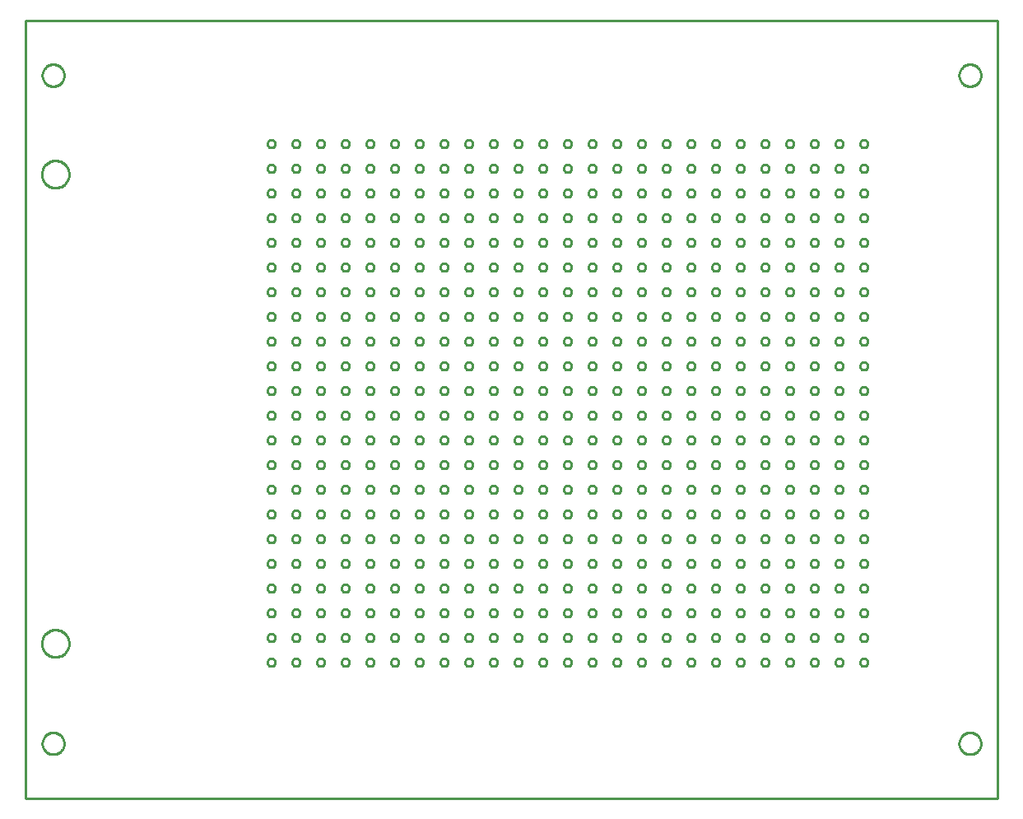
<source format=gbr>
G04 EAGLE Gerber RS-274X export*
G75*
%MOMM*%
%FSLAX34Y34*%
%LPD*%
%IN*%
%IPPOS*%
%AMOC8*
5,1,8,0,0,1.08239X$1,22.5*%
G01*
%ADD10C,0.254000*%


D10*
X0Y0D02*
X1000000Y0D01*
X1000000Y800000D01*
X0Y800000D01*
X0Y0D01*
X39650Y55958D02*
X39581Y55077D01*
X39442Y54204D01*
X39236Y53344D01*
X38963Y52503D01*
X38625Y51686D01*
X38223Y50899D01*
X37761Y50145D01*
X37242Y49430D01*
X36668Y48758D01*
X36042Y48133D01*
X35370Y47558D01*
X34655Y47039D01*
X33901Y46577D01*
X33114Y46176D01*
X32297Y45837D01*
X31456Y45564D01*
X30596Y45358D01*
X29723Y45219D01*
X28842Y45150D01*
X27958Y45150D01*
X27077Y45219D01*
X26204Y45358D01*
X25344Y45564D01*
X24503Y45837D01*
X23686Y46176D01*
X22899Y46577D01*
X22145Y47039D01*
X21430Y47558D01*
X20758Y48133D01*
X20133Y48758D01*
X19558Y49430D01*
X19039Y50145D01*
X18577Y50899D01*
X18176Y51686D01*
X17837Y52503D01*
X17564Y53344D01*
X17358Y54204D01*
X17219Y55077D01*
X17150Y55958D01*
X17150Y56842D01*
X17219Y57723D01*
X17358Y58596D01*
X17564Y59456D01*
X17837Y60297D01*
X18176Y61114D01*
X18577Y61901D01*
X19039Y62655D01*
X19558Y63370D01*
X20133Y64042D01*
X20758Y64668D01*
X21430Y65242D01*
X22145Y65761D01*
X22899Y66223D01*
X23686Y66625D01*
X24503Y66963D01*
X25344Y67236D01*
X26204Y67442D01*
X27077Y67581D01*
X27958Y67650D01*
X28842Y67650D01*
X29723Y67581D01*
X30596Y67442D01*
X31456Y67236D01*
X32297Y66963D01*
X33114Y66625D01*
X33901Y66223D01*
X34655Y65761D01*
X35370Y65242D01*
X36042Y64668D01*
X36668Y64042D01*
X37242Y63370D01*
X37761Y62655D01*
X38223Y61901D01*
X38625Y61114D01*
X38963Y60297D01*
X39236Y59456D01*
X39442Y58596D01*
X39581Y57723D01*
X39650Y56842D01*
X39650Y55958D01*
X39650Y743158D02*
X39581Y742277D01*
X39442Y741404D01*
X39236Y740544D01*
X38963Y739703D01*
X38625Y738886D01*
X38223Y738099D01*
X37761Y737345D01*
X37242Y736630D01*
X36668Y735958D01*
X36042Y735333D01*
X35370Y734758D01*
X34655Y734239D01*
X33901Y733777D01*
X33114Y733376D01*
X32297Y733037D01*
X31456Y732764D01*
X30596Y732558D01*
X29723Y732419D01*
X28842Y732350D01*
X27958Y732350D01*
X27077Y732419D01*
X26204Y732558D01*
X25344Y732764D01*
X24503Y733037D01*
X23686Y733376D01*
X22899Y733777D01*
X22145Y734239D01*
X21430Y734758D01*
X20758Y735333D01*
X20133Y735958D01*
X19558Y736630D01*
X19039Y737345D01*
X18577Y738099D01*
X18176Y738886D01*
X17837Y739703D01*
X17564Y740544D01*
X17358Y741404D01*
X17219Y742277D01*
X17150Y743158D01*
X17150Y744042D01*
X17219Y744923D01*
X17358Y745796D01*
X17564Y746656D01*
X17837Y747497D01*
X18176Y748314D01*
X18577Y749101D01*
X19039Y749855D01*
X19558Y750570D01*
X20133Y751242D01*
X20758Y751868D01*
X21430Y752442D01*
X22145Y752961D01*
X22899Y753423D01*
X23686Y753825D01*
X24503Y754163D01*
X25344Y754436D01*
X26204Y754642D01*
X27077Y754781D01*
X27958Y754850D01*
X28842Y754850D01*
X29723Y754781D01*
X30596Y754642D01*
X31456Y754436D01*
X32297Y754163D01*
X33114Y753825D01*
X33901Y753423D01*
X34655Y752961D01*
X35370Y752442D01*
X36042Y751868D01*
X36668Y751242D01*
X37242Y750570D01*
X37761Y749855D01*
X38223Y749101D01*
X38625Y748314D01*
X38963Y747497D01*
X39236Y746656D01*
X39442Y745796D01*
X39581Y744923D01*
X39650Y744042D01*
X39650Y743158D01*
X982850Y743158D02*
X982781Y742277D01*
X982642Y741404D01*
X982436Y740544D01*
X982163Y739703D01*
X981825Y738886D01*
X981423Y738099D01*
X980961Y737345D01*
X980442Y736630D01*
X979868Y735958D01*
X979242Y735333D01*
X978570Y734758D01*
X977855Y734239D01*
X977101Y733777D01*
X976314Y733376D01*
X975497Y733037D01*
X974656Y732764D01*
X973796Y732558D01*
X972923Y732419D01*
X972042Y732350D01*
X971158Y732350D01*
X970277Y732419D01*
X969404Y732558D01*
X968544Y732764D01*
X967703Y733037D01*
X966886Y733376D01*
X966099Y733777D01*
X965345Y734239D01*
X964630Y734758D01*
X963958Y735333D01*
X963333Y735958D01*
X962758Y736630D01*
X962239Y737345D01*
X961777Y738099D01*
X961376Y738886D01*
X961037Y739703D01*
X960764Y740544D01*
X960558Y741404D01*
X960419Y742277D01*
X960350Y743158D01*
X960350Y744042D01*
X960419Y744923D01*
X960558Y745796D01*
X960764Y746656D01*
X961037Y747497D01*
X961376Y748314D01*
X961777Y749101D01*
X962239Y749855D01*
X962758Y750570D01*
X963333Y751242D01*
X963958Y751868D01*
X964630Y752442D01*
X965345Y752961D01*
X966099Y753423D01*
X966886Y753825D01*
X967703Y754163D01*
X968544Y754436D01*
X969404Y754642D01*
X970277Y754781D01*
X971158Y754850D01*
X972042Y754850D01*
X972923Y754781D01*
X973796Y754642D01*
X974656Y754436D01*
X975497Y754163D01*
X976314Y753825D01*
X977101Y753423D01*
X977855Y752961D01*
X978570Y752442D01*
X979242Y751868D01*
X979868Y751242D01*
X980442Y750570D01*
X980961Y749855D01*
X981423Y749101D01*
X981825Y748314D01*
X982163Y747497D01*
X982436Y746656D01*
X982642Y745796D01*
X982781Y744923D01*
X982850Y744042D01*
X982850Y743158D01*
X982850Y55958D02*
X982781Y55077D01*
X982642Y54204D01*
X982436Y53344D01*
X982163Y52503D01*
X981825Y51686D01*
X981423Y50899D01*
X980961Y50145D01*
X980442Y49430D01*
X979868Y48758D01*
X979242Y48133D01*
X978570Y47558D01*
X977855Y47039D01*
X977101Y46577D01*
X976314Y46176D01*
X975497Y45837D01*
X974656Y45564D01*
X973796Y45358D01*
X972923Y45219D01*
X972042Y45150D01*
X971158Y45150D01*
X970277Y45219D01*
X969404Y45358D01*
X968544Y45564D01*
X967703Y45837D01*
X966886Y46176D01*
X966099Y46577D01*
X965345Y47039D01*
X964630Y47558D01*
X963958Y48133D01*
X963333Y48758D01*
X962758Y49430D01*
X962239Y50145D01*
X961777Y50899D01*
X961376Y51686D01*
X961037Y52503D01*
X960764Y53344D01*
X960558Y54204D01*
X960419Y55077D01*
X960350Y55958D01*
X960350Y56842D01*
X960419Y57723D01*
X960558Y58596D01*
X960764Y59456D01*
X961037Y60297D01*
X961376Y61114D01*
X961777Y61901D01*
X962239Y62655D01*
X962758Y63370D01*
X963333Y64042D01*
X963958Y64668D01*
X964630Y65242D01*
X965345Y65761D01*
X966099Y66223D01*
X966886Y66625D01*
X967703Y66963D01*
X968544Y67236D01*
X969404Y67442D01*
X970277Y67581D01*
X971158Y67650D01*
X972042Y67650D01*
X972923Y67581D01*
X973796Y67442D01*
X974656Y67236D01*
X975497Y66963D01*
X976314Y66625D01*
X977101Y66223D01*
X977855Y65761D01*
X978570Y65242D01*
X979242Y64668D01*
X979868Y64042D01*
X980442Y63370D01*
X980961Y62655D01*
X981423Y61901D01*
X981825Y61114D01*
X982163Y60297D01*
X982436Y59456D01*
X982642Y58596D01*
X982781Y57723D01*
X982850Y56842D01*
X982850Y55958D01*
X256700Y139538D02*
X256632Y139018D01*
X256496Y138511D01*
X256295Y138027D01*
X256033Y137573D01*
X255714Y137157D01*
X255343Y136786D01*
X254927Y136467D01*
X254473Y136205D01*
X253989Y136004D01*
X253482Y135868D01*
X252962Y135800D01*
X252438Y135800D01*
X251918Y135868D01*
X251411Y136004D01*
X250927Y136205D01*
X250473Y136467D01*
X250057Y136786D01*
X249686Y137157D01*
X249367Y137573D01*
X249105Y138027D01*
X248904Y138511D01*
X248768Y139018D01*
X248700Y139538D01*
X248700Y140062D01*
X248768Y140582D01*
X248904Y141089D01*
X249105Y141573D01*
X249367Y142027D01*
X249686Y142443D01*
X250057Y142814D01*
X250473Y143133D01*
X250927Y143395D01*
X251411Y143596D01*
X251918Y143732D01*
X252438Y143800D01*
X252962Y143800D01*
X253482Y143732D01*
X253989Y143596D01*
X254473Y143395D01*
X254927Y143133D01*
X255343Y142814D01*
X255714Y142443D01*
X256033Y142027D01*
X256295Y141573D01*
X256496Y141089D01*
X256632Y140582D01*
X256700Y140062D01*
X256700Y139538D01*
X256700Y139538D02*
X256632Y139018D01*
X256496Y138511D01*
X256295Y138027D01*
X256033Y137573D01*
X255714Y137157D01*
X255343Y136786D01*
X254927Y136467D01*
X254473Y136205D01*
X253989Y136004D01*
X253482Y135868D01*
X252962Y135800D01*
X252438Y135800D01*
X251918Y135868D01*
X251411Y136004D01*
X250927Y136205D01*
X250473Y136467D01*
X250057Y136786D01*
X249686Y137157D01*
X249367Y137573D01*
X249105Y138027D01*
X248904Y138511D01*
X248768Y139018D01*
X248700Y139538D01*
X248700Y140062D01*
X248768Y140582D01*
X248904Y141089D01*
X249105Y141573D01*
X249367Y142027D01*
X249686Y142443D01*
X250057Y142814D01*
X250473Y143133D01*
X250927Y143395D01*
X251411Y143596D01*
X251918Y143732D01*
X252438Y143800D01*
X252962Y143800D01*
X253482Y143732D01*
X253989Y143596D01*
X254473Y143395D01*
X254927Y143133D01*
X255343Y142814D01*
X255714Y142443D01*
X256033Y142027D01*
X256295Y141573D01*
X256496Y141089D01*
X256632Y140582D01*
X256700Y140062D01*
X256700Y139538D01*
X282100Y139538D02*
X282032Y139018D01*
X281896Y138511D01*
X281695Y138027D01*
X281433Y137573D01*
X281114Y137157D01*
X280743Y136786D01*
X280327Y136467D01*
X279873Y136205D01*
X279389Y136004D01*
X278882Y135868D01*
X278362Y135800D01*
X277838Y135800D01*
X277318Y135868D01*
X276811Y136004D01*
X276327Y136205D01*
X275873Y136467D01*
X275457Y136786D01*
X275086Y137157D01*
X274767Y137573D01*
X274505Y138027D01*
X274304Y138511D01*
X274168Y139018D01*
X274100Y139538D01*
X274100Y140062D01*
X274168Y140582D01*
X274304Y141089D01*
X274505Y141573D01*
X274767Y142027D01*
X275086Y142443D01*
X275457Y142814D01*
X275873Y143133D01*
X276327Y143395D01*
X276811Y143596D01*
X277318Y143732D01*
X277838Y143800D01*
X278362Y143800D01*
X278882Y143732D01*
X279389Y143596D01*
X279873Y143395D01*
X280327Y143133D01*
X280743Y142814D01*
X281114Y142443D01*
X281433Y142027D01*
X281695Y141573D01*
X281896Y141089D01*
X282032Y140582D01*
X282100Y140062D01*
X282100Y139538D01*
X307500Y139538D02*
X307432Y139018D01*
X307296Y138511D01*
X307095Y138027D01*
X306833Y137573D01*
X306514Y137157D01*
X306143Y136786D01*
X305727Y136467D01*
X305273Y136205D01*
X304789Y136004D01*
X304282Y135868D01*
X303762Y135800D01*
X303238Y135800D01*
X302718Y135868D01*
X302211Y136004D01*
X301727Y136205D01*
X301273Y136467D01*
X300857Y136786D01*
X300486Y137157D01*
X300167Y137573D01*
X299905Y138027D01*
X299704Y138511D01*
X299568Y139018D01*
X299500Y139538D01*
X299500Y140062D01*
X299568Y140582D01*
X299704Y141089D01*
X299905Y141573D01*
X300167Y142027D01*
X300486Y142443D01*
X300857Y142814D01*
X301273Y143133D01*
X301727Y143395D01*
X302211Y143596D01*
X302718Y143732D01*
X303238Y143800D01*
X303762Y143800D01*
X304282Y143732D01*
X304789Y143596D01*
X305273Y143395D01*
X305727Y143133D01*
X306143Y142814D01*
X306514Y142443D01*
X306833Y142027D01*
X307095Y141573D01*
X307296Y141089D01*
X307432Y140582D01*
X307500Y140062D01*
X307500Y139538D01*
X332900Y139538D02*
X332832Y139018D01*
X332696Y138511D01*
X332495Y138027D01*
X332233Y137573D01*
X331914Y137157D01*
X331543Y136786D01*
X331127Y136467D01*
X330673Y136205D01*
X330189Y136004D01*
X329682Y135868D01*
X329162Y135800D01*
X328638Y135800D01*
X328118Y135868D01*
X327611Y136004D01*
X327127Y136205D01*
X326673Y136467D01*
X326257Y136786D01*
X325886Y137157D01*
X325567Y137573D01*
X325305Y138027D01*
X325104Y138511D01*
X324968Y139018D01*
X324900Y139538D01*
X324900Y140062D01*
X324968Y140582D01*
X325104Y141089D01*
X325305Y141573D01*
X325567Y142027D01*
X325886Y142443D01*
X326257Y142814D01*
X326673Y143133D01*
X327127Y143395D01*
X327611Y143596D01*
X328118Y143732D01*
X328638Y143800D01*
X329162Y143800D01*
X329682Y143732D01*
X330189Y143596D01*
X330673Y143395D01*
X331127Y143133D01*
X331543Y142814D01*
X331914Y142443D01*
X332233Y142027D01*
X332495Y141573D01*
X332696Y141089D01*
X332832Y140582D01*
X332900Y140062D01*
X332900Y139538D01*
X358300Y139538D02*
X358232Y139018D01*
X358096Y138511D01*
X357895Y138027D01*
X357633Y137573D01*
X357314Y137157D01*
X356943Y136786D01*
X356527Y136467D01*
X356073Y136205D01*
X355589Y136004D01*
X355082Y135868D01*
X354562Y135800D01*
X354038Y135800D01*
X353518Y135868D01*
X353011Y136004D01*
X352527Y136205D01*
X352073Y136467D01*
X351657Y136786D01*
X351286Y137157D01*
X350967Y137573D01*
X350705Y138027D01*
X350504Y138511D01*
X350368Y139018D01*
X350300Y139538D01*
X350300Y140062D01*
X350368Y140582D01*
X350504Y141089D01*
X350705Y141573D01*
X350967Y142027D01*
X351286Y142443D01*
X351657Y142814D01*
X352073Y143133D01*
X352527Y143395D01*
X353011Y143596D01*
X353518Y143732D01*
X354038Y143800D01*
X354562Y143800D01*
X355082Y143732D01*
X355589Y143596D01*
X356073Y143395D01*
X356527Y143133D01*
X356943Y142814D01*
X357314Y142443D01*
X357633Y142027D01*
X357895Y141573D01*
X358096Y141089D01*
X358232Y140582D01*
X358300Y140062D01*
X358300Y139538D01*
X383700Y139538D02*
X383632Y139018D01*
X383496Y138511D01*
X383295Y138027D01*
X383033Y137573D01*
X382714Y137157D01*
X382343Y136786D01*
X381927Y136467D01*
X381473Y136205D01*
X380989Y136004D01*
X380482Y135868D01*
X379962Y135800D01*
X379438Y135800D01*
X378918Y135868D01*
X378411Y136004D01*
X377927Y136205D01*
X377473Y136467D01*
X377057Y136786D01*
X376686Y137157D01*
X376367Y137573D01*
X376105Y138027D01*
X375904Y138511D01*
X375768Y139018D01*
X375700Y139538D01*
X375700Y140062D01*
X375768Y140582D01*
X375904Y141089D01*
X376105Y141573D01*
X376367Y142027D01*
X376686Y142443D01*
X377057Y142814D01*
X377473Y143133D01*
X377927Y143395D01*
X378411Y143596D01*
X378918Y143732D01*
X379438Y143800D01*
X379962Y143800D01*
X380482Y143732D01*
X380989Y143596D01*
X381473Y143395D01*
X381927Y143133D01*
X382343Y142814D01*
X382714Y142443D01*
X383033Y142027D01*
X383295Y141573D01*
X383496Y141089D01*
X383632Y140582D01*
X383700Y140062D01*
X383700Y139538D01*
X409100Y139538D02*
X409032Y139018D01*
X408896Y138511D01*
X408695Y138027D01*
X408433Y137573D01*
X408114Y137157D01*
X407743Y136786D01*
X407327Y136467D01*
X406873Y136205D01*
X406389Y136004D01*
X405882Y135868D01*
X405362Y135800D01*
X404838Y135800D01*
X404318Y135868D01*
X403811Y136004D01*
X403327Y136205D01*
X402873Y136467D01*
X402457Y136786D01*
X402086Y137157D01*
X401767Y137573D01*
X401505Y138027D01*
X401304Y138511D01*
X401168Y139018D01*
X401100Y139538D01*
X401100Y140062D01*
X401168Y140582D01*
X401304Y141089D01*
X401505Y141573D01*
X401767Y142027D01*
X402086Y142443D01*
X402457Y142814D01*
X402873Y143133D01*
X403327Y143395D01*
X403811Y143596D01*
X404318Y143732D01*
X404838Y143800D01*
X405362Y143800D01*
X405882Y143732D01*
X406389Y143596D01*
X406873Y143395D01*
X407327Y143133D01*
X407743Y142814D01*
X408114Y142443D01*
X408433Y142027D01*
X408695Y141573D01*
X408896Y141089D01*
X409032Y140582D01*
X409100Y140062D01*
X409100Y139538D01*
X434500Y139538D02*
X434432Y139018D01*
X434296Y138511D01*
X434095Y138027D01*
X433833Y137573D01*
X433514Y137157D01*
X433143Y136786D01*
X432727Y136467D01*
X432273Y136205D01*
X431789Y136004D01*
X431282Y135868D01*
X430762Y135800D01*
X430238Y135800D01*
X429718Y135868D01*
X429211Y136004D01*
X428727Y136205D01*
X428273Y136467D01*
X427857Y136786D01*
X427486Y137157D01*
X427167Y137573D01*
X426905Y138027D01*
X426704Y138511D01*
X426568Y139018D01*
X426500Y139538D01*
X426500Y140062D01*
X426568Y140582D01*
X426704Y141089D01*
X426905Y141573D01*
X427167Y142027D01*
X427486Y142443D01*
X427857Y142814D01*
X428273Y143133D01*
X428727Y143395D01*
X429211Y143596D01*
X429718Y143732D01*
X430238Y143800D01*
X430762Y143800D01*
X431282Y143732D01*
X431789Y143596D01*
X432273Y143395D01*
X432727Y143133D01*
X433143Y142814D01*
X433514Y142443D01*
X433833Y142027D01*
X434095Y141573D01*
X434296Y141089D01*
X434432Y140582D01*
X434500Y140062D01*
X434500Y139538D01*
X459900Y139538D02*
X459832Y139018D01*
X459696Y138511D01*
X459495Y138027D01*
X459233Y137573D01*
X458914Y137157D01*
X458543Y136786D01*
X458127Y136467D01*
X457673Y136205D01*
X457189Y136004D01*
X456682Y135868D01*
X456162Y135800D01*
X455638Y135800D01*
X455118Y135868D01*
X454611Y136004D01*
X454127Y136205D01*
X453673Y136467D01*
X453257Y136786D01*
X452886Y137157D01*
X452567Y137573D01*
X452305Y138027D01*
X452104Y138511D01*
X451968Y139018D01*
X451900Y139538D01*
X451900Y140062D01*
X451968Y140582D01*
X452104Y141089D01*
X452305Y141573D01*
X452567Y142027D01*
X452886Y142443D01*
X453257Y142814D01*
X453673Y143133D01*
X454127Y143395D01*
X454611Y143596D01*
X455118Y143732D01*
X455638Y143800D01*
X456162Y143800D01*
X456682Y143732D01*
X457189Y143596D01*
X457673Y143395D01*
X458127Y143133D01*
X458543Y142814D01*
X458914Y142443D01*
X459233Y142027D01*
X459495Y141573D01*
X459696Y141089D01*
X459832Y140582D01*
X459900Y140062D01*
X459900Y139538D01*
X485300Y139538D02*
X485232Y139018D01*
X485096Y138511D01*
X484895Y138027D01*
X484633Y137573D01*
X484314Y137157D01*
X483943Y136786D01*
X483527Y136467D01*
X483073Y136205D01*
X482589Y136004D01*
X482082Y135868D01*
X481562Y135800D01*
X481038Y135800D01*
X480518Y135868D01*
X480011Y136004D01*
X479527Y136205D01*
X479073Y136467D01*
X478657Y136786D01*
X478286Y137157D01*
X477967Y137573D01*
X477705Y138027D01*
X477504Y138511D01*
X477368Y139018D01*
X477300Y139538D01*
X477300Y140062D01*
X477368Y140582D01*
X477504Y141089D01*
X477705Y141573D01*
X477967Y142027D01*
X478286Y142443D01*
X478657Y142814D01*
X479073Y143133D01*
X479527Y143395D01*
X480011Y143596D01*
X480518Y143732D01*
X481038Y143800D01*
X481562Y143800D01*
X482082Y143732D01*
X482589Y143596D01*
X483073Y143395D01*
X483527Y143133D01*
X483943Y142814D01*
X484314Y142443D01*
X484633Y142027D01*
X484895Y141573D01*
X485096Y141089D01*
X485232Y140582D01*
X485300Y140062D01*
X485300Y139538D01*
X510700Y139538D02*
X510632Y139018D01*
X510496Y138511D01*
X510295Y138027D01*
X510033Y137573D01*
X509714Y137157D01*
X509343Y136786D01*
X508927Y136467D01*
X508473Y136205D01*
X507989Y136004D01*
X507482Y135868D01*
X506962Y135800D01*
X506438Y135800D01*
X505918Y135868D01*
X505411Y136004D01*
X504927Y136205D01*
X504473Y136467D01*
X504057Y136786D01*
X503686Y137157D01*
X503367Y137573D01*
X503105Y138027D01*
X502904Y138511D01*
X502768Y139018D01*
X502700Y139538D01*
X502700Y140062D01*
X502768Y140582D01*
X502904Y141089D01*
X503105Y141573D01*
X503367Y142027D01*
X503686Y142443D01*
X504057Y142814D01*
X504473Y143133D01*
X504927Y143395D01*
X505411Y143596D01*
X505918Y143732D01*
X506438Y143800D01*
X506962Y143800D01*
X507482Y143732D01*
X507989Y143596D01*
X508473Y143395D01*
X508927Y143133D01*
X509343Y142814D01*
X509714Y142443D01*
X510033Y142027D01*
X510295Y141573D01*
X510496Y141089D01*
X510632Y140582D01*
X510700Y140062D01*
X510700Y139538D01*
X536100Y139538D02*
X536032Y139018D01*
X535896Y138511D01*
X535695Y138027D01*
X535433Y137573D01*
X535114Y137157D01*
X534743Y136786D01*
X534327Y136467D01*
X533873Y136205D01*
X533389Y136004D01*
X532882Y135868D01*
X532362Y135800D01*
X531838Y135800D01*
X531318Y135868D01*
X530811Y136004D01*
X530327Y136205D01*
X529873Y136467D01*
X529457Y136786D01*
X529086Y137157D01*
X528767Y137573D01*
X528505Y138027D01*
X528304Y138511D01*
X528168Y139018D01*
X528100Y139538D01*
X528100Y140062D01*
X528168Y140582D01*
X528304Y141089D01*
X528505Y141573D01*
X528767Y142027D01*
X529086Y142443D01*
X529457Y142814D01*
X529873Y143133D01*
X530327Y143395D01*
X530811Y143596D01*
X531318Y143732D01*
X531838Y143800D01*
X532362Y143800D01*
X532882Y143732D01*
X533389Y143596D01*
X533873Y143395D01*
X534327Y143133D01*
X534743Y142814D01*
X535114Y142443D01*
X535433Y142027D01*
X535695Y141573D01*
X535896Y141089D01*
X536032Y140582D01*
X536100Y140062D01*
X536100Y139538D01*
X561500Y139538D02*
X561432Y139018D01*
X561296Y138511D01*
X561095Y138027D01*
X560833Y137573D01*
X560514Y137157D01*
X560143Y136786D01*
X559727Y136467D01*
X559273Y136205D01*
X558789Y136004D01*
X558282Y135868D01*
X557762Y135800D01*
X557238Y135800D01*
X556718Y135868D01*
X556211Y136004D01*
X555727Y136205D01*
X555273Y136467D01*
X554857Y136786D01*
X554486Y137157D01*
X554167Y137573D01*
X553905Y138027D01*
X553704Y138511D01*
X553568Y139018D01*
X553500Y139538D01*
X553500Y140062D01*
X553568Y140582D01*
X553704Y141089D01*
X553905Y141573D01*
X554167Y142027D01*
X554486Y142443D01*
X554857Y142814D01*
X555273Y143133D01*
X555727Y143395D01*
X556211Y143596D01*
X556718Y143732D01*
X557238Y143800D01*
X557762Y143800D01*
X558282Y143732D01*
X558789Y143596D01*
X559273Y143395D01*
X559727Y143133D01*
X560143Y142814D01*
X560514Y142443D01*
X560833Y142027D01*
X561095Y141573D01*
X561296Y141089D01*
X561432Y140582D01*
X561500Y140062D01*
X561500Y139538D01*
X586900Y139538D02*
X586832Y139018D01*
X586696Y138511D01*
X586495Y138027D01*
X586233Y137573D01*
X585914Y137157D01*
X585543Y136786D01*
X585127Y136467D01*
X584673Y136205D01*
X584189Y136004D01*
X583682Y135868D01*
X583162Y135800D01*
X582638Y135800D01*
X582118Y135868D01*
X581611Y136004D01*
X581127Y136205D01*
X580673Y136467D01*
X580257Y136786D01*
X579886Y137157D01*
X579567Y137573D01*
X579305Y138027D01*
X579104Y138511D01*
X578968Y139018D01*
X578900Y139538D01*
X578900Y140062D01*
X578968Y140582D01*
X579104Y141089D01*
X579305Y141573D01*
X579567Y142027D01*
X579886Y142443D01*
X580257Y142814D01*
X580673Y143133D01*
X581127Y143395D01*
X581611Y143596D01*
X582118Y143732D01*
X582638Y143800D01*
X583162Y143800D01*
X583682Y143732D01*
X584189Y143596D01*
X584673Y143395D01*
X585127Y143133D01*
X585543Y142814D01*
X585914Y142443D01*
X586233Y142027D01*
X586495Y141573D01*
X586696Y141089D01*
X586832Y140582D01*
X586900Y140062D01*
X586900Y139538D01*
X612300Y139538D02*
X612232Y139018D01*
X612096Y138511D01*
X611895Y138027D01*
X611633Y137573D01*
X611314Y137157D01*
X610943Y136786D01*
X610527Y136467D01*
X610073Y136205D01*
X609589Y136004D01*
X609082Y135868D01*
X608562Y135800D01*
X608038Y135800D01*
X607518Y135868D01*
X607011Y136004D01*
X606527Y136205D01*
X606073Y136467D01*
X605657Y136786D01*
X605286Y137157D01*
X604967Y137573D01*
X604705Y138027D01*
X604504Y138511D01*
X604368Y139018D01*
X604300Y139538D01*
X604300Y140062D01*
X604368Y140582D01*
X604504Y141089D01*
X604705Y141573D01*
X604967Y142027D01*
X605286Y142443D01*
X605657Y142814D01*
X606073Y143133D01*
X606527Y143395D01*
X607011Y143596D01*
X607518Y143732D01*
X608038Y143800D01*
X608562Y143800D01*
X609082Y143732D01*
X609589Y143596D01*
X610073Y143395D01*
X610527Y143133D01*
X610943Y142814D01*
X611314Y142443D01*
X611633Y142027D01*
X611895Y141573D01*
X612096Y141089D01*
X612232Y140582D01*
X612300Y140062D01*
X612300Y139538D01*
X637700Y139538D02*
X637632Y139018D01*
X637496Y138511D01*
X637295Y138027D01*
X637033Y137573D01*
X636714Y137157D01*
X636343Y136786D01*
X635927Y136467D01*
X635473Y136205D01*
X634989Y136004D01*
X634482Y135868D01*
X633962Y135800D01*
X633438Y135800D01*
X632918Y135868D01*
X632411Y136004D01*
X631927Y136205D01*
X631473Y136467D01*
X631057Y136786D01*
X630686Y137157D01*
X630367Y137573D01*
X630105Y138027D01*
X629904Y138511D01*
X629768Y139018D01*
X629700Y139538D01*
X629700Y140062D01*
X629768Y140582D01*
X629904Y141089D01*
X630105Y141573D01*
X630367Y142027D01*
X630686Y142443D01*
X631057Y142814D01*
X631473Y143133D01*
X631927Y143395D01*
X632411Y143596D01*
X632918Y143732D01*
X633438Y143800D01*
X633962Y143800D01*
X634482Y143732D01*
X634989Y143596D01*
X635473Y143395D01*
X635927Y143133D01*
X636343Y142814D01*
X636714Y142443D01*
X637033Y142027D01*
X637295Y141573D01*
X637496Y141089D01*
X637632Y140582D01*
X637700Y140062D01*
X637700Y139538D01*
X663100Y139538D02*
X663032Y139018D01*
X662896Y138511D01*
X662695Y138027D01*
X662433Y137573D01*
X662114Y137157D01*
X661743Y136786D01*
X661327Y136467D01*
X660873Y136205D01*
X660389Y136004D01*
X659882Y135868D01*
X659362Y135800D01*
X658838Y135800D01*
X658318Y135868D01*
X657811Y136004D01*
X657327Y136205D01*
X656873Y136467D01*
X656457Y136786D01*
X656086Y137157D01*
X655767Y137573D01*
X655505Y138027D01*
X655304Y138511D01*
X655168Y139018D01*
X655100Y139538D01*
X655100Y140062D01*
X655168Y140582D01*
X655304Y141089D01*
X655505Y141573D01*
X655767Y142027D01*
X656086Y142443D01*
X656457Y142814D01*
X656873Y143133D01*
X657327Y143395D01*
X657811Y143596D01*
X658318Y143732D01*
X658838Y143800D01*
X659362Y143800D01*
X659882Y143732D01*
X660389Y143596D01*
X660873Y143395D01*
X661327Y143133D01*
X661743Y142814D01*
X662114Y142443D01*
X662433Y142027D01*
X662695Y141573D01*
X662896Y141089D01*
X663032Y140582D01*
X663100Y140062D01*
X663100Y139538D01*
X688500Y139538D02*
X688432Y139018D01*
X688296Y138511D01*
X688095Y138027D01*
X687833Y137573D01*
X687514Y137157D01*
X687143Y136786D01*
X686727Y136467D01*
X686273Y136205D01*
X685789Y136004D01*
X685282Y135868D01*
X684762Y135800D01*
X684238Y135800D01*
X683718Y135868D01*
X683211Y136004D01*
X682727Y136205D01*
X682273Y136467D01*
X681857Y136786D01*
X681486Y137157D01*
X681167Y137573D01*
X680905Y138027D01*
X680704Y138511D01*
X680568Y139018D01*
X680500Y139538D01*
X680500Y140062D01*
X680568Y140582D01*
X680704Y141089D01*
X680905Y141573D01*
X681167Y142027D01*
X681486Y142443D01*
X681857Y142814D01*
X682273Y143133D01*
X682727Y143395D01*
X683211Y143596D01*
X683718Y143732D01*
X684238Y143800D01*
X684762Y143800D01*
X685282Y143732D01*
X685789Y143596D01*
X686273Y143395D01*
X686727Y143133D01*
X687143Y142814D01*
X687514Y142443D01*
X687833Y142027D01*
X688095Y141573D01*
X688296Y141089D01*
X688432Y140582D01*
X688500Y140062D01*
X688500Y139538D01*
X713900Y139538D02*
X713832Y139018D01*
X713696Y138511D01*
X713495Y138027D01*
X713233Y137573D01*
X712914Y137157D01*
X712543Y136786D01*
X712127Y136467D01*
X711673Y136205D01*
X711189Y136004D01*
X710682Y135868D01*
X710162Y135800D01*
X709638Y135800D01*
X709118Y135868D01*
X708611Y136004D01*
X708127Y136205D01*
X707673Y136467D01*
X707257Y136786D01*
X706886Y137157D01*
X706567Y137573D01*
X706305Y138027D01*
X706104Y138511D01*
X705968Y139018D01*
X705900Y139538D01*
X705900Y140062D01*
X705968Y140582D01*
X706104Y141089D01*
X706305Y141573D01*
X706567Y142027D01*
X706886Y142443D01*
X707257Y142814D01*
X707673Y143133D01*
X708127Y143395D01*
X708611Y143596D01*
X709118Y143732D01*
X709638Y143800D01*
X710162Y143800D01*
X710682Y143732D01*
X711189Y143596D01*
X711673Y143395D01*
X712127Y143133D01*
X712543Y142814D01*
X712914Y142443D01*
X713233Y142027D01*
X713495Y141573D01*
X713696Y141089D01*
X713832Y140582D01*
X713900Y140062D01*
X713900Y139538D01*
X739300Y139538D02*
X739232Y139018D01*
X739096Y138511D01*
X738895Y138027D01*
X738633Y137573D01*
X738314Y137157D01*
X737943Y136786D01*
X737527Y136467D01*
X737073Y136205D01*
X736589Y136004D01*
X736082Y135868D01*
X735562Y135800D01*
X735038Y135800D01*
X734518Y135868D01*
X734011Y136004D01*
X733527Y136205D01*
X733073Y136467D01*
X732657Y136786D01*
X732286Y137157D01*
X731967Y137573D01*
X731705Y138027D01*
X731504Y138511D01*
X731368Y139018D01*
X731300Y139538D01*
X731300Y140062D01*
X731368Y140582D01*
X731504Y141089D01*
X731705Y141573D01*
X731967Y142027D01*
X732286Y142443D01*
X732657Y142814D01*
X733073Y143133D01*
X733527Y143395D01*
X734011Y143596D01*
X734518Y143732D01*
X735038Y143800D01*
X735562Y143800D01*
X736082Y143732D01*
X736589Y143596D01*
X737073Y143395D01*
X737527Y143133D01*
X737943Y142814D01*
X738314Y142443D01*
X738633Y142027D01*
X738895Y141573D01*
X739096Y141089D01*
X739232Y140582D01*
X739300Y140062D01*
X739300Y139538D01*
X764700Y139538D02*
X764632Y139018D01*
X764496Y138511D01*
X764295Y138027D01*
X764033Y137573D01*
X763714Y137157D01*
X763343Y136786D01*
X762927Y136467D01*
X762473Y136205D01*
X761989Y136004D01*
X761482Y135868D01*
X760962Y135800D01*
X760438Y135800D01*
X759918Y135868D01*
X759411Y136004D01*
X758927Y136205D01*
X758473Y136467D01*
X758057Y136786D01*
X757686Y137157D01*
X757367Y137573D01*
X757105Y138027D01*
X756904Y138511D01*
X756768Y139018D01*
X756700Y139538D01*
X756700Y140062D01*
X756768Y140582D01*
X756904Y141089D01*
X757105Y141573D01*
X757367Y142027D01*
X757686Y142443D01*
X758057Y142814D01*
X758473Y143133D01*
X758927Y143395D01*
X759411Y143596D01*
X759918Y143732D01*
X760438Y143800D01*
X760962Y143800D01*
X761482Y143732D01*
X761989Y143596D01*
X762473Y143395D01*
X762927Y143133D01*
X763343Y142814D01*
X763714Y142443D01*
X764033Y142027D01*
X764295Y141573D01*
X764496Y141089D01*
X764632Y140582D01*
X764700Y140062D01*
X764700Y139538D01*
X790100Y139538D02*
X790032Y139018D01*
X789896Y138511D01*
X789695Y138027D01*
X789433Y137573D01*
X789114Y137157D01*
X788743Y136786D01*
X788327Y136467D01*
X787873Y136205D01*
X787389Y136004D01*
X786882Y135868D01*
X786362Y135800D01*
X785838Y135800D01*
X785318Y135868D01*
X784811Y136004D01*
X784327Y136205D01*
X783873Y136467D01*
X783457Y136786D01*
X783086Y137157D01*
X782767Y137573D01*
X782505Y138027D01*
X782304Y138511D01*
X782168Y139018D01*
X782100Y139538D01*
X782100Y140062D01*
X782168Y140582D01*
X782304Y141089D01*
X782505Y141573D01*
X782767Y142027D01*
X783086Y142443D01*
X783457Y142814D01*
X783873Y143133D01*
X784327Y143395D01*
X784811Y143596D01*
X785318Y143732D01*
X785838Y143800D01*
X786362Y143800D01*
X786882Y143732D01*
X787389Y143596D01*
X787873Y143395D01*
X788327Y143133D01*
X788743Y142814D01*
X789114Y142443D01*
X789433Y142027D01*
X789695Y141573D01*
X789896Y141089D01*
X790032Y140582D01*
X790100Y140062D01*
X790100Y139538D01*
X790100Y139538D02*
X790032Y139018D01*
X789896Y138511D01*
X789695Y138027D01*
X789433Y137573D01*
X789114Y137157D01*
X788743Y136786D01*
X788327Y136467D01*
X787873Y136205D01*
X787389Y136004D01*
X786882Y135868D01*
X786362Y135800D01*
X785838Y135800D01*
X785318Y135868D01*
X784811Y136004D01*
X784327Y136205D01*
X783873Y136467D01*
X783457Y136786D01*
X783086Y137157D01*
X782767Y137573D01*
X782505Y138027D01*
X782304Y138511D01*
X782168Y139018D01*
X782100Y139538D01*
X782100Y140062D01*
X782168Y140582D01*
X782304Y141089D01*
X782505Y141573D01*
X782767Y142027D01*
X783086Y142443D01*
X783457Y142814D01*
X783873Y143133D01*
X784327Y143395D01*
X784811Y143596D01*
X785318Y143732D01*
X785838Y143800D01*
X786362Y143800D01*
X786882Y143732D01*
X787389Y143596D01*
X787873Y143395D01*
X788327Y143133D01*
X788743Y142814D01*
X789114Y142443D01*
X789433Y142027D01*
X789695Y141573D01*
X789896Y141089D01*
X790032Y140582D01*
X790100Y140062D01*
X790100Y139538D01*
X815500Y139538D02*
X815432Y139018D01*
X815296Y138511D01*
X815095Y138027D01*
X814833Y137573D01*
X814514Y137157D01*
X814143Y136786D01*
X813727Y136467D01*
X813273Y136205D01*
X812789Y136004D01*
X812282Y135868D01*
X811762Y135800D01*
X811238Y135800D01*
X810718Y135868D01*
X810211Y136004D01*
X809727Y136205D01*
X809273Y136467D01*
X808857Y136786D01*
X808486Y137157D01*
X808167Y137573D01*
X807905Y138027D01*
X807704Y138511D01*
X807568Y139018D01*
X807500Y139538D01*
X807500Y140062D01*
X807568Y140582D01*
X807704Y141089D01*
X807905Y141573D01*
X808167Y142027D01*
X808486Y142443D01*
X808857Y142814D01*
X809273Y143133D01*
X809727Y143395D01*
X810211Y143596D01*
X810718Y143732D01*
X811238Y143800D01*
X811762Y143800D01*
X812282Y143732D01*
X812789Y143596D01*
X813273Y143395D01*
X813727Y143133D01*
X814143Y142814D01*
X814514Y142443D01*
X814833Y142027D01*
X815095Y141573D01*
X815296Y141089D01*
X815432Y140582D01*
X815500Y140062D01*
X815500Y139538D01*
X840900Y139538D02*
X840832Y139018D01*
X840696Y138511D01*
X840495Y138027D01*
X840233Y137573D01*
X839914Y137157D01*
X839543Y136786D01*
X839127Y136467D01*
X838673Y136205D01*
X838189Y136004D01*
X837682Y135868D01*
X837162Y135800D01*
X836638Y135800D01*
X836118Y135868D01*
X835611Y136004D01*
X835127Y136205D01*
X834673Y136467D01*
X834257Y136786D01*
X833886Y137157D01*
X833567Y137573D01*
X833305Y138027D01*
X833104Y138511D01*
X832968Y139018D01*
X832900Y139538D01*
X832900Y140062D01*
X832968Y140582D01*
X833104Y141089D01*
X833305Y141573D01*
X833567Y142027D01*
X833886Y142443D01*
X834257Y142814D01*
X834673Y143133D01*
X835127Y143395D01*
X835611Y143596D01*
X836118Y143732D01*
X836638Y143800D01*
X837162Y143800D01*
X837682Y143732D01*
X838189Y143596D01*
X838673Y143395D01*
X839127Y143133D01*
X839543Y142814D01*
X839914Y142443D01*
X840233Y142027D01*
X840495Y141573D01*
X840696Y141089D01*
X840832Y140582D01*
X840900Y140062D01*
X840900Y139538D01*
X866300Y139538D02*
X866232Y139018D01*
X866096Y138511D01*
X865895Y138027D01*
X865633Y137573D01*
X865314Y137157D01*
X864943Y136786D01*
X864527Y136467D01*
X864073Y136205D01*
X863589Y136004D01*
X863082Y135868D01*
X862562Y135800D01*
X862038Y135800D01*
X861518Y135868D01*
X861011Y136004D01*
X860527Y136205D01*
X860073Y136467D01*
X859657Y136786D01*
X859286Y137157D01*
X858967Y137573D01*
X858705Y138027D01*
X858504Y138511D01*
X858368Y139018D01*
X858300Y139538D01*
X858300Y140062D01*
X858368Y140582D01*
X858504Y141089D01*
X858705Y141573D01*
X858967Y142027D01*
X859286Y142443D01*
X859657Y142814D01*
X860073Y143133D01*
X860527Y143395D01*
X861011Y143596D01*
X861518Y143732D01*
X862038Y143800D01*
X862562Y143800D01*
X863082Y143732D01*
X863589Y143596D01*
X864073Y143395D01*
X864527Y143133D01*
X864943Y142814D01*
X865314Y142443D01*
X865633Y142027D01*
X865895Y141573D01*
X866096Y141089D01*
X866232Y140582D01*
X866300Y140062D01*
X866300Y139538D01*
X256700Y164938D02*
X256632Y164418D01*
X256496Y163911D01*
X256295Y163427D01*
X256033Y162973D01*
X255714Y162557D01*
X255343Y162186D01*
X254927Y161867D01*
X254473Y161605D01*
X253989Y161404D01*
X253482Y161268D01*
X252962Y161200D01*
X252438Y161200D01*
X251918Y161268D01*
X251411Y161404D01*
X250927Y161605D01*
X250473Y161867D01*
X250057Y162186D01*
X249686Y162557D01*
X249367Y162973D01*
X249105Y163427D01*
X248904Y163911D01*
X248768Y164418D01*
X248700Y164938D01*
X248700Y165462D01*
X248768Y165982D01*
X248904Y166489D01*
X249105Y166973D01*
X249367Y167427D01*
X249686Y167843D01*
X250057Y168214D01*
X250473Y168533D01*
X250927Y168795D01*
X251411Y168996D01*
X251918Y169132D01*
X252438Y169200D01*
X252962Y169200D01*
X253482Y169132D01*
X253989Y168996D01*
X254473Y168795D01*
X254927Y168533D01*
X255343Y168214D01*
X255714Y167843D01*
X256033Y167427D01*
X256295Y166973D01*
X256496Y166489D01*
X256632Y165982D01*
X256700Y165462D01*
X256700Y164938D01*
X256700Y164938D02*
X256632Y164418D01*
X256496Y163911D01*
X256295Y163427D01*
X256033Y162973D01*
X255714Y162557D01*
X255343Y162186D01*
X254927Y161867D01*
X254473Y161605D01*
X253989Y161404D01*
X253482Y161268D01*
X252962Y161200D01*
X252438Y161200D01*
X251918Y161268D01*
X251411Y161404D01*
X250927Y161605D01*
X250473Y161867D01*
X250057Y162186D01*
X249686Y162557D01*
X249367Y162973D01*
X249105Y163427D01*
X248904Y163911D01*
X248768Y164418D01*
X248700Y164938D01*
X248700Y165462D01*
X248768Y165982D01*
X248904Y166489D01*
X249105Y166973D01*
X249367Y167427D01*
X249686Y167843D01*
X250057Y168214D01*
X250473Y168533D01*
X250927Y168795D01*
X251411Y168996D01*
X251918Y169132D01*
X252438Y169200D01*
X252962Y169200D01*
X253482Y169132D01*
X253989Y168996D01*
X254473Y168795D01*
X254927Y168533D01*
X255343Y168214D01*
X255714Y167843D01*
X256033Y167427D01*
X256295Y166973D01*
X256496Y166489D01*
X256632Y165982D01*
X256700Y165462D01*
X256700Y164938D01*
X282100Y164938D02*
X282032Y164418D01*
X281896Y163911D01*
X281695Y163427D01*
X281433Y162973D01*
X281114Y162557D01*
X280743Y162186D01*
X280327Y161867D01*
X279873Y161605D01*
X279389Y161404D01*
X278882Y161268D01*
X278362Y161200D01*
X277838Y161200D01*
X277318Y161268D01*
X276811Y161404D01*
X276327Y161605D01*
X275873Y161867D01*
X275457Y162186D01*
X275086Y162557D01*
X274767Y162973D01*
X274505Y163427D01*
X274304Y163911D01*
X274168Y164418D01*
X274100Y164938D01*
X274100Y165462D01*
X274168Y165982D01*
X274304Y166489D01*
X274505Y166973D01*
X274767Y167427D01*
X275086Y167843D01*
X275457Y168214D01*
X275873Y168533D01*
X276327Y168795D01*
X276811Y168996D01*
X277318Y169132D01*
X277838Y169200D01*
X278362Y169200D01*
X278882Y169132D01*
X279389Y168996D01*
X279873Y168795D01*
X280327Y168533D01*
X280743Y168214D01*
X281114Y167843D01*
X281433Y167427D01*
X281695Y166973D01*
X281896Y166489D01*
X282032Y165982D01*
X282100Y165462D01*
X282100Y164938D01*
X307500Y164938D02*
X307432Y164418D01*
X307296Y163911D01*
X307095Y163427D01*
X306833Y162973D01*
X306514Y162557D01*
X306143Y162186D01*
X305727Y161867D01*
X305273Y161605D01*
X304789Y161404D01*
X304282Y161268D01*
X303762Y161200D01*
X303238Y161200D01*
X302718Y161268D01*
X302211Y161404D01*
X301727Y161605D01*
X301273Y161867D01*
X300857Y162186D01*
X300486Y162557D01*
X300167Y162973D01*
X299905Y163427D01*
X299704Y163911D01*
X299568Y164418D01*
X299500Y164938D01*
X299500Y165462D01*
X299568Y165982D01*
X299704Y166489D01*
X299905Y166973D01*
X300167Y167427D01*
X300486Y167843D01*
X300857Y168214D01*
X301273Y168533D01*
X301727Y168795D01*
X302211Y168996D01*
X302718Y169132D01*
X303238Y169200D01*
X303762Y169200D01*
X304282Y169132D01*
X304789Y168996D01*
X305273Y168795D01*
X305727Y168533D01*
X306143Y168214D01*
X306514Y167843D01*
X306833Y167427D01*
X307095Y166973D01*
X307296Y166489D01*
X307432Y165982D01*
X307500Y165462D01*
X307500Y164938D01*
X332900Y164938D02*
X332832Y164418D01*
X332696Y163911D01*
X332495Y163427D01*
X332233Y162973D01*
X331914Y162557D01*
X331543Y162186D01*
X331127Y161867D01*
X330673Y161605D01*
X330189Y161404D01*
X329682Y161268D01*
X329162Y161200D01*
X328638Y161200D01*
X328118Y161268D01*
X327611Y161404D01*
X327127Y161605D01*
X326673Y161867D01*
X326257Y162186D01*
X325886Y162557D01*
X325567Y162973D01*
X325305Y163427D01*
X325104Y163911D01*
X324968Y164418D01*
X324900Y164938D01*
X324900Y165462D01*
X324968Y165982D01*
X325104Y166489D01*
X325305Y166973D01*
X325567Y167427D01*
X325886Y167843D01*
X326257Y168214D01*
X326673Y168533D01*
X327127Y168795D01*
X327611Y168996D01*
X328118Y169132D01*
X328638Y169200D01*
X329162Y169200D01*
X329682Y169132D01*
X330189Y168996D01*
X330673Y168795D01*
X331127Y168533D01*
X331543Y168214D01*
X331914Y167843D01*
X332233Y167427D01*
X332495Y166973D01*
X332696Y166489D01*
X332832Y165982D01*
X332900Y165462D01*
X332900Y164938D01*
X358300Y164938D02*
X358232Y164418D01*
X358096Y163911D01*
X357895Y163427D01*
X357633Y162973D01*
X357314Y162557D01*
X356943Y162186D01*
X356527Y161867D01*
X356073Y161605D01*
X355589Y161404D01*
X355082Y161268D01*
X354562Y161200D01*
X354038Y161200D01*
X353518Y161268D01*
X353011Y161404D01*
X352527Y161605D01*
X352073Y161867D01*
X351657Y162186D01*
X351286Y162557D01*
X350967Y162973D01*
X350705Y163427D01*
X350504Y163911D01*
X350368Y164418D01*
X350300Y164938D01*
X350300Y165462D01*
X350368Y165982D01*
X350504Y166489D01*
X350705Y166973D01*
X350967Y167427D01*
X351286Y167843D01*
X351657Y168214D01*
X352073Y168533D01*
X352527Y168795D01*
X353011Y168996D01*
X353518Y169132D01*
X354038Y169200D01*
X354562Y169200D01*
X355082Y169132D01*
X355589Y168996D01*
X356073Y168795D01*
X356527Y168533D01*
X356943Y168214D01*
X357314Y167843D01*
X357633Y167427D01*
X357895Y166973D01*
X358096Y166489D01*
X358232Y165982D01*
X358300Y165462D01*
X358300Y164938D01*
X383700Y164938D02*
X383632Y164418D01*
X383496Y163911D01*
X383295Y163427D01*
X383033Y162973D01*
X382714Y162557D01*
X382343Y162186D01*
X381927Y161867D01*
X381473Y161605D01*
X380989Y161404D01*
X380482Y161268D01*
X379962Y161200D01*
X379438Y161200D01*
X378918Y161268D01*
X378411Y161404D01*
X377927Y161605D01*
X377473Y161867D01*
X377057Y162186D01*
X376686Y162557D01*
X376367Y162973D01*
X376105Y163427D01*
X375904Y163911D01*
X375768Y164418D01*
X375700Y164938D01*
X375700Y165462D01*
X375768Y165982D01*
X375904Y166489D01*
X376105Y166973D01*
X376367Y167427D01*
X376686Y167843D01*
X377057Y168214D01*
X377473Y168533D01*
X377927Y168795D01*
X378411Y168996D01*
X378918Y169132D01*
X379438Y169200D01*
X379962Y169200D01*
X380482Y169132D01*
X380989Y168996D01*
X381473Y168795D01*
X381927Y168533D01*
X382343Y168214D01*
X382714Y167843D01*
X383033Y167427D01*
X383295Y166973D01*
X383496Y166489D01*
X383632Y165982D01*
X383700Y165462D01*
X383700Y164938D01*
X409100Y164938D02*
X409032Y164418D01*
X408896Y163911D01*
X408695Y163427D01*
X408433Y162973D01*
X408114Y162557D01*
X407743Y162186D01*
X407327Y161867D01*
X406873Y161605D01*
X406389Y161404D01*
X405882Y161268D01*
X405362Y161200D01*
X404838Y161200D01*
X404318Y161268D01*
X403811Y161404D01*
X403327Y161605D01*
X402873Y161867D01*
X402457Y162186D01*
X402086Y162557D01*
X401767Y162973D01*
X401505Y163427D01*
X401304Y163911D01*
X401168Y164418D01*
X401100Y164938D01*
X401100Y165462D01*
X401168Y165982D01*
X401304Y166489D01*
X401505Y166973D01*
X401767Y167427D01*
X402086Y167843D01*
X402457Y168214D01*
X402873Y168533D01*
X403327Y168795D01*
X403811Y168996D01*
X404318Y169132D01*
X404838Y169200D01*
X405362Y169200D01*
X405882Y169132D01*
X406389Y168996D01*
X406873Y168795D01*
X407327Y168533D01*
X407743Y168214D01*
X408114Y167843D01*
X408433Y167427D01*
X408695Y166973D01*
X408896Y166489D01*
X409032Y165982D01*
X409100Y165462D01*
X409100Y164938D01*
X434500Y164938D02*
X434432Y164418D01*
X434296Y163911D01*
X434095Y163427D01*
X433833Y162973D01*
X433514Y162557D01*
X433143Y162186D01*
X432727Y161867D01*
X432273Y161605D01*
X431789Y161404D01*
X431282Y161268D01*
X430762Y161200D01*
X430238Y161200D01*
X429718Y161268D01*
X429211Y161404D01*
X428727Y161605D01*
X428273Y161867D01*
X427857Y162186D01*
X427486Y162557D01*
X427167Y162973D01*
X426905Y163427D01*
X426704Y163911D01*
X426568Y164418D01*
X426500Y164938D01*
X426500Y165462D01*
X426568Y165982D01*
X426704Y166489D01*
X426905Y166973D01*
X427167Y167427D01*
X427486Y167843D01*
X427857Y168214D01*
X428273Y168533D01*
X428727Y168795D01*
X429211Y168996D01*
X429718Y169132D01*
X430238Y169200D01*
X430762Y169200D01*
X431282Y169132D01*
X431789Y168996D01*
X432273Y168795D01*
X432727Y168533D01*
X433143Y168214D01*
X433514Y167843D01*
X433833Y167427D01*
X434095Y166973D01*
X434296Y166489D01*
X434432Y165982D01*
X434500Y165462D01*
X434500Y164938D01*
X459900Y164938D02*
X459832Y164418D01*
X459696Y163911D01*
X459495Y163427D01*
X459233Y162973D01*
X458914Y162557D01*
X458543Y162186D01*
X458127Y161867D01*
X457673Y161605D01*
X457189Y161404D01*
X456682Y161268D01*
X456162Y161200D01*
X455638Y161200D01*
X455118Y161268D01*
X454611Y161404D01*
X454127Y161605D01*
X453673Y161867D01*
X453257Y162186D01*
X452886Y162557D01*
X452567Y162973D01*
X452305Y163427D01*
X452104Y163911D01*
X451968Y164418D01*
X451900Y164938D01*
X451900Y165462D01*
X451968Y165982D01*
X452104Y166489D01*
X452305Y166973D01*
X452567Y167427D01*
X452886Y167843D01*
X453257Y168214D01*
X453673Y168533D01*
X454127Y168795D01*
X454611Y168996D01*
X455118Y169132D01*
X455638Y169200D01*
X456162Y169200D01*
X456682Y169132D01*
X457189Y168996D01*
X457673Y168795D01*
X458127Y168533D01*
X458543Y168214D01*
X458914Y167843D01*
X459233Y167427D01*
X459495Y166973D01*
X459696Y166489D01*
X459832Y165982D01*
X459900Y165462D01*
X459900Y164938D01*
X485300Y164938D02*
X485232Y164418D01*
X485096Y163911D01*
X484895Y163427D01*
X484633Y162973D01*
X484314Y162557D01*
X483943Y162186D01*
X483527Y161867D01*
X483073Y161605D01*
X482589Y161404D01*
X482082Y161268D01*
X481562Y161200D01*
X481038Y161200D01*
X480518Y161268D01*
X480011Y161404D01*
X479527Y161605D01*
X479073Y161867D01*
X478657Y162186D01*
X478286Y162557D01*
X477967Y162973D01*
X477705Y163427D01*
X477504Y163911D01*
X477368Y164418D01*
X477300Y164938D01*
X477300Y165462D01*
X477368Y165982D01*
X477504Y166489D01*
X477705Y166973D01*
X477967Y167427D01*
X478286Y167843D01*
X478657Y168214D01*
X479073Y168533D01*
X479527Y168795D01*
X480011Y168996D01*
X480518Y169132D01*
X481038Y169200D01*
X481562Y169200D01*
X482082Y169132D01*
X482589Y168996D01*
X483073Y168795D01*
X483527Y168533D01*
X483943Y168214D01*
X484314Y167843D01*
X484633Y167427D01*
X484895Y166973D01*
X485096Y166489D01*
X485232Y165982D01*
X485300Y165462D01*
X485300Y164938D01*
X510700Y164938D02*
X510632Y164418D01*
X510496Y163911D01*
X510295Y163427D01*
X510033Y162973D01*
X509714Y162557D01*
X509343Y162186D01*
X508927Y161867D01*
X508473Y161605D01*
X507989Y161404D01*
X507482Y161268D01*
X506962Y161200D01*
X506438Y161200D01*
X505918Y161268D01*
X505411Y161404D01*
X504927Y161605D01*
X504473Y161867D01*
X504057Y162186D01*
X503686Y162557D01*
X503367Y162973D01*
X503105Y163427D01*
X502904Y163911D01*
X502768Y164418D01*
X502700Y164938D01*
X502700Y165462D01*
X502768Y165982D01*
X502904Y166489D01*
X503105Y166973D01*
X503367Y167427D01*
X503686Y167843D01*
X504057Y168214D01*
X504473Y168533D01*
X504927Y168795D01*
X505411Y168996D01*
X505918Y169132D01*
X506438Y169200D01*
X506962Y169200D01*
X507482Y169132D01*
X507989Y168996D01*
X508473Y168795D01*
X508927Y168533D01*
X509343Y168214D01*
X509714Y167843D01*
X510033Y167427D01*
X510295Y166973D01*
X510496Y166489D01*
X510632Y165982D01*
X510700Y165462D01*
X510700Y164938D01*
X536100Y164938D02*
X536032Y164418D01*
X535896Y163911D01*
X535695Y163427D01*
X535433Y162973D01*
X535114Y162557D01*
X534743Y162186D01*
X534327Y161867D01*
X533873Y161605D01*
X533389Y161404D01*
X532882Y161268D01*
X532362Y161200D01*
X531838Y161200D01*
X531318Y161268D01*
X530811Y161404D01*
X530327Y161605D01*
X529873Y161867D01*
X529457Y162186D01*
X529086Y162557D01*
X528767Y162973D01*
X528505Y163427D01*
X528304Y163911D01*
X528168Y164418D01*
X528100Y164938D01*
X528100Y165462D01*
X528168Y165982D01*
X528304Y166489D01*
X528505Y166973D01*
X528767Y167427D01*
X529086Y167843D01*
X529457Y168214D01*
X529873Y168533D01*
X530327Y168795D01*
X530811Y168996D01*
X531318Y169132D01*
X531838Y169200D01*
X532362Y169200D01*
X532882Y169132D01*
X533389Y168996D01*
X533873Y168795D01*
X534327Y168533D01*
X534743Y168214D01*
X535114Y167843D01*
X535433Y167427D01*
X535695Y166973D01*
X535896Y166489D01*
X536032Y165982D01*
X536100Y165462D01*
X536100Y164938D01*
X561500Y164938D02*
X561432Y164418D01*
X561296Y163911D01*
X561095Y163427D01*
X560833Y162973D01*
X560514Y162557D01*
X560143Y162186D01*
X559727Y161867D01*
X559273Y161605D01*
X558789Y161404D01*
X558282Y161268D01*
X557762Y161200D01*
X557238Y161200D01*
X556718Y161268D01*
X556211Y161404D01*
X555727Y161605D01*
X555273Y161867D01*
X554857Y162186D01*
X554486Y162557D01*
X554167Y162973D01*
X553905Y163427D01*
X553704Y163911D01*
X553568Y164418D01*
X553500Y164938D01*
X553500Y165462D01*
X553568Y165982D01*
X553704Y166489D01*
X553905Y166973D01*
X554167Y167427D01*
X554486Y167843D01*
X554857Y168214D01*
X555273Y168533D01*
X555727Y168795D01*
X556211Y168996D01*
X556718Y169132D01*
X557238Y169200D01*
X557762Y169200D01*
X558282Y169132D01*
X558789Y168996D01*
X559273Y168795D01*
X559727Y168533D01*
X560143Y168214D01*
X560514Y167843D01*
X560833Y167427D01*
X561095Y166973D01*
X561296Y166489D01*
X561432Y165982D01*
X561500Y165462D01*
X561500Y164938D01*
X586900Y164938D02*
X586832Y164418D01*
X586696Y163911D01*
X586495Y163427D01*
X586233Y162973D01*
X585914Y162557D01*
X585543Y162186D01*
X585127Y161867D01*
X584673Y161605D01*
X584189Y161404D01*
X583682Y161268D01*
X583162Y161200D01*
X582638Y161200D01*
X582118Y161268D01*
X581611Y161404D01*
X581127Y161605D01*
X580673Y161867D01*
X580257Y162186D01*
X579886Y162557D01*
X579567Y162973D01*
X579305Y163427D01*
X579104Y163911D01*
X578968Y164418D01*
X578900Y164938D01*
X578900Y165462D01*
X578968Y165982D01*
X579104Y166489D01*
X579305Y166973D01*
X579567Y167427D01*
X579886Y167843D01*
X580257Y168214D01*
X580673Y168533D01*
X581127Y168795D01*
X581611Y168996D01*
X582118Y169132D01*
X582638Y169200D01*
X583162Y169200D01*
X583682Y169132D01*
X584189Y168996D01*
X584673Y168795D01*
X585127Y168533D01*
X585543Y168214D01*
X585914Y167843D01*
X586233Y167427D01*
X586495Y166973D01*
X586696Y166489D01*
X586832Y165982D01*
X586900Y165462D01*
X586900Y164938D01*
X612300Y164938D02*
X612232Y164418D01*
X612096Y163911D01*
X611895Y163427D01*
X611633Y162973D01*
X611314Y162557D01*
X610943Y162186D01*
X610527Y161867D01*
X610073Y161605D01*
X609589Y161404D01*
X609082Y161268D01*
X608562Y161200D01*
X608038Y161200D01*
X607518Y161268D01*
X607011Y161404D01*
X606527Y161605D01*
X606073Y161867D01*
X605657Y162186D01*
X605286Y162557D01*
X604967Y162973D01*
X604705Y163427D01*
X604504Y163911D01*
X604368Y164418D01*
X604300Y164938D01*
X604300Y165462D01*
X604368Y165982D01*
X604504Y166489D01*
X604705Y166973D01*
X604967Y167427D01*
X605286Y167843D01*
X605657Y168214D01*
X606073Y168533D01*
X606527Y168795D01*
X607011Y168996D01*
X607518Y169132D01*
X608038Y169200D01*
X608562Y169200D01*
X609082Y169132D01*
X609589Y168996D01*
X610073Y168795D01*
X610527Y168533D01*
X610943Y168214D01*
X611314Y167843D01*
X611633Y167427D01*
X611895Y166973D01*
X612096Y166489D01*
X612232Y165982D01*
X612300Y165462D01*
X612300Y164938D01*
X637700Y164938D02*
X637632Y164418D01*
X637496Y163911D01*
X637295Y163427D01*
X637033Y162973D01*
X636714Y162557D01*
X636343Y162186D01*
X635927Y161867D01*
X635473Y161605D01*
X634989Y161404D01*
X634482Y161268D01*
X633962Y161200D01*
X633438Y161200D01*
X632918Y161268D01*
X632411Y161404D01*
X631927Y161605D01*
X631473Y161867D01*
X631057Y162186D01*
X630686Y162557D01*
X630367Y162973D01*
X630105Y163427D01*
X629904Y163911D01*
X629768Y164418D01*
X629700Y164938D01*
X629700Y165462D01*
X629768Y165982D01*
X629904Y166489D01*
X630105Y166973D01*
X630367Y167427D01*
X630686Y167843D01*
X631057Y168214D01*
X631473Y168533D01*
X631927Y168795D01*
X632411Y168996D01*
X632918Y169132D01*
X633438Y169200D01*
X633962Y169200D01*
X634482Y169132D01*
X634989Y168996D01*
X635473Y168795D01*
X635927Y168533D01*
X636343Y168214D01*
X636714Y167843D01*
X637033Y167427D01*
X637295Y166973D01*
X637496Y166489D01*
X637632Y165982D01*
X637700Y165462D01*
X637700Y164938D01*
X663100Y164938D02*
X663032Y164418D01*
X662896Y163911D01*
X662695Y163427D01*
X662433Y162973D01*
X662114Y162557D01*
X661743Y162186D01*
X661327Y161867D01*
X660873Y161605D01*
X660389Y161404D01*
X659882Y161268D01*
X659362Y161200D01*
X658838Y161200D01*
X658318Y161268D01*
X657811Y161404D01*
X657327Y161605D01*
X656873Y161867D01*
X656457Y162186D01*
X656086Y162557D01*
X655767Y162973D01*
X655505Y163427D01*
X655304Y163911D01*
X655168Y164418D01*
X655100Y164938D01*
X655100Y165462D01*
X655168Y165982D01*
X655304Y166489D01*
X655505Y166973D01*
X655767Y167427D01*
X656086Y167843D01*
X656457Y168214D01*
X656873Y168533D01*
X657327Y168795D01*
X657811Y168996D01*
X658318Y169132D01*
X658838Y169200D01*
X659362Y169200D01*
X659882Y169132D01*
X660389Y168996D01*
X660873Y168795D01*
X661327Y168533D01*
X661743Y168214D01*
X662114Y167843D01*
X662433Y167427D01*
X662695Y166973D01*
X662896Y166489D01*
X663032Y165982D01*
X663100Y165462D01*
X663100Y164938D01*
X688500Y164938D02*
X688432Y164418D01*
X688296Y163911D01*
X688095Y163427D01*
X687833Y162973D01*
X687514Y162557D01*
X687143Y162186D01*
X686727Y161867D01*
X686273Y161605D01*
X685789Y161404D01*
X685282Y161268D01*
X684762Y161200D01*
X684238Y161200D01*
X683718Y161268D01*
X683211Y161404D01*
X682727Y161605D01*
X682273Y161867D01*
X681857Y162186D01*
X681486Y162557D01*
X681167Y162973D01*
X680905Y163427D01*
X680704Y163911D01*
X680568Y164418D01*
X680500Y164938D01*
X680500Y165462D01*
X680568Y165982D01*
X680704Y166489D01*
X680905Y166973D01*
X681167Y167427D01*
X681486Y167843D01*
X681857Y168214D01*
X682273Y168533D01*
X682727Y168795D01*
X683211Y168996D01*
X683718Y169132D01*
X684238Y169200D01*
X684762Y169200D01*
X685282Y169132D01*
X685789Y168996D01*
X686273Y168795D01*
X686727Y168533D01*
X687143Y168214D01*
X687514Y167843D01*
X687833Y167427D01*
X688095Y166973D01*
X688296Y166489D01*
X688432Y165982D01*
X688500Y165462D01*
X688500Y164938D01*
X713900Y164938D02*
X713832Y164418D01*
X713696Y163911D01*
X713495Y163427D01*
X713233Y162973D01*
X712914Y162557D01*
X712543Y162186D01*
X712127Y161867D01*
X711673Y161605D01*
X711189Y161404D01*
X710682Y161268D01*
X710162Y161200D01*
X709638Y161200D01*
X709118Y161268D01*
X708611Y161404D01*
X708127Y161605D01*
X707673Y161867D01*
X707257Y162186D01*
X706886Y162557D01*
X706567Y162973D01*
X706305Y163427D01*
X706104Y163911D01*
X705968Y164418D01*
X705900Y164938D01*
X705900Y165462D01*
X705968Y165982D01*
X706104Y166489D01*
X706305Y166973D01*
X706567Y167427D01*
X706886Y167843D01*
X707257Y168214D01*
X707673Y168533D01*
X708127Y168795D01*
X708611Y168996D01*
X709118Y169132D01*
X709638Y169200D01*
X710162Y169200D01*
X710682Y169132D01*
X711189Y168996D01*
X711673Y168795D01*
X712127Y168533D01*
X712543Y168214D01*
X712914Y167843D01*
X713233Y167427D01*
X713495Y166973D01*
X713696Y166489D01*
X713832Y165982D01*
X713900Y165462D01*
X713900Y164938D01*
X739300Y164938D02*
X739232Y164418D01*
X739096Y163911D01*
X738895Y163427D01*
X738633Y162973D01*
X738314Y162557D01*
X737943Y162186D01*
X737527Y161867D01*
X737073Y161605D01*
X736589Y161404D01*
X736082Y161268D01*
X735562Y161200D01*
X735038Y161200D01*
X734518Y161268D01*
X734011Y161404D01*
X733527Y161605D01*
X733073Y161867D01*
X732657Y162186D01*
X732286Y162557D01*
X731967Y162973D01*
X731705Y163427D01*
X731504Y163911D01*
X731368Y164418D01*
X731300Y164938D01*
X731300Y165462D01*
X731368Y165982D01*
X731504Y166489D01*
X731705Y166973D01*
X731967Y167427D01*
X732286Y167843D01*
X732657Y168214D01*
X733073Y168533D01*
X733527Y168795D01*
X734011Y168996D01*
X734518Y169132D01*
X735038Y169200D01*
X735562Y169200D01*
X736082Y169132D01*
X736589Y168996D01*
X737073Y168795D01*
X737527Y168533D01*
X737943Y168214D01*
X738314Y167843D01*
X738633Y167427D01*
X738895Y166973D01*
X739096Y166489D01*
X739232Y165982D01*
X739300Y165462D01*
X739300Y164938D01*
X764700Y164938D02*
X764632Y164418D01*
X764496Y163911D01*
X764295Y163427D01*
X764033Y162973D01*
X763714Y162557D01*
X763343Y162186D01*
X762927Y161867D01*
X762473Y161605D01*
X761989Y161404D01*
X761482Y161268D01*
X760962Y161200D01*
X760438Y161200D01*
X759918Y161268D01*
X759411Y161404D01*
X758927Y161605D01*
X758473Y161867D01*
X758057Y162186D01*
X757686Y162557D01*
X757367Y162973D01*
X757105Y163427D01*
X756904Y163911D01*
X756768Y164418D01*
X756700Y164938D01*
X756700Y165462D01*
X756768Y165982D01*
X756904Y166489D01*
X757105Y166973D01*
X757367Y167427D01*
X757686Y167843D01*
X758057Y168214D01*
X758473Y168533D01*
X758927Y168795D01*
X759411Y168996D01*
X759918Y169132D01*
X760438Y169200D01*
X760962Y169200D01*
X761482Y169132D01*
X761989Y168996D01*
X762473Y168795D01*
X762927Y168533D01*
X763343Y168214D01*
X763714Y167843D01*
X764033Y167427D01*
X764295Y166973D01*
X764496Y166489D01*
X764632Y165982D01*
X764700Y165462D01*
X764700Y164938D01*
X790100Y164938D02*
X790032Y164418D01*
X789896Y163911D01*
X789695Y163427D01*
X789433Y162973D01*
X789114Y162557D01*
X788743Y162186D01*
X788327Y161867D01*
X787873Y161605D01*
X787389Y161404D01*
X786882Y161268D01*
X786362Y161200D01*
X785838Y161200D01*
X785318Y161268D01*
X784811Y161404D01*
X784327Y161605D01*
X783873Y161867D01*
X783457Y162186D01*
X783086Y162557D01*
X782767Y162973D01*
X782505Y163427D01*
X782304Y163911D01*
X782168Y164418D01*
X782100Y164938D01*
X782100Y165462D01*
X782168Y165982D01*
X782304Y166489D01*
X782505Y166973D01*
X782767Y167427D01*
X783086Y167843D01*
X783457Y168214D01*
X783873Y168533D01*
X784327Y168795D01*
X784811Y168996D01*
X785318Y169132D01*
X785838Y169200D01*
X786362Y169200D01*
X786882Y169132D01*
X787389Y168996D01*
X787873Y168795D01*
X788327Y168533D01*
X788743Y168214D01*
X789114Y167843D01*
X789433Y167427D01*
X789695Y166973D01*
X789896Y166489D01*
X790032Y165982D01*
X790100Y165462D01*
X790100Y164938D01*
X790100Y164938D02*
X790032Y164418D01*
X789896Y163911D01*
X789695Y163427D01*
X789433Y162973D01*
X789114Y162557D01*
X788743Y162186D01*
X788327Y161867D01*
X787873Y161605D01*
X787389Y161404D01*
X786882Y161268D01*
X786362Y161200D01*
X785838Y161200D01*
X785318Y161268D01*
X784811Y161404D01*
X784327Y161605D01*
X783873Y161867D01*
X783457Y162186D01*
X783086Y162557D01*
X782767Y162973D01*
X782505Y163427D01*
X782304Y163911D01*
X782168Y164418D01*
X782100Y164938D01*
X782100Y165462D01*
X782168Y165982D01*
X782304Y166489D01*
X782505Y166973D01*
X782767Y167427D01*
X783086Y167843D01*
X783457Y168214D01*
X783873Y168533D01*
X784327Y168795D01*
X784811Y168996D01*
X785318Y169132D01*
X785838Y169200D01*
X786362Y169200D01*
X786882Y169132D01*
X787389Y168996D01*
X787873Y168795D01*
X788327Y168533D01*
X788743Y168214D01*
X789114Y167843D01*
X789433Y167427D01*
X789695Y166973D01*
X789896Y166489D01*
X790032Y165982D01*
X790100Y165462D01*
X790100Y164938D01*
X815500Y164938D02*
X815432Y164418D01*
X815296Y163911D01*
X815095Y163427D01*
X814833Y162973D01*
X814514Y162557D01*
X814143Y162186D01*
X813727Y161867D01*
X813273Y161605D01*
X812789Y161404D01*
X812282Y161268D01*
X811762Y161200D01*
X811238Y161200D01*
X810718Y161268D01*
X810211Y161404D01*
X809727Y161605D01*
X809273Y161867D01*
X808857Y162186D01*
X808486Y162557D01*
X808167Y162973D01*
X807905Y163427D01*
X807704Y163911D01*
X807568Y164418D01*
X807500Y164938D01*
X807500Y165462D01*
X807568Y165982D01*
X807704Y166489D01*
X807905Y166973D01*
X808167Y167427D01*
X808486Y167843D01*
X808857Y168214D01*
X809273Y168533D01*
X809727Y168795D01*
X810211Y168996D01*
X810718Y169132D01*
X811238Y169200D01*
X811762Y169200D01*
X812282Y169132D01*
X812789Y168996D01*
X813273Y168795D01*
X813727Y168533D01*
X814143Y168214D01*
X814514Y167843D01*
X814833Y167427D01*
X815095Y166973D01*
X815296Y166489D01*
X815432Y165982D01*
X815500Y165462D01*
X815500Y164938D01*
X840900Y164938D02*
X840832Y164418D01*
X840696Y163911D01*
X840495Y163427D01*
X840233Y162973D01*
X839914Y162557D01*
X839543Y162186D01*
X839127Y161867D01*
X838673Y161605D01*
X838189Y161404D01*
X837682Y161268D01*
X837162Y161200D01*
X836638Y161200D01*
X836118Y161268D01*
X835611Y161404D01*
X835127Y161605D01*
X834673Y161867D01*
X834257Y162186D01*
X833886Y162557D01*
X833567Y162973D01*
X833305Y163427D01*
X833104Y163911D01*
X832968Y164418D01*
X832900Y164938D01*
X832900Y165462D01*
X832968Y165982D01*
X833104Y166489D01*
X833305Y166973D01*
X833567Y167427D01*
X833886Y167843D01*
X834257Y168214D01*
X834673Y168533D01*
X835127Y168795D01*
X835611Y168996D01*
X836118Y169132D01*
X836638Y169200D01*
X837162Y169200D01*
X837682Y169132D01*
X838189Y168996D01*
X838673Y168795D01*
X839127Y168533D01*
X839543Y168214D01*
X839914Y167843D01*
X840233Y167427D01*
X840495Y166973D01*
X840696Y166489D01*
X840832Y165982D01*
X840900Y165462D01*
X840900Y164938D01*
X866300Y164938D02*
X866232Y164418D01*
X866096Y163911D01*
X865895Y163427D01*
X865633Y162973D01*
X865314Y162557D01*
X864943Y162186D01*
X864527Y161867D01*
X864073Y161605D01*
X863589Y161404D01*
X863082Y161268D01*
X862562Y161200D01*
X862038Y161200D01*
X861518Y161268D01*
X861011Y161404D01*
X860527Y161605D01*
X860073Y161867D01*
X859657Y162186D01*
X859286Y162557D01*
X858967Y162973D01*
X858705Y163427D01*
X858504Y163911D01*
X858368Y164418D01*
X858300Y164938D01*
X858300Y165462D01*
X858368Y165982D01*
X858504Y166489D01*
X858705Y166973D01*
X858967Y167427D01*
X859286Y167843D01*
X859657Y168214D01*
X860073Y168533D01*
X860527Y168795D01*
X861011Y168996D01*
X861518Y169132D01*
X862038Y169200D01*
X862562Y169200D01*
X863082Y169132D01*
X863589Y168996D01*
X864073Y168795D01*
X864527Y168533D01*
X864943Y168214D01*
X865314Y167843D01*
X865633Y167427D01*
X865895Y166973D01*
X866096Y166489D01*
X866232Y165982D01*
X866300Y165462D01*
X866300Y164938D01*
X256700Y190338D02*
X256632Y189818D01*
X256496Y189311D01*
X256295Y188827D01*
X256033Y188373D01*
X255714Y187957D01*
X255343Y187586D01*
X254927Y187267D01*
X254473Y187005D01*
X253989Y186804D01*
X253482Y186668D01*
X252962Y186600D01*
X252438Y186600D01*
X251918Y186668D01*
X251411Y186804D01*
X250927Y187005D01*
X250473Y187267D01*
X250057Y187586D01*
X249686Y187957D01*
X249367Y188373D01*
X249105Y188827D01*
X248904Y189311D01*
X248768Y189818D01*
X248700Y190338D01*
X248700Y190862D01*
X248768Y191382D01*
X248904Y191889D01*
X249105Y192373D01*
X249367Y192827D01*
X249686Y193243D01*
X250057Y193614D01*
X250473Y193933D01*
X250927Y194195D01*
X251411Y194396D01*
X251918Y194532D01*
X252438Y194600D01*
X252962Y194600D01*
X253482Y194532D01*
X253989Y194396D01*
X254473Y194195D01*
X254927Y193933D01*
X255343Y193614D01*
X255714Y193243D01*
X256033Y192827D01*
X256295Y192373D01*
X256496Y191889D01*
X256632Y191382D01*
X256700Y190862D01*
X256700Y190338D01*
X256700Y190338D02*
X256632Y189818D01*
X256496Y189311D01*
X256295Y188827D01*
X256033Y188373D01*
X255714Y187957D01*
X255343Y187586D01*
X254927Y187267D01*
X254473Y187005D01*
X253989Y186804D01*
X253482Y186668D01*
X252962Y186600D01*
X252438Y186600D01*
X251918Y186668D01*
X251411Y186804D01*
X250927Y187005D01*
X250473Y187267D01*
X250057Y187586D01*
X249686Y187957D01*
X249367Y188373D01*
X249105Y188827D01*
X248904Y189311D01*
X248768Y189818D01*
X248700Y190338D01*
X248700Y190862D01*
X248768Y191382D01*
X248904Y191889D01*
X249105Y192373D01*
X249367Y192827D01*
X249686Y193243D01*
X250057Y193614D01*
X250473Y193933D01*
X250927Y194195D01*
X251411Y194396D01*
X251918Y194532D01*
X252438Y194600D01*
X252962Y194600D01*
X253482Y194532D01*
X253989Y194396D01*
X254473Y194195D01*
X254927Y193933D01*
X255343Y193614D01*
X255714Y193243D01*
X256033Y192827D01*
X256295Y192373D01*
X256496Y191889D01*
X256632Y191382D01*
X256700Y190862D01*
X256700Y190338D01*
X282100Y190338D02*
X282032Y189818D01*
X281896Y189311D01*
X281695Y188827D01*
X281433Y188373D01*
X281114Y187957D01*
X280743Y187586D01*
X280327Y187267D01*
X279873Y187005D01*
X279389Y186804D01*
X278882Y186668D01*
X278362Y186600D01*
X277838Y186600D01*
X277318Y186668D01*
X276811Y186804D01*
X276327Y187005D01*
X275873Y187267D01*
X275457Y187586D01*
X275086Y187957D01*
X274767Y188373D01*
X274505Y188827D01*
X274304Y189311D01*
X274168Y189818D01*
X274100Y190338D01*
X274100Y190862D01*
X274168Y191382D01*
X274304Y191889D01*
X274505Y192373D01*
X274767Y192827D01*
X275086Y193243D01*
X275457Y193614D01*
X275873Y193933D01*
X276327Y194195D01*
X276811Y194396D01*
X277318Y194532D01*
X277838Y194600D01*
X278362Y194600D01*
X278882Y194532D01*
X279389Y194396D01*
X279873Y194195D01*
X280327Y193933D01*
X280743Y193614D01*
X281114Y193243D01*
X281433Y192827D01*
X281695Y192373D01*
X281896Y191889D01*
X282032Y191382D01*
X282100Y190862D01*
X282100Y190338D01*
X307500Y190338D02*
X307432Y189818D01*
X307296Y189311D01*
X307095Y188827D01*
X306833Y188373D01*
X306514Y187957D01*
X306143Y187586D01*
X305727Y187267D01*
X305273Y187005D01*
X304789Y186804D01*
X304282Y186668D01*
X303762Y186600D01*
X303238Y186600D01*
X302718Y186668D01*
X302211Y186804D01*
X301727Y187005D01*
X301273Y187267D01*
X300857Y187586D01*
X300486Y187957D01*
X300167Y188373D01*
X299905Y188827D01*
X299704Y189311D01*
X299568Y189818D01*
X299500Y190338D01*
X299500Y190862D01*
X299568Y191382D01*
X299704Y191889D01*
X299905Y192373D01*
X300167Y192827D01*
X300486Y193243D01*
X300857Y193614D01*
X301273Y193933D01*
X301727Y194195D01*
X302211Y194396D01*
X302718Y194532D01*
X303238Y194600D01*
X303762Y194600D01*
X304282Y194532D01*
X304789Y194396D01*
X305273Y194195D01*
X305727Y193933D01*
X306143Y193614D01*
X306514Y193243D01*
X306833Y192827D01*
X307095Y192373D01*
X307296Y191889D01*
X307432Y191382D01*
X307500Y190862D01*
X307500Y190338D01*
X332900Y190338D02*
X332832Y189818D01*
X332696Y189311D01*
X332495Y188827D01*
X332233Y188373D01*
X331914Y187957D01*
X331543Y187586D01*
X331127Y187267D01*
X330673Y187005D01*
X330189Y186804D01*
X329682Y186668D01*
X329162Y186600D01*
X328638Y186600D01*
X328118Y186668D01*
X327611Y186804D01*
X327127Y187005D01*
X326673Y187267D01*
X326257Y187586D01*
X325886Y187957D01*
X325567Y188373D01*
X325305Y188827D01*
X325104Y189311D01*
X324968Y189818D01*
X324900Y190338D01*
X324900Y190862D01*
X324968Y191382D01*
X325104Y191889D01*
X325305Y192373D01*
X325567Y192827D01*
X325886Y193243D01*
X326257Y193614D01*
X326673Y193933D01*
X327127Y194195D01*
X327611Y194396D01*
X328118Y194532D01*
X328638Y194600D01*
X329162Y194600D01*
X329682Y194532D01*
X330189Y194396D01*
X330673Y194195D01*
X331127Y193933D01*
X331543Y193614D01*
X331914Y193243D01*
X332233Y192827D01*
X332495Y192373D01*
X332696Y191889D01*
X332832Y191382D01*
X332900Y190862D01*
X332900Y190338D01*
X358300Y190338D02*
X358232Y189818D01*
X358096Y189311D01*
X357895Y188827D01*
X357633Y188373D01*
X357314Y187957D01*
X356943Y187586D01*
X356527Y187267D01*
X356073Y187005D01*
X355589Y186804D01*
X355082Y186668D01*
X354562Y186600D01*
X354038Y186600D01*
X353518Y186668D01*
X353011Y186804D01*
X352527Y187005D01*
X352073Y187267D01*
X351657Y187586D01*
X351286Y187957D01*
X350967Y188373D01*
X350705Y188827D01*
X350504Y189311D01*
X350368Y189818D01*
X350300Y190338D01*
X350300Y190862D01*
X350368Y191382D01*
X350504Y191889D01*
X350705Y192373D01*
X350967Y192827D01*
X351286Y193243D01*
X351657Y193614D01*
X352073Y193933D01*
X352527Y194195D01*
X353011Y194396D01*
X353518Y194532D01*
X354038Y194600D01*
X354562Y194600D01*
X355082Y194532D01*
X355589Y194396D01*
X356073Y194195D01*
X356527Y193933D01*
X356943Y193614D01*
X357314Y193243D01*
X357633Y192827D01*
X357895Y192373D01*
X358096Y191889D01*
X358232Y191382D01*
X358300Y190862D01*
X358300Y190338D01*
X383700Y190338D02*
X383632Y189818D01*
X383496Y189311D01*
X383295Y188827D01*
X383033Y188373D01*
X382714Y187957D01*
X382343Y187586D01*
X381927Y187267D01*
X381473Y187005D01*
X380989Y186804D01*
X380482Y186668D01*
X379962Y186600D01*
X379438Y186600D01*
X378918Y186668D01*
X378411Y186804D01*
X377927Y187005D01*
X377473Y187267D01*
X377057Y187586D01*
X376686Y187957D01*
X376367Y188373D01*
X376105Y188827D01*
X375904Y189311D01*
X375768Y189818D01*
X375700Y190338D01*
X375700Y190862D01*
X375768Y191382D01*
X375904Y191889D01*
X376105Y192373D01*
X376367Y192827D01*
X376686Y193243D01*
X377057Y193614D01*
X377473Y193933D01*
X377927Y194195D01*
X378411Y194396D01*
X378918Y194532D01*
X379438Y194600D01*
X379962Y194600D01*
X380482Y194532D01*
X380989Y194396D01*
X381473Y194195D01*
X381927Y193933D01*
X382343Y193614D01*
X382714Y193243D01*
X383033Y192827D01*
X383295Y192373D01*
X383496Y191889D01*
X383632Y191382D01*
X383700Y190862D01*
X383700Y190338D01*
X409100Y190338D02*
X409032Y189818D01*
X408896Y189311D01*
X408695Y188827D01*
X408433Y188373D01*
X408114Y187957D01*
X407743Y187586D01*
X407327Y187267D01*
X406873Y187005D01*
X406389Y186804D01*
X405882Y186668D01*
X405362Y186600D01*
X404838Y186600D01*
X404318Y186668D01*
X403811Y186804D01*
X403327Y187005D01*
X402873Y187267D01*
X402457Y187586D01*
X402086Y187957D01*
X401767Y188373D01*
X401505Y188827D01*
X401304Y189311D01*
X401168Y189818D01*
X401100Y190338D01*
X401100Y190862D01*
X401168Y191382D01*
X401304Y191889D01*
X401505Y192373D01*
X401767Y192827D01*
X402086Y193243D01*
X402457Y193614D01*
X402873Y193933D01*
X403327Y194195D01*
X403811Y194396D01*
X404318Y194532D01*
X404838Y194600D01*
X405362Y194600D01*
X405882Y194532D01*
X406389Y194396D01*
X406873Y194195D01*
X407327Y193933D01*
X407743Y193614D01*
X408114Y193243D01*
X408433Y192827D01*
X408695Y192373D01*
X408896Y191889D01*
X409032Y191382D01*
X409100Y190862D01*
X409100Y190338D01*
X434500Y190338D02*
X434432Y189818D01*
X434296Y189311D01*
X434095Y188827D01*
X433833Y188373D01*
X433514Y187957D01*
X433143Y187586D01*
X432727Y187267D01*
X432273Y187005D01*
X431789Y186804D01*
X431282Y186668D01*
X430762Y186600D01*
X430238Y186600D01*
X429718Y186668D01*
X429211Y186804D01*
X428727Y187005D01*
X428273Y187267D01*
X427857Y187586D01*
X427486Y187957D01*
X427167Y188373D01*
X426905Y188827D01*
X426704Y189311D01*
X426568Y189818D01*
X426500Y190338D01*
X426500Y190862D01*
X426568Y191382D01*
X426704Y191889D01*
X426905Y192373D01*
X427167Y192827D01*
X427486Y193243D01*
X427857Y193614D01*
X428273Y193933D01*
X428727Y194195D01*
X429211Y194396D01*
X429718Y194532D01*
X430238Y194600D01*
X430762Y194600D01*
X431282Y194532D01*
X431789Y194396D01*
X432273Y194195D01*
X432727Y193933D01*
X433143Y193614D01*
X433514Y193243D01*
X433833Y192827D01*
X434095Y192373D01*
X434296Y191889D01*
X434432Y191382D01*
X434500Y190862D01*
X434500Y190338D01*
X459900Y190338D02*
X459832Y189818D01*
X459696Y189311D01*
X459495Y188827D01*
X459233Y188373D01*
X458914Y187957D01*
X458543Y187586D01*
X458127Y187267D01*
X457673Y187005D01*
X457189Y186804D01*
X456682Y186668D01*
X456162Y186600D01*
X455638Y186600D01*
X455118Y186668D01*
X454611Y186804D01*
X454127Y187005D01*
X453673Y187267D01*
X453257Y187586D01*
X452886Y187957D01*
X452567Y188373D01*
X452305Y188827D01*
X452104Y189311D01*
X451968Y189818D01*
X451900Y190338D01*
X451900Y190862D01*
X451968Y191382D01*
X452104Y191889D01*
X452305Y192373D01*
X452567Y192827D01*
X452886Y193243D01*
X453257Y193614D01*
X453673Y193933D01*
X454127Y194195D01*
X454611Y194396D01*
X455118Y194532D01*
X455638Y194600D01*
X456162Y194600D01*
X456682Y194532D01*
X457189Y194396D01*
X457673Y194195D01*
X458127Y193933D01*
X458543Y193614D01*
X458914Y193243D01*
X459233Y192827D01*
X459495Y192373D01*
X459696Y191889D01*
X459832Y191382D01*
X459900Y190862D01*
X459900Y190338D01*
X485300Y190338D02*
X485232Y189818D01*
X485096Y189311D01*
X484895Y188827D01*
X484633Y188373D01*
X484314Y187957D01*
X483943Y187586D01*
X483527Y187267D01*
X483073Y187005D01*
X482589Y186804D01*
X482082Y186668D01*
X481562Y186600D01*
X481038Y186600D01*
X480518Y186668D01*
X480011Y186804D01*
X479527Y187005D01*
X479073Y187267D01*
X478657Y187586D01*
X478286Y187957D01*
X477967Y188373D01*
X477705Y188827D01*
X477504Y189311D01*
X477368Y189818D01*
X477300Y190338D01*
X477300Y190862D01*
X477368Y191382D01*
X477504Y191889D01*
X477705Y192373D01*
X477967Y192827D01*
X478286Y193243D01*
X478657Y193614D01*
X479073Y193933D01*
X479527Y194195D01*
X480011Y194396D01*
X480518Y194532D01*
X481038Y194600D01*
X481562Y194600D01*
X482082Y194532D01*
X482589Y194396D01*
X483073Y194195D01*
X483527Y193933D01*
X483943Y193614D01*
X484314Y193243D01*
X484633Y192827D01*
X484895Y192373D01*
X485096Y191889D01*
X485232Y191382D01*
X485300Y190862D01*
X485300Y190338D01*
X510700Y190338D02*
X510632Y189818D01*
X510496Y189311D01*
X510295Y188827D01*
X510033Y188373D01*
X509714Y187957D01*
X509343Y187586D01*
X508927Y187267D01*
X508473Y187005D01*
X507989Y186804D01*
X507482Y186668D01*
X506962Y186600D01*
X506438Y186600D01*
X505918Y186668D01*
X505411Y186804D01*
X504927Y187005D01*
X504473Y187267D01*
X504057Y187586D01*
X503686Y187957D01*
X503367Y188373D01*
X503105Y188827D01*
X502904Y189311D01*
X502768Y189818D01*
X502700Y190338D01*
X502700Y190862D01*
X502768Y191382D01*
X502904Y191889D01*
X503105Y192373D01*
X503367Y192827D01*
X503686Y193243D01*
X504057Y193614D01*
X504473Y193933D01*
X504927Y194195D01*
X505411Y194396D01*
X505918Y194532D01*
X506438Y194600D01*
X506962Y194600D01*
X507482Y194532D01*
X507989Y194396D01*
X508473Y194195D01*
X508927Y193933D01*
X509343Y193614D01*
X509714Y193243D01*
X510033Y192827D01*
X510295Y192373D01*
X510496Y191889D01*
X510632Y191382D01*
X510700Y190862D01*
X510700Y190338D01*
X536100Y190338D02*
X536032Y189818D01*
X535896Y189311D01*
X535695Y188827D01*
X535433Y188373D01*
X535114Y187957D01*
X534743Y187586D01*
X534327Y187267D01*
X533873Y187005D01*
X533389Y186804D01*
X532882Y186668D01*
X532362Y186600D01*
X531838Y186600D01*
X531318Y186668D01*
X530811Y186804D01*
X530327Y187005D01*
X529873Y187267D01*
X529457Y187586D01*
X529086Y187957D01*
X528767Y188373D01*
X528505Y188827D01*
X528304Y189311D01*
X528168Y189818D01*
X528100Y190338D01*
X528100Y190862D01*
X528168Y191382D01*
X528304Y191889D01*
X528505Y192373D01*
X528767Y192827D01*
X529086Y193243D01*
X529457Y193614D01*
X529873Y193933D01*
X530327Y194195D01*
X530811Y194396D01*
X531318Y194532D01*
X531838Y194600D01*
X532362Y194600D01*
X532882Y194532D01*
X533389Y194396D01*
X533873Y194195D01*
X534327Y193933D01*
X534743Y193614D01*
X535114Y193243D01*
X535433Y192827D01*
X535695Y192373D01*
X535896Y191889D01*
X536032Y191382D01*
X536100Y190862D01*
X536100Y190338D01*
X561500Y190338D02*
X561432Y189818D01*
X561296Y189311D01*
X561095Y188827D01*
X560833Y188373D01*
X560514Y187957D01*
X560143Y187586D01*
X559727Y187267D01*
X559273Y187005D01*
X558789Y186804D01*
X558282Y186668D01*
X557762Y186600D01*
X557238Y186600D01*
X556718Y186668D01*
X556211Y186804D01*
X555727Y187005D01*
X555273Y187267D01*
X554857Y187586D01*
X554486Y187957D01*
X554167Y188373D01*
X553905Y188827D01*
X553704Y189311D01*
X553568Y189818D01*
X553500Y190338D01*
X553500Y190862D01*
X553568Y191382D01*
X553704Y191889D01*
X553905Y192373D01*
X554167Y192827D01*
X554486Y193243D01*
X554857Y193614D01*
X555273Y193933D01*
X555727Y194195D01*
X556211Y194396D01*
X556718Y194532D01*
X557238Y194600D01*
X557762Y194600D01*
X558282Y194532D01*
X558789Y194396D01*
X559273Y194195D01*
X559727Y193933D01*
X560143Y193614D01*
X560514Y193243D01*
X560833Y192827D01*
X561095Y192373D01*
X561296Y191889D01*
X561432Y191382D01*
X561500Y190862D01*
X561500Y190338D01*
X586900Y190338D02*
X586832Y189818D01*
X586696Y189311D01*
X586495Y188827D01*
X586233Y188373D01*
X585914Y187957D01*
X585543Y187586D01*
X585127Y187267D01*
X584673Y187005D01*
X584189Y186804D01*
X583682Y186668D01*
X583162Y186600D01*
X582638Y186600D01*
X582118Y186668D01*
X581611Y186804D01*
X581127Y187005D01*
X580673Y187267D01*
X580257Y187586D01*
X579886Y187957D01*
X579567Y188373D01*
X579305Y188827D01*
X579104Y189311D01*
X578968Y189818D01*
X578900Y190338D01*
X578900Y190862D01*
X578968Y191382D01*
X579104Y191889D01*
X579305Y192373D01*
X579567Y192827D01*
X579886Y193243D01*
X580257Y193614D01*
X580673Y193933D01*
X581127Y194195D01*
X581611Y194396D01*
X582118Y194532D01*
X582638Y194600D01*
X583162Y194600D01*
X583682Y194532D01*
X584189Y194396D01*
X584673Y194195D01*
X585127Y193933D01*
X585543Y193614D01*
X585914Y193243D01*
X586233Y192827D01*
X586495Y192373D01*
X586696Y191889D01*
X586832Y191382D01*
X586900Y190862D01*
X586900Y190338D01*
X612300Y190338D02*
X612232Y189818D01*
X612096Y189311D01*
X611895Y188827D01*
X611633Y188373D01*
X611314Y187957D01*
X610943Y187586D01*
X610527Y187267D01*
X610073Y187005D01*
X609589Y186804D01*
X609082Y186668D01*
X608562Y186600D01*
X608038Y186600D01*
X607518Y186668D01*
X607011Y186804D01*
X606527Y187005D01*
X606073Y187267D01*
X605657Y187586D01*
X605286Y187957D01*
X604967Y188373D01*
X604705Y188827D01*
X604504Y189311D01*
X604368Y189818D01*
X604300Y190338D01*
X604300Y190862D01*
X604368Y191382D01*
X604504Y191889D01*
X604705Y192373D01*
X604967Y192827D01*
X605286Y193243D01*
X605657Y193614D01*
X606073Y193933D01*
X606527Y194195D01*
X607011Y194396D01*
X607518Y194532D01*
X608038Y194600D01*
X608562Y194600D01*
X609082Y194532D01*
X609589Y194396D01*
X610073Y194195D01*
X610527Y193933D01*
X610943Y193614D01*
X611314Y193243D01*
X611633Y192827D01*
X611895Y192373D01*
X612096Y191889D01*
X612232Y191382D01*
X612300Y190862D01*
X612300Y190338D01*
X637700Y190338D02*
X637632Y189818D01*
X637496Y189311D01*
X637295Y188827D01*
X637033Y188373D01*
X636714Y187957D01*
X636343Y187586D01*
X635927Y187267D01*
X635473Y187005D01*
X634989Y186804D01*
X634482Y186668D01*
X633962Y186600D01*
X633438Y186600D01*
X632918Y186668D01*
X632411Y186804D01*
X631927Y187005D01*
X631473Y187267D01*
X631057Y187586D01*
X630686Y187957D01*
X630367Y188373D01*
X630105Y188827D01*
X629904Y189311D01*
X629768Y189818D01*
X629700Y190338D01*
X629700Y190862D01*
X629768Y191382D01*
X629904Y191889D01*
X630105Y192373D01*
X630367Y192827D01*
X630686Y193243D01*
X631057Y193614D01*
X631473Y193933D01*
X631927Y194195D01*
X632411Y194396D01*
X632918Y194532D01*
X633438Y194600D01*
X633962Y194600D01*
X634482Y194532D01*
X634989Y194396D01*
X635473Y194195D01*
X635927Y193933D01*
X636343Y193614D01*
X636714Y193243D01*
X637033Y192827D01*
X637295Y192373D01*
X637496Y191889D01*
X637632Y191382D01*
X637700Y190862D01*
X637700Y190338D01*
X663100Y190338D02*
X663032Y189818D01*
X662896Y189311D01*
X662695Y188827D01*
X662433Y188373D01*
X662114Y187957D01*
X661743Y187586D01*
X661327Y187267D01*
X660873Y187005D01*
X660389Y186804D01*
X659882Y186668D01*
X659362Y186600D01*
X658838Y186600D01*
X658318Y186668D01*
X657811Y186804D01*
X657327Y187005D01*
X656873Y187267D01*
X656457Y187586D01*
X656086Y187957D01*
X655767Y188373D01*
X655505Y188827D01*
X655304Y189311D01*
X655168Y189818D01*
X655100Y190338D01*
X655100Y190862D01*
X655168Y191382D01*
X655304Y191889D01*
X655505Y192373D01*
X655767Y192827D01*
X656086Y193243D01*
X656457Y193614D01*
X656873Y193933D01*
X657327Y194195D01*
X657811Y194396D01*
X658318Y194532D01*
X658838Y194600D01*
X659362Y194600D01*
X659882Y194532D01*
X660389Y194396D01*
X660873Y194195D01*
X661327Y193933D01*
X661743Y193614D01*
X662114Y193243D01*
X662433Y192827D01*
X662695Y192373D01*
X662896Y191889D01*
X663032Y191382D01*
X663100Y190862D01*
X663100Y190338D01*
X688500Y190338D02*
X688432Y189818D01*
X688296Y189311D01*
X688095Y188827D01*
X687833Y188373D01*
X687514Y187957D01*
X687143Y187586D01*
X686727Y187267D01*
X686273Y187005D01*
X685789Y186804D01*
X685282Y186668D01*
X684762Y186600D01*
X684238Y186600D01*
X683718Y186668D01*
X683211Y186804D01*
X682727Y187005D01*
X682273Y187267D01*
X681857Y187586D01*
X681486Y187957D01*
X681167Y188373D01*
X680905Y188827D01*
X680704Y189311D01*
X680568Y189818D01*
X680500Y190338D01*
X680500Y190862D01*
X680568Y191382D01*
X680704Y191889D01*
X680905Y192373D01*
X681167Y192827D01*
X681486Y193243D01*
X681857Y193614D01*
X682273Y193933D01*
X682727Y194195D01*
X683211Y194396D01*
X683718Y194532D01*
X684238Y194600D01*
X684762Y194600D01*
X685282Y194532D01*
X685789Y194396D01*
X686273Y194195D01*
X686727Y193933D01*
X687143Y193614D01*
X687514Y193243D01*
X687833Y192827D01*
X688095Y192373D01*
X688296Y191889D01*
X688432Y191382D01*
X688500Y190862D01*
X688500Y190338D01*
X713900Y190338D02*
X713832Y189818D01*
X713696Y189311D01*
X713495Y188827D01*
X713233Y188373D01*
X712914Y187957D01*
X712543Y187586D01*
X712127Y187267D01*
X711673Y187005D01*
X711189Y186804D01*
X710682Y186668D01*
X710162Y186600D01*
X709638Y186600D01*
X709118Y186668D01*
X708611Y186804D01*
X708127Y187005D01*
X707673Y187267D01*
X707257Y187586D01*
X706886Y187957D01*
X706567Y188373D01*
X706305Y188827D01*
X706104Y189311D01*
X705968Y189818D01*
X705900Y190338D01*
X705900Y190862D01*
X705968Y191382D01*
X706104Y191889D01*
X706305Y192373D01*
X706567Y192827D01*
X706886Y193243D01*
X707257Y193614D01*
X707673Y193933D01*
X708127Y194195D01*
X708611Y194396D01*
X709118Y194532D01*
X709638Y194600D01*
X710162Y194600D01*
X710682Y194532D01*
X711189Y194396D01*
X711673Y194195D01*
X712127Y193933D01*
X712543Y193614D01*
X712914Y193243D01*
X713233Y192827D01*
X713495Y192373D01*
X713696Y191889D01*
X713832Y191382D01*
X713900Y190862D01*
X713900Y190338D01*
X739300Y190338D02*
X739232Y189818D01*
X739096Y189311D01*
X738895Y188827D01*
X738633Y188373D01*
X738314Y187957D01*
X737943Y187586D01*
X737527Y187267D01*
X737073Y187005D01*
X736589Y186804D01*
X736082Y186668D01*
X735562Y186600D01*
X735038Y186600D01*
X734518Y186668D01*
X734011Y186804D01*
X733527Y187005D01*
X733073Y187267D01*
X732657Y187586D01*
X732286Y187957D01*
X731967Y188373D01*
X731705Y188827D01*
X731504Y189311D01*
X731368Y189818D01*
X731300Y190338D01*
X731300Y190862D01*
X731368Y191382D01*
X731504Y191889D01*
X731705Y192373D01*
X731967Y192827D01*
X732286Y193243D01*
X732657Y193614D01*
X733073Y193933D01*
X733527Y194195D01*
X734011Y194396D01*
X734518Y194532D01*
X735038Y194600D01*
X735562Y194600D01*
X736082Y194532D01*
X736589Y194396D01*
X737073Y194195D01*
X737527Y193933D01*
X737943Y193614D01*
X738314Y193243D01*
X738633Y192827D01*
X738895Y192373D01*
X739096Y191889D01*
X739232Y191382D01*
X739300Y190862D01*
X739300Y190338D01*
X764700Y190338D02*
X764632Y189818D01*
X764496Y189311D01*
X764295Y188827D01*
X764033Y188373D01*
X763714Y187957D01*
X763343Y187586D01*
X762927Y187267D01*
X762473Y187005D01*
X761989Y186804D01*
X761482Y186668D01*
X760962Y186600D01*
X760438Y186600D01*
X759918Y186668D01*
X759411Y186804D01*
X758927Y187005D01*
X758473Y187267D01*
X758057Y187586D01*
X757686Y187957D01*
X757367Y188373D01*
X757105Y188827D01*
X756904Y189311D01*
X756768Y189818D01*
X756700Y190338D01*
X756700Y190862D01*
X756768Y191382D01*
X756904Y191889D01*
X757105Y192373D01*
X757367Y192827D01*
X757686Y193243D01*
X758057Y193614D01*
X758473Y193933D01*
X758927Y194195D01*
X759411Y194396D01*
X759918Y194532D01*
X760438Y194600D01*
X760962Y194600D01*
X761482Y194532D01*
X761989Y194396D01*
X762473Y194195D01*
X762927Y193933D01*
X763343Y193614D01*
X763714Y193243D01*
X764033Y192827D01*
X764295Y192373D01*
X764496Y191889D01*
X764632Y191382D01*
X764700Y190862D01*
X764700Y190338D01*
X790100Y190338D02*
X790032Y189818D01*
X789896Y189311D01*
X789695Y188827D01*
X789433Y188373D01*
X789114Y187957D01*
X788743Y187586D01*
X788327Y187267D01*
X787873Y187005D01*
X787389Y186804D01*
X786882Y186668D01*
X786362Y186600D01*
X785838Y186600D01*
X785318Y186668D01*
X784811Y186804D01*
X784327Y187005D01*
X783873Y187267D01*
X783457Y187586D01*
X783086Y187957D01*
X782767Y188373D01*
X782505Y188827D01*
X782304Y189311D01*
X782168Y189818D01*
X782100Y190338D01*
X782100Y190862D01*
X782168Y191382D01*
X782304Y191889D01*
X782505Y192373D01*
X782767Y192827D01*
X783086Y193243D01*
X783457Y193614D01*
X783873Y193933D01*
X784327Y194195D01*
X784811Y194396D01*
X785318Y194532D01*
X785838Y194600D01*
X786362Y194600D01*
X786882Y194532D01*
X787389Y194396D01*
X787873Y194195D01*
X788327Y193933D01*
X788743Y193614D01*
X789114Y193243D01*
X789433Y192827D01*
X789695Y192373D01*
X789896Y191889D01*
X790032Y191382D01*
X790100Y190862D01*
X790100Y190338D01*
X790100Y190338D02*
X790032Y189818D01*
X789896Y189311D01*
X789695Y188827D01*
X789433Y188373D01*
X789114Y187957D01*
X788743Y187586D01*
X788327Y187267D01*
X787873Y187005D01*
X787389Y186804D01*
X786882Y186668D01*
X786362Y186600D01*
X785838Y186600D01*
X785318Y186668D01*
X784811Y186804D01*
X784327Y187005D01*
X783873Y187267D01*
X783457Y187586D01*
X783086Y187957D01*
X782767Y188373D01*
X782505Y188827D01*
X782304Y189311D01*
X782168Y189818D01*
X782100Y190338D01*
X782100Y190862D01*
X782168Y191382D01*
X782304Y191889D01*
X782505Y192373D01*
X782767Y192827D01*
X783086Y193243D01*
X783457Y193614D01*
X783873Y193933D01*
X784327Y194195D01*
X784811Y194396D01*
X785318Y194532D01*
X785838Y194600D01*
X786362Y194600D01*
X786882Y194532D01*
X787389Y194396D01*
X787873Y194195D01*
X788327Y193933D01*
X788743Y193614D01*
X789114Y193243D01*
X789433Y192827D01*
X789695Y192373D01*
X789896Y191889D01*
X790032Y191382D01*
X790100Y190862D01*
X790100Y190338D01*
X815500Y190338D02*
X815432Y189818D01*
X815296Y189311D01*
X815095Y188827D01*
X814833Y188373D01*
X814514Y187957D01*
X814143Y187586D01*
X813727Y187267D01*
X813273Y187005D01*
X812789Y186804D01*
X812282Y186668D01*
X811762Y186600D01*
X811238Y186600D01*
X810718Y186668D01*
X810211Y186804D01*
X809727Y187005D01*
X809273Y187267D01*
X808857Y187586D01*
X808486Y187957D01*
X808167Y188373D01*
X807905Y188827D01*
X807704Y189311D01*
X807568Y189818D01*
X807500Y190338D01*
X807500Y190862D01*
X807568Y191382D01*
X807704Y191889D01*
X807905Y192373D01*
X808167Y192827D01*
X808486Y193243D01*
X808857Y193614D01*
X809273Y193933D01*
X809727Y194195D01*
X810211Y194396D01*
X810718Y194532D01*
X811238Y194600D01*
X811762Y194600D01*
X812282Y194532D01*
X812789Y194396D01*
X813273Y194195D01*
X813727Y193933D01*
X814143Y193614D01*
X814514Y193243D01*
X814833Y192827D01*
X815095Y192373D01*
X815296Y191889D01*
X815432Y191382D01*
X815500Y190862D01*
X815500Y190338D01*
X840900Y190338D02*
X840832Y189818D01*
X840696Y189311D01*
X840495Y188827D01*
X840233Y188373D01*
X839914Y187957D01*
X839543Y187586D01*
X839127Y187267D01*
X838673Y187005D01*
X838189Y186804D01*
X837682Y186668D01*
X837162Y186600D01*
X836638Y186600D01*
X836118Y186668D01*
X835611Y186804D01*
X835127Y187005D01*
X834673Y187267D01*
X834257Y187586D01*
X833886Y187957D01*
X833567Y188373D01*
X833305Y188827D01*
X833104Y189311D01*
X832968Y189818D01*
X832900Y190338D01*
X832900Y190862D01*
X832968Y191382D01*
X833104Y191889D01*
X833305Y192373D01*
X833567Y192827D01*
X833886Y193243D01*
X834257Y193614D01*
X834673Y193933D01*
X835127Y194195D01*
X835611Y194396D01*
X836118Y194532D01*
X836638Y194600D01*
X837162Y194600D01*
X837682Y194532D01*
X838189Y194396D01*
X838673Y194195D01*
X839127Y193933D01*
X839543Y193614D01*
X839914Y193243D01*
X840233Y192827D01*
X840495Y192373D01*
X840696Y191889D01*
X840832Y191382D01*
X840900Y190862D01*
X840900Y190338D01*
X866300Y190338D02*
X866232Y189818D01*
X866096Y189311D01*
X865895Y188827D01*
X865633Y188373D01*
X865314Y187957D01*
X864943Y187586D01*
X864527Y187267D01*
X864073Y187005D01*
X863589Y186804D01*
X863082Y186668D01*
X862562Y186600D01*
X862038Y186600D01*
X861518Y186668D01*
X861011Y186804D01*
X860527Y187005D01*
X860073Y187267D01*
X859657Y187586D01*
X859286Y187957D01*
X858967Y188373D01*
X858705Y188827D01*
X858504Y189311D01*
X858368Y189818D01*
X858300Y190338D01*
X858300Y190862D01*
X858368Y191382D01*
X858504Y191889D01*
X858705Y192373D01*
X858967Y192827D01*
X859286Y193243D01*
X859657Y193614D01*
X860073Y193933D01*
X860527Y194195D01*
X861011Y194396D01*
X861518Y194532D01*
X862038Y194600D01*
X862562Y194600D01*
X863082Y194532D01*
X863589Y194396D01*
X864073Y194195D01*
X864527Y193933D01*
X864943Y193614D01*
X865314Y193243D01*
X865633Y192827D01*
X865895Y192373D01*
X866096Y191889D01*
X866232Y191382D01*
X866300Y190862D01*
X866300Y190338D01*
X256700Y215738D02*
X256632Y215218D01*
X256496Y214711D01*
X256295Y214227D01*
X256033Y213773D01*
X255714Y213357D01*
X255343Y212986D01*
X254927Y212667D01*
X254473Y212405D01*
X253989Y212204D01*
X253482Y212068D01*
X252962Y212000D01*
X252438Y212000D01*
X251918Y212068D01*
X251411Y212204D01*
X250927Y212405D01*
X250473Y212667D01*
X250057Y212986D01*
X249686Y213357D01*
X249367Y213773D01*
X249105Y214227D01*
X248904Y214711D01*
X248768Y215218D01*
X248700Y215738D01*
X248700Y216262D01*
X248768Y216782D01*
X248904Y217289D01*
X249105Y217773D01*
X249367Y218227D01*
X249686Y218643D01*
X250057Y219014D01*
X250473Y219333D01*
X250927Y219595D01*
X251411Y219796D01*
X251918Y219932D01*
X252438Y220000D01*
X252962Y220000D01*
X253482Y219932D01*
X253989Y219796D01*
X254473Y219595D01*
X254927Y219333D01*
X255343Y219014D01*
X255714Y218643D01*
X256033Y218227D01*
X256295Y217773D01*
X256496Y217289D01*
X256632Y216782D01*
X256700Y216262D01*
X256700Y215738D01*
X256700Y215738D02*
X256632Y215218D01*
X256496Y214711D01*
X256295Y214227D01*
X256033Y213773D01*
X255714Y213357D01*
X255343Y212986D01*
X254927Y212667D01*
X254473Y212405D01*
X253989Y212204D01*
X253482Y212068D01*
X252962Y212000D01*
X252438Y212000D01*
X251918Y212068D01*
X251411Y212204D01*
X250927Y212405D01*
X250473Y212667D01*
X250057Y212986D01*
X249686Y213357D01*
X249367Y213773D01*
X249105Y214227D01*
X248904Y214711D01*
X248768Y215218D01*
X248700Y215738D01*
X248700Y216262D01*
X248768Y216782D01*
X248904Y217289D01*
X249105Y217773D01*
X249367Y218227D01*
X249686Y218643D01*
X250057Y219014D01*
X250473Y219333D01*
X250927Y219595D01*
X251411Y219796D01*
X251918Y219932D01*
X252438Y220000D01*
X252962Y220000D01*
X253482Y219932D01*
X253989Y219796D01*
X254473Y219595D01*
X254927Y219333D01*
X255343Y219014D01*
X255714Y218643D01*
X256033Y218227D01*
X256295Y217773D01*
X256496Y217289D01*
X256632Y216782D01*
X256700Y216262D01*
X256700Y215738D01*
X282100Y215738D02*
X282032Y215218D01*
X281896Y214711D01*
X281695Y214227D01*
X281433Y213773D01*
X281114Y213357D01*
X280743Y212986D01*
X280327Y212667D01*
X279873Y212405D01*
X279389Y212204D01*
X278882Y212068D01*
X278362Y212000D01*
X277838Y212000D01*
X277318Y212068D01*
X276811Y212204D01*
X276327Y212405D01*
X275873Y212667D01*
X275457Y212986D01*
X275086Y213357D01*
X274767Y213773D01*
X274505Y214227D01*
X274304Y214711D01*
X274168Y215218D01*
X274100Y215738D01*
X274100Y216262D01*
X274168Y216782D01*
X274304Y217289D01*
X274505Y217773D01*
X274767Y218227D01*
X275086Y218643D01*
X275457Y219014D01*
X275873Y219333D01*
X276327Y219595D01*
X276811Y219796D01*
X277318Y219932D01*
X277838Y220000D01*
X278362Y220000D01*
X278882Y219932D01*
X279389Y219796D01*
X279873Y219595D01*
X280327Y219333D01*
X280743Y219014D01*
X281114Y218643D01*
X281433Y218227D01*
X281695Y217773D01*
X281896Y217289D01*
X282032Y216782D01*
X282100Y216262D01*
X282100Y215738D01*
X307500Y215738D02*
X307432Y215218D01*
X307296Y214711D01*
X307095Y214227D01*
X306833Y213773D01*
X306514Y213357D01*
X306143Y212986D01*
X305727Y212667D01*
X305273Y212405D01*
X304789Y212204D01*
X304282Y212068D01*
X303762Y212000D01*
X303238Y212000D01*
X302718Y212068D01*
X302211Y212204D01*
X301727Y212405D01*
X301273Y212667D01*
X300857Y212986D01*
X300486Y213357D01*
X300167Y213773D01*
X299905Y214227D01*
X299704Y214711D01*
X299568Y215218D01*
X299500Y215738D01*
X299500Y216262D01*
X299568Y216782D01*
X299704Y217289D01*
X299905Y217773D01*
X300167Y218227D01*
X300486Y218643D01*
X300857Y219014D01*
X301273Y219333D01*
X301727Y219595D01*
X302211Y219796D01*
X302718Y219932D01*
X303238Y220000D01*
X303762Y220000D01*
X304282Y219932D01*
X304789Y219796D01*
X305273Y219595D01*
X305727Y219333D01*
X306143Y219014D01*
X306514Y218643D01*
X306833Y218227D01*
X307095Y217773D01*
X307296Y217289D01*
X307432Y216782D01*
X307500Y216262D01*
X307500Y215738D01*
X332900Y215738D02*
X332832Y215218D01*
X332696Y214711D01*
X332495Y214227D01*
X332233Y213773D01*
X331914Y213357D01*
X331543Y212986D01*
X331127Y212667D01*
X330673Y212405D01*
X330189Y212204D01*
X329682Y212068D01*
X329162Y212000D01*
X328638Y212000D01*
X328118Y212068D01*
X327611Y212204D01*
X327127Y212405D01*
X326673Y212667D01*
X326257Y212986D01*
X325886Y213357D01*
X325567Y213773D01*
X325305Y214227D01*
X325104Y214711D01*
X324968Y215218D01*
X324900Y215738D01*
X324900Y216262D01*
X324968Y216782D01*
X325104Y217289D01*
X325305Y217773D01*
X325567Y218227D01*
X325886Y218643D01*
X326257Y219014D01*
X326673Y219333D01*
X327127Y219595D01*
X327611Y219796D01*
X328118Y219932D01*
X328638Y220000D01*
X329162Y220000D01*
X329682Y219932D01*
X330189Y219796D01*
X330673Y219595D01*
X331127Y219333D01*
X331543Y219014D01*
X331914Y218643D01*
X332233Y218227D01*
X332495Y217773D01*
X332696Y217289D01*
X332832Y216782D01*
X332900Y216262D01*
X332900Y215738D01*
X358300Y215738D02*
X358232Y215218D01*
X358096Y214711D01*
X357895Y214227D01*
X357633Y213773D01*
X357314Y213357D01*
X356943Y212986D01*
X356527Y212667D01*
X356073Y212405D01*
X355589Y212204D01*
X355082Y212068D01*
X354562Y212000D01*
X354038Y212000D01*
X353518Y212068D01*
X353011Y212204D01*
X352527Y212405D01*
X352073Y212667D01*
X351657Y212986D01*
X351286Y213357D01*
X350967Y213773D01*
X350705Y214227D01*
X350504Y214711D01*
X350368Y215218D01*
X350300Y215738D01*
X350300Y216262D01*
X350368Y216782D01*
X350504Y217289D01*
X350705Y217773D01*
X350967Y218227D01*
X351286Y218643D01*
X351657Y219014D01*
X352073Y219333D01*
X352527Y219595D01*
X353011Y219796D01*
X353518Y219932D01*
X354038Y220000D01*
X354562Y220000D01*
X355082Y219932D01*
X355589Y219796D01*
X356073Y219595D01*
X356527Y219333D01*
X356943Y219014D01*
X357314Y218643D01*
X357633Y218227D01*
X357895Y217773D01*
X358096Y217289D01*
X358232Y216782D01*
X358300Y216262D01*
X358300Y215738D01*
X383700Y215738D02*
X383632Y215218D01*
X383496Y214711D01*
X383295Y214227D01*
X383033Y213773D01*
X382714Y213357D01*
X382343Y212986D01*
X381927Y212667D01*
X381473Y212405D01*
X380989Y212204D01*
X380482Y212068D01*
X379962Y212000D01*
X379438Y212000D01*
X378918Y212068D01*
X378411Y212204D01*
X377927Y212405D01*
X377473Y212667D01*
X377057Y212986D01*
X376686Y213357D01*
X376367Y213773D01*
X376105Y214227D01*
X375904Y214711D01*
X375768Y215218D01*
X375700Y215738D01*
X375700Y216262D01*
X375768Y216782D01*
X375904Y217289D01*
X376105Y217773D01*
X376367Y218227D01*
X376686Y218643D01*
X377057Y219014D01*
X377473Y219333D01*
X377927Y219595D01*
X378411Y219796D01*
X378918Y219932D01*
X379438Y220000D01*
X379962Y220000D01*
X380482Y219932D01*
X380989Y219796D01*
X381473Y219595D01*
X381927Y219333D01*
X382343Y219014D01*
X382714Y218643D01*
X383033Y218227D01*
X383295Y217773D01*
X383496Y217289D01*
X383632Y216782D01*
X383700Y216262D01*
X383700Y215738D01*
X409100Y215738D02*
X409032Y215218D01*
X408896Y214711D01*
X408695Y214227D01*
X408433Y213773D01*
X408114Y213357D01*
X407743Y212986D01*
X407327Y212667D01*
X406873Y212405D01*
X406389Y212204D01*
X405882Y212068D01*
X405362Y212000D01*
X404838Y212000D01*
X404318Y212068D01*
X403811Y212204D01*
X403327Y212405D01*
X402873Y212667D01*
X402457Y212986D01*
X402086Y213357D01*
X401767Y213773D01*
X401505Y214227D01*
X401304Y214711D01*
X401168Y215218D01*
X401100Y215738D01*
X401100Y216262D01*
X401168Y216782D01*
X401304Y217289D01*
X401505Y217773D01*
X401767Y218227D01*
X402086Y218643D01*
X402457Y219014D01*
X402873Y219333D01*
X403327Y219595D01*
X403811Y219796D01*
X404318Y219932D01*
X404838Y220000D01*
X405362Y220000D01*
X405882Y219932D01*
X406389Y219796D01*
X406873Y219595D01*
X407327Y219333D01*
X407743Y219014D01*
X408114Y218643D01*
X408433Y218227D01*
X408695Y217773D01*
X408896Y217289D01*
X409032Y216782D01*
X409100Y216262D01*
X409100Y215738D01*
X434500Y215738D02*
X434432Y215218D01*
X434296Y214711D01*
X434095Y214227D01*
X433833Y213773D01*
X433514Y213357D01*
X433143Y212986D01*
X432727Y212667D01*
X432273Y212405D01*
X431789Y212204D01*
X431282Y212068D01*
X430762Y212000D01*
X430238Y212000D01*
X429718Y212068D01*
X429211Y212204D01*
X428727Y212405D01*
X428273Y212667D01*
X427857Y212986D01*
X427486Y213357D01*
X427167Y213773D01*
X426905Y214227D01*
X426704Y214711D01*
X426568Y215218D01*
X426500Y215738D01*
X426500Y216262D01*
X426568Y216782D01*
X426704Y217289D01*
X426905Y217773D01*
X427167Y218227D01*
X427486Y218643D01*
X427857Y219014D01*
X428273Y219333D01*
X428727Y219595D01*
X429211Y219796D01*
X429718Y219932D01*
X430238Y220000D01*
X430762Y220000D01*
X431282Y219932D01*
X431789Y219796D01*
X432273Y219595D01*
X432727Y219333D01*
X433143Y219014D01*
X433514Y218643D01*
X433833Y218227D01*
X434095Y217773D01*
X434296Y217289D01*
X434432Y216782D01*
X434500Y216262D01*
X434500Y215738D01*
X459900Y215738D02*
X459832Y215218D01*
X459696Y214711D01*
X459495Y214227D01*
X459233Y213773D01*
X458914Y213357D01*
X458543Y212986D01*
X458127Y212667D01*
X457673Y212405D01*
X457189Y212204D01*
X456682Y212068D01*
X456162Y212000D01*
X455638Y212000D01*
X455118Y212068D01*
X454611Y212204D01*
X454127Y212405D01*
X453673Y212667D01*
X453257Y212986D01*
X452886Y213357D01*
X452567Y213773D01*
X452305Y214227D01*
X452104Y214711D01*
X451968Y215218D01*
X451900Y215738D01*
X451900Y216262D01*
X451968Y216782D01*
X452104Y217289D01*
X452305Y217773D01*
X452567Y218227D01*
X452886Y218643D01*
X453257Y219014D01*
X453673Y219333D01*
X454127Y219595D01*
X454611Y219796D01*
X455118Y219932D01*
X455638Y220000D01*
X456162Y220000D01*
X456682Y219932D01*
X457189Y219796D01*
X457673Y219595D01*
X458127Y219333D01*
X458543Y219014D01*
X458914Y218643D01*
X459233Y218227D01*
X459495Y217773D01*
X459696Y217289D01*
X459832Y216782D01*
X459900Y216262D01*
X459900Y215738D01*
X485300Y215738D02*
X485232Y215218D01*
X485096Y214711D01*
X484895Y214227D01*
X484633Y213773D01*
X484314Y213357D01*
X483943Y212986D01*
X483527Y212667D01*
X483073Y212405D01*
X482589Y212204D01*
X482082Y212068D01*
X481562Y212000D01*
X481038Y212000D01*
X480518Y212068D01*
X480011Y212204D01*
X479527Y212405D01*
X479073Y212667D01*
X478657Y212986D01*
X478286Y213357D01*
X477967Y213773D01*
X477705Y214227D01*
X477504Y214711D01*
X477368Y215218D01*
X477300Y215738D01*
X477300Y216262D01*
X477368Y216782D01*
X477504Y217289D01*
X477705Y217773D01*
X477967Y218227D01*
X478286Y218643D01*
X478657Y219014D01*
X479073Y219333D01*
X479527Y219595D01*
X480011Y219796D01*
X480518Y219932D01*
X481038Y220000D01*
X481562Y220000D01*
X482082Y219932D01*
X482589Y219796D01*
X483073Y219595D01*
X483527Y219333D01*
X483943Y219014D01*
X484314Y218643D01*
X484633Y218227D01*
X484895Y217773D01*
X485096Y217289D01*
X485232Y216782D01*
X485300Y216262D01*
X485300Y215738D01*
X510700Y215738D02*
X510632Y215218D01*
X510496Y214711D01*
X510295Y214227D01*
X510033Y213773D01*
X509714Y213357D01*
X509343Y212986D01*
X508927Y212667D01*
X508473Y212405D01*
X507989Y212204D01*
X507482Y212068D01*
X506962Y212000D01*
X506438Y212000D01*
X505918Y212068D01*
X505411Y212204D01*
X504927Y212405D01*
X504473Y212667D01*
X504057Y212986D01*
X503686Y213357D01*
X503367Y213773D01*
X503105Y214227D01*
X502904Y214711D01*
X502768Y215218D01*
X502700Y215738D01*
X502700Y216262D01*
X502768Y216782D01*
X502904Y217289D01*
X503105Y217773D01*
X503367Y218227D01*
X503686Y218643D01*
X504057Y219014D01*
X504473Y219333D01*
X504927Y219595D01*
X505411Y219796D01*
X505918Y219932D01*
X506438Y220000D01*
X506962Y220000D01*
X507482Y219932D01*
X507989Y219796D01*
X508473Y219595D01*
X508927Y219333D01*
X509343Y219014D01*
X509714Y218643D01*
X510033Y218227D01*
X510295Y217773D01*
X510496Y217289D01*
X510632Y216782D01*
X510700Y216262D01*
X510700Y215738D01*
X536100Y215738D02*
X536032Y215218D01*
X535896Y214711D01*
X535695Y214227D01*
X535433Y213773D01*
X535114Y213357D01*
X534743Y212986D01*
X534327Y212667D01*
X533873Y212405D01*
X533389Y212204D01*
X532882Y212068D01*
X532362Y212000D01*
X531838Y212000D01*
X531318Y212068D01*
X530811Y212204D01*
X530327Y212405D01*
X529873Y212667D01*
X529457Y212986D01*
X529086Y213357D01*
X528767Y213773D01*
X528505Y214227D01*
X528304Y214711D01*
X528168Y215218D01*
X528100Y215738D01*
X528100Y216262D01*
X528168Y216782D01*
X528304Y217289D01*
X528505Y217773D01*
X528767Y218227D01*
X529086Y218643D01*
X529457Y219014D01*
X529873Y219333D01*
X530327Y219595D01*
X530811Y219796D01*
X531318Y219932D01*
X531838Y220000D01*
X532362Y220000D01*
X532882Y219932D01*
X533389Y219796D01*
X533873Y219595D01*
X534327Y219333D01*
X534743Y219014D01*
X535114Y218643D01*
X535433Y218227D01*
X535695Y217773D01*
X535896Y217289D01*
X536032Y216782D01*
X536100Y216262D01*
X536100Y215738D01*
X561500Y215738D02*
X561432Y215218D01*
X561296Y214711D01*
X561095Y214227D01*
X560833Y213773D01*
X560514Y213357D01*
X560143Y212986D01*
X559727Y212667D01*
X559273Y212405D01*
X558789Y212204D01*
X558282Y212068D01*
X557762Y212000D01*
X557238Y212000D01*
X556718Y212068D01*
X556211Y212204D01*
X555727Y212405D01*
X555273Y212667D01*
X554857Y212986D01*
X554486Y213357D01*
X554167Y213773D01*
X553905Y214227D01*
X553704Y214711D01*
X553568Y215218D01*
X553500Y215738D01*
X553500Y216262D01*
X553568Y216782D01*
X553704Y217289D01*
X553905Y217773D01*
X554167Y218227D01*
X554486Y218643D01*
X554857Y219014D01*
X555273Y219333D01*
X555727Y219595D01*
X556211Y219796D01*
X556718Y219932D01*
X557238Y220000D01*
X557762Y220000D01*
X558282Y219932D01*
X558789Y219796D01*
X559273Y219595D01*
X559727Y219333D01*
X560143Y219014D01*
X560514Y218643D01*
X560833Y218227D01*
X561095Y217773D01*
X561296Y217289D01*
X561432Y216782D01*
X561500Y216262D01*
X561500Y215738D01*
X586900Y215738D02*
X586832Y215218D01*
X586696Y214711D01*
X586495Y214227D01*
X586233Y213773D01*
X585914Y213357D01*
X585543Y212986D01*
X585127Y212667D01*
X584673Y212405D01*
X584189Y212204D01*
X583682Y212068D01*
X583162Y212000D01*
X582638Y212000D01*
X582118Y212068D01*
X581611Y212204D01*
X581127Y212405D01*
X580673Y212667D01*
X580257Y212986D01*
X579886Y213357D01*
X579567Y213773D01*
X579305Y214227D01*
X579104Y214711D01*
X578968Y215218D01*
X578900Y215738D01*
X578900Y216262D01*
X578968Y216782D01*
X579104Y217289D01*
X579305Y217773D01*
X579567Y218227D01*
X579886Y218643D01*
X580257Y219014D01*
X580673Y219333D01*
X581127Y219595D01*
X581611Y219796D01*
X582118Y219932D01*
X582638Y220000D01*
X583162Y220000D01*
X583682Y219932D01*
X584189Y219796D01*
X584673Y219595D01*
X585127Y219333D01*
X585543Y219014D01*
X585914Y218643D01*
X586233Y218227D01*
X586495Y217773D01*
X586696Y217289D01*
X586832Y216782D01*
X586900Y216262D01*
X586900Y215738D01*
X612300Y215738D02*
X612232Y215218D01*
X612096Y214711D01*
X611895Y214227D01*
X611633Y213773D01*
X611314Y213357D01*
X610943Y212986D01*
X610527Y212667D01*
X610073Y212405D01*
X609589Y212204D01*
X609082Y212068D01*
X608562Y212000D01*
X608038Y212000D01*
X607518Y212068D01*
X607011Y212204D01*
X606527Y212405D01*
X606073Y212667D01*
X605657Y212986D01*
X605286Y213357D01*
X604967Y213773D01*
X604705Y214227D01*
X604504Y214711D01*
X604368Y215218D01*
X604300Y215738D01*
X604300Y216262D01*
X604368Y216782D01*
X604504Y217289D01*
X604705Y217773D01*
X604967Y218227D01*
X605286Y218643D01*
X605657Y219014D01*
X606073Y219333D01*
X606527Y219595D01*
X607011Y219796D01*
X607518Y219932D01*
X608038Y220000D01*
X608562Y220000D01*
X609082Y219932D01*
X609589Y219796D01*
X610073Y219595D01*
X610527Y219333D01*
X610943Y219014D01*
X611314Y218643D01*
X611633Y218227D01*
X611895Y217773D01*
X612096Y217289D01*
X612232Y216782D01*
X612300Y216262D01*
X612300Y215738D01*
X637700Y215738D02*
X637632Y215218D01*
X637496Y214711D01*
X637295Y214227D01*
X637033Y213773D01*
X636714Y213357D01*
X636343Y212986D01*
X635927Y212667D01*
X635473Y212405D01*
X634989Y212204D01*
X634482Y212068D01*
X633962Y212000D01*
X633438Y212000D01*
X632918Y212068D01*
X632411Y212204D01*
X631927Y212405D01*
X631473Y212667D01*
X631057Y212986D01*
X630686Y213357D01*
X630367Y213773D01*
X630105Y214227D01*
X629904Y214711D01*
X629768Y215218D01*
X629700Y215738D01*
X629700Y216262D01*
X629768Y216782D01*
X629904Y217289D01*
X630105Y217773D01*
X630367Y218227D01*
X630686Y218643D01*
X631057Y219014D01*
X631473Y219333D01*
X631927Y219595D01*
X632411Y219796D01*
X632918Y219932D01*
X633438Y220000D01*
X633962Y220000D01*
X634482Y219932D01*
X634989Y219796D01*
X635473Y219595D01*
X635927Y219333D01*
X636343Y219014D01*
X636714Y218643D01*
X637033Y218227D01*
X637295Y217773D01*
X637496Y217289D01*
X637632Y216782D01*
X637700Y216262D01*
X637700Y215738D01*
X663100Y215738D02*
X663032Y215218D01*
X662896Y214711D01*
X662695Y214227D01*
X662433Y213773D01*
X662114Y213357D01*
X661743Y212986D01*
X661327Y212667D01*
X660873Y212405D01*
X660389Y212204D01*
X659882Y212068D01*
X659362Y212000D01*
X658838Y212000D01*
X658318Y212068D01*
X657811Y212204D01*
X657327Y212405D01*
X656873Y212667D01*
X656457Y212986D01*
X656086Y213357D01*
X655767Y213773D01*
X655505Y214227D01*
X655304Y214711D01*
X655168Y215218D01*
X655100Y215738D01*
X655100Y216262D01*
X655168Y216782D01*
X655304Y217289D01*
X655505Y217773D01*
X655767Y218227D01*
X656086Y218643D01*
X656457Y219014D01*
X656873Y219333D01*
X657327Y219595D01*
X657811Y219796D01*
X658318Y219932D01*
X658838Y220000D01*
X659362Y220000D01*
X659882Y219932D01*
X660389Y219796D01*
X660873Y219595D01*
X661327Y219333D01*
X661743Y219014D01*
X662114Y218643D01*
X662433Y218227D01*
X662695Y217773D01*
X662896Y217289D01*
X663032Y216782D01*
X663100Y216262D01*
X663100Y215738D01*
X688500Y215738D02*
X688432Y215218D01*
X688296Y214711D01*
X688095Y214227D01*
X687833Y213773D01*
X687514Y213357D01*
X687143Y212986D01*
X686727Y212667D01*
X686273Y212405D01*
X685789Y212204D01*
X685282Y212068D01*
X684762Y212000D01*
X684238Y212000D01*
X683718Y212068D01*
X683211Y212204D01*
X682727Y212405D01*
X682273Y212667D01*
X681857Y212986D01*
X681486Y213357D01*
X681167Y213773D01*
X680905Y214227D01*
X680704Y214711D01*
X680568Y215218D01*
X680500Y215738D01*
X680500Y216262D01*
X680568Y216782D01*
X680704Y217289D01*
X680905Y217773D01*
X681167Y218227D01*
X681486Y218643D01*
X681857Y219014D01*
X682273Y219333D01*
X682727Y219595D01*
X683211Y219796D01*
X683718Y219932D01*
X684238Y220000D01*
X684762Y220000D01*
X685282Y219932D01*
X685789Y219796D01*
X686273Y219595D01*
X686727Y219333D01*
X687143Y219014D01*
X687514Y218643D01*
X687833Y218227D01*
X688095Y217773D01*
X688296Y217289D01*
X688432Y216782D01*
X688500Y216262D01*
X688500Y215738D01*
X713900Y215738D02*
X713832Y215218D01*
X713696Y214711D01*
X713495Y214227D01*
X713233Y213773D01*
X712914Y213357D01*
X712543Y212986D01*
X712127Y212667D01*
X711673Y212405D01*
X711189Y212204D01*
X710682Y212068D01*
X710162Y212000D01*
X709638Y212000D01*
X709118Y212068D01*
X708611Y212204D01*
X708127Y212405D01*
X707673Y212667D01*
X707257Y212986D01*
X706886Y213357D01*
X706567Y213773D01*
X706305Y214227D01*
X706104Y214711D01*
X705968Y215218D01*
X705900Y215738D01*
X705900Y216262D01*
X705968Y216782D01*
X706104Y217289D01*
X706305Y217773D01*
X706567Y218227D01*
X706886Y218643D01*
X707257Y219014D01*
X707673Y219333D01*
X708127Y219595D01*
X708611Y219796D01*
X709118Y219932D01*
X709638Y220000D01*
X710162Y220000D01*
X710682Y219932D01*
X711189Y219796D01*
X711673Y219595D01*
X712127Y219333D01*
X712543Y219014D01*
X712914Y218643D01*
X713233Y218227D01*
X713495Y217773D01*
X713696Y217289D01*
X713832Y216782D01*
X713900Y216262D01*
X713900Y215738D01*
X739300Y215738D02*
X739232Y215218D01*
X739096Y214711D01*
X738895Y214227D01*
X738633Y213773D01*
X738314Y213357D01*
X737943Y212986D01*
X737527Y212667D01*
X737073Y212405D01*
X736589Y212204D01*
X736082Y212068D01*
X735562Y212000D01*
X735038Y212000D01*
X734518Y212068D01*
X734011Y212204D01*
X733527Y212405D01*
X733073Y212667D01*
X732657Y212986D01*
X732286Y213357D01*
X731967Y213773D01*
X731705Y214227D01*
X731504Y214711D01*
X731368Y215218D01*
X731300Y215738D01*
X731300Y216262D01*
X731368Y216782D01*
X731504Y217289D01*
X731705Y217773D01*
X731967Y218227D01*
X732286Y218643D01*
X732657Y219014D01*
X733073Y219333D01*
X733527Y219595D01*
X734011Y219796D01*
X734518Y219932D01*
X735038Y220000D01*
X735562Y220000D01*
X736082Y219932D01*
X736589Y219796D01*
X737073Y219595D01*
X737527Y219333D01*
X737943Y219014D01*
X738314Y218643D01*
X738633Y218227D01*
X738895Y217773D01*
X739096Y217289D01*
X739232Y216782D01*
X739300Y216262D01*
X739300Y215738D01*
X764700Y215738D02*
X764632Y215218D01*
X764496Y214711D01*
X764295Y214227D01*
X764033Y213773D01*
X763714Y213357D01*
X763343Y212986D01*
X762927Y212667D01*
X762473Y212405D01*
X761989Y212204D01*
X761482Y212068D01*
X760962Y212000D01*
X760438Y212000D01*
X759918Y212068D01*
X759411Y212204D01*
X758927Y212405D01*
X758473Y212667D01*
X758057Y212986D01*
X757686Y213357D01*
X757367Y213773D01*
X757105Y214227D01*
X756904Y214711D01*
X756768Y215218D01*
X756700Y215738D01*
X756700Y216262D01*
X756768Y216782D01*
X756904Y217289D01*
X757105Y217773D01*
X757367Y218227D01*
X757686Y218643D01*
X758057Y219014D01*
X758473Y219333D01*
X758927Y219595D01*
X759411Y219796D01*
X759918Y219932D01*
X760438Y220000D01*
X760962Y220000D01*
X761482Y219932D01*
X761989Y219796D01*
X762473Y219595D01*
X762927Y219333D01*
X763343Y219014D01*
X763714Y218643D01*
X764033Y218227D01*
X764295Y217773D01*
X764496Y217289D01*
X764632Y216782D01*
X764700Y216262D01*
X764700Y215738D01*
X790100Y215738D02*
X790032Y215218D01*
X789896Y214711D01*
X789695Y214227D01*
X789433Y213773D01*
X789114Y213357D01*
X788743Y212986D01*
X788327Y212667D01*
X787873Y212405D01*
X787389Y212204D01*
X786882Y212068D01*
X786362Y212000D01*
X785838Y212000D01*
X785318Y212068D01*
X784811Y212204D01*
X784327Y212405D01*
X783873Y212667D01*
X783457Y212986D01*
X783086Y213357D01*
X782767Y213773D01*
X782505Y214227D01*
X782304Y214711D01*
X782168Y215218D01*
X782100Y215738D01*
X782100Y216262D01*
X782168Y216782D01*
X782304Y217289D01*
X782505Y217773D01*
X782767Y218227D01*
X783086Y218643D01*
X783457Y219014D01*
X783873Y219333D01*
X784327Y219595D01*
X784811Y219796D01*
X785318Y219932D01*
X785838Y220000D01*
X786362Y220000D01*
X786882Y219932D01*
X787389Y219796D01*
X787873Y219595D01*
X788327Y219333D01*
X788743Y219014D01*
X789114Y218643D01*
X789433Y218227D01*
X789695Y217773D01*
X789896Y217289D01*
X790032Y216782D01*
X790100Y216262D01*
X790100Y215738D01*
X790100Y215738D02*
X790032Y215218D01*
X789896Y214711D01*
X789695Y214227D01*
X789433Y213773D01*
X789114Y213357D01*
X788743Y212986D01*
X788327Y212667D01*
X787873Y212405D01*
X787389Y212204D01*
X786882Y212068D01*
X786362Y212000D01*
X785838Y212000D01*
X785318Y212068D01*
X784811Y212204D01*
X784327Y212405D01*
X783873Y212667D01*
X783457Y212986D01*
X783086Y213357D01*
X782767Y213773D01*
X782505Y214227D01*
X782304Y214711D01*
X782168Y215218D01*
X782100Y215738D01*
X782100Y216262D01*
X782168Y216782D01*
X782304Y217289D01*
X782505Y217773D01*
X782767Y218227D01*
X783086Y218643D01*
X783457Y219014D01*
X783873Y219333D01*
X784327Y219595D01*
X784811Y219796D01*
X785318Y219932D01*
X785838Y220000D01*
X786362Y220000D01*
X786882Y219932D01*
X787389Y219796D01*
X787873Y219595D01*
X788327Y219333D01*
X788743Y219014D01*
X789114Y218643D01*
X789433Y218227D01*
X789695Y217773D01*
X789896Y217289D01*
X790032Y216782D01*
X790100Y216262D01*
X790100Y215738D01*
X815500Y215738D02*
X815432Y215218D01*
X815296Y214711D01*
X815095Y214227D01*
X814833Y213773D01*
X814514Y213357D01*
X814143Y212986D01*
X813727Y212667D01*
X813273Y212405D01*
X812789Y212204D01*
X812282Y212068D01*
X811762Y212000D01*
X811238Y212000D01*
X810718Y212068D01*
X810211Y212204D01*
X809727Y212405D01*
X809273Y212667D01*
X808857Y212986D01*
X808486Y213357D01*
X808167Y213773D01*
X807905Y214227D01*
X807704Y214711D01*
X807568Y215218D01*
X807500Y215738D01*
X807500Y216262D01*
X807568Y216782D01*
X807704Y217289D01*
X807905Y217773D01*
X808167Y218227D01*
X808486Y218643D01*
X808857Y219014D01*
X809273Y219333D01*
X809727Y219595D01*
X810211Y219796D01*
X810718Y219932D01*
X811238Y220000D01*
X811762Y220000D01*
X812282Y219932D01*
X812789Y219796D01*
X813273Y219595D01*
X813727Y219333D01*
X814143Y219014D01*
X814514Y218643D01*
X814833Y218227D01*
X815095Y217773D01*
X815296Y217289D01*
X815432Y216782D01*
X815500Y216262D01*
X815500Y215738D01*
X840900Y215738D02*
X840832Y215218D01*
X840696Y214711D01*
X840495Y214227D01*
X840233Y213773D01*
X839914Y213357D01*
X839543Y212986D01*
X839127Y212667D01*
X838673Y212405D01*
X838189Y212204D01*
X837682Y212068D01*
X837162Y212000D01*
X836638Y212000D01*
X836118Y212068D01*
X835611Y212204D01*
X835127Y212405D01*
X834673Y212667D01*
X834257Y212986D01*
X833886Y213357D01*
X833567Y213773D01*
X833305Y214227D01*
X833104Y214711D01*
X832968Y215218D01*
X832900Y215738D01*
X832900Y216262D01*
X832968Y216782D01*
X833104Y217289D01*
X833305Y217773D01*
X833567Y218227D01*
X833886Y218643D01*
X834257Y219014D01*
X834673Y219333D01*
X835127Y219595D01*
X835611Y219796D01*
X836118Y219932D01*
X836638Y220000D01*
X837162Y220000D01*
X837682Y219932D01*
X838189Y219796D01*
X838673Y219595D01*
X839127Y219333D01*
X839543Y219014D01*
X839914Y218643D01*
X840233Y218227D01*
X840495Y217773D01*
X840696Y217289D01*
X840832Y216782D01*
X840900Y216262D01*
X840900Y215738D01*
X866300Y215738D02*
X866232Y215218D01*
X866096Y214711D01*
X865895Y214227D01*
X865633Y213773D01*
X865314Y213357D01*
X864943Y212986D01*
X864527Y212667D01*
X864073Y212405D01*
X863589Y212204D01*
X863082Y212068D01*
X862562Y212000D01*
X862038Y212000D01*
X861518Y212068D01*
X861011Y212204D01*
X860527Y212405D01*
X860073Y212667D01*
X859657Y212986D01*
X859286Y213357D01*
X858967Y213773D01*
X858705Y214227D01*
X858504Y214711D01*
X858368Y215218D01*
X858300Y215738D01*
X858300Y216262D01*
X858368Y216782D01*
X858504Y217289D01*
X858705Y217773D01*
X858967Y218227D01*
X859286Y218643D01*
X859657Y219014D01*
X860073Y219333D01*
X860527Y219595D01*
X861011Y219796D01*
X861518Y219932D01*
X862038Y220000D01*
X862562Y220000D01*
X863082Y219932D01*
X863589Y219796D01*
X864073Y219595D01*
X864527Y219333D01*
X864943Y219014D01*
X865314Y218643D01*
X865633Y218227D01*
X865895Y217773D01*
X866096Y217289D01*
X866232Y216782D01*
X866300Y216262D01*
X866300Y215738D01*
X256700Y241138D02*
X256632Y240618D01*
X256496Y240111D01*
X256295Y239627D01*
X256033Y239173D01*
X255714Y238757D01*
X255343Y238386D01*
X254927Y238067D01*
X254473Y237805D01*
X253989Y237604D01*
X253482Y237468D01*
X252962Y237400D01*
X252438Y237400D01*
X251918Y237468D01*
X251411Y237604D01*
X250927Y237805D01*
X250473Y238067D01*
X250057Y238386D01*
X249686Y238757D01*
X249367Y239173D01*
X249105Y239627D01*
X248904Y240111D01*
X248768Y240618D01*
X248700Y241138D01*
X248700Y241662D01*
X248768Y242182D01*
X248904Y242689D01*
X249105Y243173D01*
X249367Y243627D01*
X249686Y244043D01*
X250057Y244414D01*
X250473Y244733D01*
X250927Y244995D01*
X251411Y245196D01*
X251918Y245332D01*
X252438Y245400D01*
X252962Y245400D01*
X253482Y245332D01*
X253989Y245196D01*
X254473Y244995D01*
X254927Y244733D01*
X255343Y244414D01*
X255714Y244043D01*
X256033Y243627D01*
X256295Y243173D01*
X256496Y242689D01*
X256632Y242182D01*
X256700Y241662D01*
X256700Y241138D01*
X256700Y241138D02*
X256632Y240618D01*
X256496Y240111D01*
X256295Y239627D01*
X256033Y239173D01*
X255714Y238757D01*
X255343Y238386D01*
X254927Y238067D01*
X254473Y237805D01*
X253989Y237604D01*
X253482Y237468D01*
X252962Y237400D01*
X252438Y237400D01*
X251918Y237468D01*
X251411Y237604D01*
X250927Y237805D01*
X250473Y238067D01*
X250057Y238386D01*
X249686Y238757D01*
X249367Y239173D01*
X249105Y239627D01*
X248904Y240111D01*
X248768Y240618D01*
X248700Y241138D01*
X248700Y241662D01*
X248768Y242182D01*
X248904Y242689D01*
X249105Y243173D01*
X249367Y243627D01*
X249686Y244043D01*
X250057Y244414D01*
X250473Y244733D01*
X250927Y244995D01*
X251411Y245196D01*
X251918Y245332D01*
X252438Y245400D01*
X252962Y245400D01*
X253482Y245332D01*
X253989Y245196D01*
X254473Y244995D01*
X254927Y244733D01*
X255343Y244414D01*
X255714Y244043D01*
X256033Y243627D01*
X256295Y243173D01*
X256496Y242689D01*
X256632Y242182D01*
X256700Y241662D01*
X256700Y241138D01*
X282100Y241138D02*
X282032Y240618D01*
X281896Y240111D01*
X281695Y239627D01*
X281433Y239173D01*
X281114Y238757D01*
X280743Y238386D01*
X280327Y238067D01*
X279873Y237805D01*
X279389Y237604D01*
X278882Y237468D01*
X278362Y237400D01*
X277838Y237400D01*
X277318Y237468D01*
X276811Y237604D01*
X276327Y237805D01*
X275873Y238067D01*
X275457Y238386D01*
X275086Y238757D01*
X274767Y239173D01*
X274505Y239627D01*
X274304Y240111D01*
X274168Y240618D01*
X274100Y241138D01*
X274100Y241662D01*
X274168Y242182D01*
X274304Y242689D01*
X274505Y243173D01*
X274767Y243627D01*
X275086Y244043D01*
X275457Y244414D01*
X275873Y244733D01*
X276327Y244995D01*
X276811Y245196D01*
X277318Y245332D01*
X277838Y245400D01*
X278362Y245400D01*
X278882Y245332D01*
X279389Y245196D01*
X279873Y244995D01*
X280327Y244733D01*
X280743Y244414D01*
X281114Y244043D01*
X281433Y243627D01*
X281695Y243173D01*
X281896Y242689D01*
X282032Y242182D01*
X282100Y241662D01*
X282100Y241138D01*
X307500Y241138D02*
X307432Y240618D01*
X307296Y240111D01*
X307095Y239627D01*
X306833Y239173D01*
X306514Y238757D01*
X306143Y238386D01*
X305727Y238067D01*
X305273Y237805D01*
X304789Y237604D01*
X304282Y237468D01*
X303762Y237400D01*
X303238Y237400D01*
X302718Y237468D01*
X302211Y237604D01*
X301727Y237805D01*
X301273Y238067D01*
X300857Y238386D01*
X300486Y238757D01*
X300167Y239173D01*
X299905Y239627D01*
X299704Y240111D01*
X299568Y240618D01*
X299500Y241138D01*
X299500Y241662D01*
X299568Y242182D01*
X299704Y242689D01*
X299905Y243173D01*
X300167Y243627D01*
X300486Y244043D01*
X300857Y244414D01*
X301273Y244733D01*
X301727Y244995D01*
X302211Y245196D01*
X302718Y245332D01*
X303238Y245400D01*
X303762Y245400D01*
X304282Y245332D01*
X304789Y245196D01*
X305273Y244995D01*
X305727Y244733D01*
X306143Y244414D01*
X306514Y244043D01*
X306833Y243627D01*
X307095Y243173D01*
X307296Y242689D01*
X307432Y242182D01*
X307500Y241662D01*
X307500Y241138D01*
X332900Y241138D02*
X332832Y240618D01*
X332696Y240111D01*
X332495Y239627D01*
X332233Y239173D01*
X331914Y238757D01*
X331543Y238386D01*
X331127Y238067D01*
X330673Y237805D01*
X330189Y237604D01*
X329682Y237468D01*
X329162Y237400D01*
X328638Y237400D01*
X328118Y237468D01*
X327611Y237604D01*
X327127Y237805D01*
X326673Y238067D01*
X326257Y238386D01*
X325886Y238757D01*
X325567Y239173D01*
X325305Y239627D01*
X325104Y240111D01*
X324968Y240618D01*
X324900Y241138D01*
X324900Y241662D01*
X324968Y242182D01*
X325104Y242689D01*
X325305Y243173D01*
X325567Y243627D01*
X325886Y244043D01*
X326257Y244414D01*
X326673Y244733D01*
X327127Y244995D01*
X327611Y245196D01*
X328118Y245332D01*
X328638Y245400D01*
X329162Y245400D01*
X329682Y245332D01*
X330189Y245196D01*
X330673Y244995D01*
X331127Y244733D01*
X331543Y244414D01*
X331914Y244043D01*
X332233Y243627D01*
X332495Y243173D01*
X332696Y242689D01*
X332832Y242182D01*
X332900Y241662D01*
X332900Y241138D01*
X358300Y241138D02*
X358232Y240618D01*
X358096Y240111D01*
X357895Y239627D01*
X357633Y239173D01*
X357314Y238757D01*
X356943Y238386D01*
X356527Y238067D01*
X356073Y237805D01*
X355589Y237604D01*
X355082Y237468D01*
X354562Y237400D01*
X354038Y237400D01*
X353518Y237468D01*
X353011Y237604D01*
X352527Y237805D01*
X352073Y238067D01*
X351657Y238386D01*
X351286Y238757D01*
X350967Y239173D01*
X350705Y239627D01*
X350504Y240111D01*
X350368Y240618D01*
X350300Y241138D01*
X350300Y241662D01*
X350368Y242182D01*
X350504Y242689D01*
X350705Y243173D01*
X350967Y243627D01*
X351286Y244043D01*
X351657Y244414D01*
X352073Y244733D01*
X352527Y244995D01*
X353011Y245196D01*
X353518Y245332D01*
X354038Y245400D01*
X354562Y245400D01*
X355082Y245332D01*
X355589Y245196D01*
X356073Y244995D01*
X356527Y244733D01*
X356943Y244414D01*
X357314Y244043D01*
X357633Y243627D01*
X357895Y243173D01*
X358096Y242689D01*
X358232Y242182D01*
X358300Y241662D01*
X358300Y241138D01*
X383700Y241138D02*
X383632Y240618D01*
X383496Y240111D01*
X383295Y239627D01*
X383033Y239173D01*
X382714Y238757D01*
X382343Y238386D01*
X381927Y238067D01*
X381473Y237805D01*
X380989Y237604D01*
X380482Y237468D01*
X379962Y237400D01*
X379438Y237400D01*
X378918Y237468D01*
X378411Y237604D01*
X377927Y237805D01*
X377473Y238067D01*
X377057Y238386D01*
X376686Y238757D01*
X376367Y239173D01*
X376105Y239627D01*
X375904Y240111D01*
X375768Y240618D01*
X375700Y241138D01*
X375700Y241662D01*
X375768Y242182D01*
X375904Y242689D01*
X376105Y243173D01*
X376367Y243627D01*
X376686Y244043D01*
X377057Y244414D01*
X377473Y244733D01*
X377927Y244995D01*
X378411Y245196D01*
X378918Y245332D01*
X379438Y245400D01*
X379962Y245400D01*
X380482Y245332D01*
X380989Y245196D01*
X381473Y244995D01*
X381927Y244733D01*
X382343Y244414D01*
X382714Y244043D01*
X383033Y243627D01*
X383295Y243173D01*
X383496Y242689D01*
X383632Y242182D01*
X383700Y241662D01*
X383700Y241138D01*
X409100Y241138D02*
X409032Y240618D01*
X408896Y240111D01*
X408695Y239627D01*
X408433Y239173D01*
X408114Y238757D01*
X407743Y238386D01*
X407327Y238067D01*
X406873Y237805D01*
X406389Y237604D01*
X405882Y237468D01*
X405362Y237400D01*
X404838Y237400D01*
X404318Y237468D01*
X403811Y237604D01*
X403327Y237805D01*
X402873Y238067D01*
X402457Y238386D01*
X402086Y238757D01*
X401767Y239173D01*
X401505Y239627D01*
X401304Y240111D01*
X401168Y240618D01*
X401100Y241138D01*
X401100Y241662D01*
X401168Y242182D01*
X401304Y242689D01*
X401505Y243173D01*
X401767Y243627D01*
X402086Y244043D01*
X402457Y244414D01*
X402873Y244733D01*
X403327Y244995D01*
X403811Y245196D01*
X404318Y245332D01*
X404838Y245400D01*
X405362Y245400D01*
X405882Y245332D01*
X406389Y245196D01*
X406873Y244995D01*
X407327Y244733D01*
X407743Y244414D01*
X408114Y244043D01*
X408433Y243627D01*
X408695Y243173D01*
X408896Y242689D01*
X409032Y242182D01*
X409100Y241662D01*
X409100Y241138D01*
X434500Y241138D02*
X434432Y240618D01*
X434296Y240111D01*
X434095Y239627D01*
X433833Y239173D01*
X433514Y238757D01*
X433143Y238386D01*
X432727Y238067D01*
X432273Y237805D01*
X431789Y237604D01*
X431282Y237468D01*
X430762Y237400D01*
X430238Y237400D01*
X429718Y237468D01*
X429211Y237604D01*
X428727Y237805D01*
X428273Y238067D01*
X427857Y238386D01*
X427486Y238757D01*
X427167Y239173D01*
X426905Y239627D01*
X426704Y240111D01*
X426568Y240618D01*
X426500Y241138D01*
X426500Y241662D01*
X426568Y242182D01*
X426704Y242689D01*
X426905Y243173D01*
X427167Y243627D01*
X427486Y244043D01*
X427857Y244414D01*
X428273Y244733D01*
X428727Y244995D01*
X429211Y245196D01*
X429718Y245332D01*
X430238Y245400D01*
X430762Y245400D01*
X431282Y245332D01*
X431789Y245196D01*
X432273Y244995D01*
X432727Y244733D01*
X433143Y244414D01*
X433514Y244043D01*
X433833Y243627D01*
X434095Y243173D01*
X434296Y242689D01*
X434432Y242182D01*
X434500Y241662D01*
X434500Y241138D01*
X459900Y241138D02*
X459832Y240618D01*
X459696Y240111D01*
X459495Y239627D01*
X459233Y239173D01*
X458914Y238757D01*
X458543Y238386D01*
X458127Y238067D01*
X457673Y237805D01*
X457189Y237604D01*
X456682Y237468D01*
X456162Y237400D01*
X455638Y237400D01*
X455118Y237468D01*
X454611Y237604D01*
X454127Y237805D01*
X453673Y238067D01*
X453257Y238386D01*
X452886Y238757D01*
X452567Y239173D01*
X452305Y239627D01*
X452104Y240111D01*
X451968Y240618D01*
X451900Y241138D01*
X451900Y241662D01*
X451968Y242182D01*
X452104Y242689D01*
X452305Y243173D01*
X452567Y243627D01*
X452886Y244043D01*
X453257Y244414D01*
X453673Y244733D01*
X454127Y244995D01*
X454611Y245196D01*
X455118Y245332D01*
X455638Y245400D01*
X456162Y245400D01*
X456682Y245332D01*
X457189Y245196D01*
X457673Y244995D01*
X458127Y244733D01*
X458543Y244414D01*
X458914Y244043D01*
X459233Y243627D01*
X459495Y243173D01*
X459696Y242689D01*
X459832Y242182D01*
X459900Y241662D01*
X459900Y241138D01*
X485300Y241138D02*
X485232Y240618D01*
X485096Y240111D01*
X484895Y239627D01*
X484633Y239173D01*
X484314Y238757D01*
X483943Y238386D01*
X483527Y238067D01*
X483073Y237805D01*
X482589Y237604D01*
X482082Y237468D01*
X481562Y237400D01*
X481038Y237400D01*
X480518Y237468D01*
X480011Y237604D01*
X479527Y237805D01*
X479073Y238067D01*
X478657Y238386D01*
X478286Y238757D01*
X477967Y239173D01*
X477705Y239627D01*
X477504Y240111D01*
X477368Y240618D01*
X477300Y241138D01*
X477300Y241662D01*
X477368Y242182D01*
X477504Y242689D01*
X477705Y243173D01*
X477967Y243627D01*
X478286Y244043D01*
X478657Y244414D01*
X479073Y244733D01*
X479527Y244995D01*
X480011Y245196D01*
X480518Y245332D01*
X481038Y245400D01*
X481562Y245400D01*
X482082Y245332D01*
X482589Y245196D01*
X483073Y244995D01*
X483527Y244733D01*
X483943Y244414D01*
X484314Y244043D01*
X484633Y243627D01*
X484895Y243173D01*
X485096Y242689D01*
X485232Y242182D01*
X485300Y241662D01*
X485300Y241138D01*
X510700Y241138D02*
X510632Y240618D01*
X510496Y240111D01*
X510295Y239627D01*
X510033Y239173D01*
X509714Y238757D01*
X509343Y238386D01*
X508927Y238067D01*
X508473Y237805D01*
X507989Y237604D01*
X507482Y237468D01*
X506962Y237400D01*
X506438Y237400D01*
X505918Y237468D01*
X505411Y237604D01*
X504927Y237805D01*
X504473Y238067D01*
X504057Y238386D01*
X503686Y238757D01*
X503367Y239173D01*
X503105Y239627D01*
X502904Y240111D01*
X502768Y240618D01*
X502700Y241138D01*
X502700Y241662D01*
X502768Y242182D01*
X502904Y242689D01*
X503105Y243173D01*
X503367Y243627D01*
X503686Y244043D01*
X504057Y244414D01*
X504473Y244733D01*
X504927Y244995D01*
X505411Y245196D01*
X505918Y245332D01*
X506438Y245400D01*
X506962Y245400D01*
X507482Y245332D01*
X507989Y245196D01*
X508473Y244995D01*
X508927Y244733D01*
X509343Y244414D01*
X509714Y244043D01*
X510033Y243627D01*
X510295Y243173D01*
X510496Y242689D01*
X510632Y242182D01*
X510700Y241662D01*
X510700Y241138D01*
X536100Y241138D02*
X536032Y240618D01*
X535896Y240111D01*
X535695Y239627D01*
X535433Y239173D01*
X535114Y238757D01*
X534743Y238386D01*
X534327Y238067D01*
X533873Y237805D01*
X533389Y237604D01*
X532882Y237468D01*
X532362Y237400D01*
X531838Y237400D01*
X531318Y237468D01*
X530811Y237604D01*
X530327Y237805D01*
X529873Y238067D01*
X529457Y238386D01*
X529086Y238757D01*
X528767Y239173D01*
X528505Y239627D01*
X528304Y240111D01*
X528168Y240618D01*
X528100Y241138D01*
X528100Y241662D01*
X528168Y242182D01*
X528304Y242689D01*
X528505Y243173D01*
X528767Y243627D01*
X529086Y244043D01*
X529457Y244414D01*
X529873Y244733D01*
X530327Y244995D01*
X530811Y245196D01*
X531318Y245332D01*
X531838Y245400D01*
X532362Y245400D01*
X532882Y245332D01*
X533389Y245196D01*
X533873Y244995D01*
X534327Y244733D01*
X534743Y244414D01*
X535114Y244043D01*
X535433Y243627D01*
X535695Y243173D01*
X535896Y242689D01*
X536032Y242182D01*
X536100Y241662D01*
X536100Y241138D01*
X561500Y241138D02*
X561432Y240618D01*
X561296Y240111D01*
X561095Y239627D01*
X560833Y239173D01*
X560514Y238757D01*
X560143Y238386D01*
X559727Y238067D01*
X559273Y237805D01*
X558789Y237604D01*
X558282Y237468D01*
X557762Y237400D01*
X557238Y237400D01*
X556718Y237468D01*
X556211Y237604D01*
X555727Y237805D01*
X555273Y238067D01*
X554857Y238386D01*
X554486Y238757D01*
X554167Y239173D01*
X553905Y239627D01*
X553704Y240111D01*
X553568Y240618D01*
X553500Y241138D01*
X553500Y241662D01*
X553568Y242182D01*
X553704Y242689D01*
X553905Y243173D01*
X554167Y243627D01*
X554486Y244043D01*
X554857Y244414D01*
X555273Y244733D01*
X555727Y244995D01*
X556211Y245196D01*
X556718Y245332D01*
X557238Y245400D01*
X557762Y245400D01*
X558282Y245332D01*
X558789Y245196D01*
X559273Y244995D01*
X559727Y244733D01*
X560143Y244414D01*
X560514Y244043D01*
X560833Y243627D01*
X561095Y243173D01*
X561296Y242689D01*
X561432Y242182D01*
X561500Y241662D01*
X561500Y241138D01*
X586900Y241138D02*
X586832Y240618D01*
X586696Y240111D01*
X586495Y239627D01*
X586233Y239173D01*
X585914Y238757D01*
X585543Y238386D01*
X585127Y238067D01*
X584673Y237805D01*
X584189Y237604D01*
X583682Y237468D01*
X583162Y237400D01*
X582638Y237400D01*
X582118Y237468D01*
X581611Y237604D01*
X581127Y237805D01*
X580673Y238067D01*
X580257Y238386D01*
X579886Y238757D01*
X579567Y239173D01*
X579305Y239627D01*
X579104Y240111D01*
X578968Y240618D01*
X578900Y241138D01*
X578900Y241662D01*
X578968Y242182D01*
X579104Y242689D01*
X579305Y243173D01*
X579567Y243627D01*
X579886Y244043D01*
X580257Y244414D01*
X580673Y244733D01*
X581127Y244995D01*
X581611Y245196D01*
X582118Y245332D01*
X582638Y245400D01*
X583162Y245400D01*
X583682Y245332D01*
X584189Y245196D01*
X584673Y244995D01*
X585127Y244733D01*
X585543Y244414D01*
X585914Y244043D01*
X586233Y243627D01*
X586495Y243173D01*
X586696Y242689D01*
X586832Y242182D01*
X586900Y241662D01*
X586900Y241138D01*
X612300Y241138D02*
X612232Y240618D01*
X612096Y240111D01*
X611895Y239627D01*
X611633Y239173D01*
X611314Y238757D01*
X610943Y238386D01*
X610527Y238067D01*
X610073Y237805D01*
X609589Y237604D01*
X609082Y237468D01*
X608562Y237400D01*
X608038Y237400D01*
X607518Y237468D01*
X607011Y237604D01*
X606527Y237805D01*
X606073Y238067D01*
X605657Y238386D01*
X605286Y238757D01*
X604967Y239173D01*
X604705Y239627D01*
X604504Y240111D01*
X604368Y240618D01*
X604300Y241138D01*
X604300Y241662D01*
X604368Y242182D01*
X604504Y242689D01*
X604705Y243173D01*
X604967Y243627D01*
X605286Y244043D01*
X605657Y244414D01*
X606073Y244733D01*
X606527Y244995D01*
X607011Y245196D01*
X607518Y245332D01*
X608038Y245400D01*
X608562Y245400D01*
X609082Y245332D01*
X609589Y245196D01*
X610073Y244995D01*
X610527Y244733D01*
X610943Y244414D01*
X611314Y244043D01*
X611633Y243627D01*
X611895Y243173D01*
X612096Y242689D01*
X612232Y242182D01*
X612300Y241662D01*
X612300Y241138D01*
X637700Y241138D02*
X637632Y240618D01*
X637496Y240111D01*
X637295Y239627D01*
X637033Y239173D01*
X636714Y238757D01*
X636343Y238386D01*
X635927Y238067D01*
X635473Y237805D01*
X634989Y237604D01*
X634482Y237468D01*
X633962Y237400D01*
X633438Y237400D01*
X632918Y237468D01*
X632411Y237604D01*
X631927Y237805D01*
X631473Y238067D01*
X631057Y238386D01*
X630686Y238757D01*
X630367Y239173D01*
X630105Y239627D01*
X629904Y240111D01*
X629768Y240618D01*
X629700Y241138D01*
X629700Y241662D01*
X629768Y242182D01*
X629904Y242689D01*
X630105Y243173D01*
X630367Y243627D01*
X630686Y244043D01*
X631057Y244414D01*
X631473Y244733D01*
X631927Y244995D01*
X632411Y245196D01*
X632918Y245332D01*
X633438Y245400D01*
X633962Y245400D01*
X634482Y245332D01*
X634989Y245196D01*
X635473Y244995D01*
X635927Y244733D01*
X636343Y244414D01*
X636714Y244043D01*
X637033Y243627D01*
X637295Y243173D01*
X637496Y242689D01*
X637632Y242182D01*
X637700Y241662D01*
X637700Y241138D01*
X663100Y241138D02*
X663032Y240618D01*
X662896Y240111D01*
X662695Y239627D01*
X662433Y239173D01*
X662114Y238757D01*
X661743Y238386D01*
X661327Y238067D01*
X660873Y237805D01*
X660389Y237604D01*
X659882Y237468D01*
X659362Y237400D01*
X658838Y237400D01*
X658318Y237468D01*
X657811Y237604D01*
X657327Y237805D01*
X656873Y238067D01*
X656457Y238386D01*
X656086Y238757D01*
X655767Y239173D01*
X655505Y239627D01*
X655304Y240111D01*
X655168Y240618D01*
X655100Y241138D01*
X655100Y241662D01*
X655168Y242182D01*
X655304Y242689D01*
X655505Y243173D01*
X655767Y243627D01*
X656086Y244043D01*
X656457Y244414D01*
X656873Y244733D01*
X657327Y244995D01*
X657811Y245196D01*
X658318Y245332D01*
X658838Y245400D01*
X659362Y245400D01*
X659882Y245332D01*
X660389Y245196D01*
X660873Y244995D01*
X661327Y244733D01*
X661743Y244414D01*
X662114Y244043D01*
X662433Y243627D01*
X662695Y243173D01*
X662896Y242689D01*
X663032Y242182D01*
X663100Y241662D01*
X663100Y241138D01*
X688500Y241138D02*
X688432Y240618D01*
X688296Y240111D01*
X688095Y239627D01*
X687833Y239173D01*
X687514Y238757D01*
X687143Y238386D01*
X686727Y238067D01*
X686273Y237805D01*
X685789Y237604D01*
X685282Y237468D01*
X684762Y237400D01*
X684238Y237400D01*
X683718Y237468D01*
X683211Y237604D01*
X682727Y237805D01*
X682273Y238067D01*
X681857Y238386D01*
X681486Y238757D01*
X681167Y239173D01*
X680905Y239627D01*
X680704Y240111D01*
X680568Y240618D01*
X680500Y241138D01*
X680500Y241662D01*
X680568Y242182D01*
X680704Y242689D01*
X680905Y243173D01*
X681167Y243627D01*
X681486Y244043D01*
X681857Y244414D01*
X682273Y244733D01*
X682727Y244995D01*
X683211Y245196D01*
X683718Y245332D01*
X684238Y245400D01*
X684762Y245400D01*
X685282Y245332D01*
X685789Y245196D01*
X686273Y244995D01*
X686727Y244733D01*
X687143Y244414D01*
X687514Y244043D01*
X687833Y243627D01*
X688095Y243173D01*
X688296Y242689D01*
X688432Y242182D01*
X688500Y241662D01*
X688500Y241138D01*
X713900Y241138D02*
X713832Y240618D01*
X713696Y240111D01*
X713495Y239627D01*
X713233Y239173D01*
X712914Y238757D01*
X712543Y238386D01*
X712127Y238067D01*
X711673Y237805D01*
X711189Y237604D01*
X710682Y237468D01*
X710162Y237400D01*
X709638Y237400D01*
X709118Y237468D01*
X708611Y237604D01*
X708127Y237805D01*
X707673Y238067D01*
X707257Y238386D01*
X706886Y238757D01*
X706567Y239173D01*
X706305Y239627D01*
X706104Y240111D01*
X705968Y240618D01*
X705900Y241138D01*
X705900Y241662D01*
X705968Y242182D01*
X706104Y242689D01*
X706305Y243173D01*
X706567Y243627D01*
X706886Y244043D01*
X707257Y244414D01*
X707673Y244733D01*
X708127Y244995D01*
X708611Y245196D01*
X709118Y245332D01*
X709638Y245400D01*
X710162Y245400D01*
X710682Y245332D01*
X711189Y245196D01*
X711673Y244995D01*
X712127Y244733D01*
X712543Y244414D01*
X712914Y244043D01*
X713233Y243627D01*
X713495Y243173D01*
X713696Y242689D01*
X713832Y242182D01*
X713900Y241662D01*
X713900Y241138D01*
X739300Y241138D02*
X739232Y240618D01*
X739096Y240111D01*
X738895Y239627D01*
X738633Y239173D01*
X738314Y238757D01*
X737943Y238386D01*
X737527Y238067D01*
X737073Y237805D01*
X736589Y237604D01*
X736082Y237468D01*
X735562Y237400D01*
X735038Y237400D01*
X734518Y237468D01*
X734011Y237604D01*
X733527Y237805D01*
X733073Y238067D01*
X732657Y238386D01*
X732286Y238757D01*
X731967Y239173D01*
X731705Y239627D01*
X731504Y240111D01*
X731368Y240618D01*
X731300Y241138D01*
X731300Y241662D01*
X731368Y242182D01*
X731504Y242689D01*
X731705Y243173D01*
X731967Y243627D01*
X732286Y244043D01*
X732657Y244414D01*
X733073Y244733D01*
X733527Y244995D01*
X734011Y245196D01*
X734518Y245332D01*
X735038Y245400D01*
X735562Y245400D01*
X736082Y245332D01*
X736589Y245196D01*
X737073Y244995D01*
X737527Y244733D01*
X737943Y244414D01*
X738314Y244043D01*
X738633Y243627D01*
X738895Y243173D01*
X739096Y242689D01*
X739232Y242182D01*
X739300Y241662D01*
X739300Y241138D01*
X764700Y241138D02*
X764632Y240618D01*
X764496Y240111D01*
X764295Y239627D01*
X764033Y239173D01*
X763714Y238757D01*
X763343Y238386D01*
X762927Y238067D01*
X762473Y237805D01*
X761989Y237604D01*
X761482Y237468D01*
X760962Y237400D01*
X760438Y237400D01*
X759918Y237468D01*
X759411Y237604D01*
X758927Y237805D01*
X758473Y238067D01*
X758057Y238386D01*
X757686Y238757D01*
X757367Y239173D01*
X757105Y239627D01*
X756904Y240111D01*
X756768Y240618D01*
X756700Y241138D01*
X756700Y241662D01*
X756768Y242182D01*
X756904Y242689D01*
X757105Y243173D01*
X757367Y243627D01*
X757686Y244043D01*
X758057Y244414D01*
X758473Y244733D01*
X758927Y244995D01*
X759411Y245196D01*
X759918Y245332D01*
X760438Y245400D01*
X760962Y245400D01*
X761482Y245332D01*
X761989Y245196D01*
X762473Y244995D01*
X762927Y244733D01*
X763343Y244414D01*
X763714Y244043D01*
X764033Y243627D01*
X764295Y243173D01*
X764496Y242689D01*
X764632Y242182D01*
X764700Y241662D01*
X764700Y241138D01*
X790100Y241138D02*
X790032Y240618D01*
X789896Y240111D01*
X789695Y239627D01*
X789433Y239173D01*
X789114Y238757D01*
X788743Y238386D01*
X788327Y238067D01*
X787873Y237805D01*
X787389Y237604D01*
X786882Y237468D01*
X786362Y237400D01*
X785838Y237400D01*
X785318Y237468D01*
X784811Y237604D01*
X784327Y237805D01*
X783873Y238067D01*
X783457Y238386D01*
X783086Y238757D01*
X782767Y239173D01*
X782505Y239627D01*
X782304Y240111D01*
X782168Y240618D01*
X782100Y241138D01*
X782100Y241662D01*
X782168Y242182D01*
X782304Y242689D01*
X782505Y243173D01*
X782767Y243627D01*
X783086Y244043D01*
X783457Y244414D01*
X783873Y244733D01*
X784327Y244995D01*
X784811Y245196D01*
X785318Y245332D01*
X785838Y245400D01*
X786362Y245400D01*
X786882Y245332D01*
X787389Y245196D01*
X787873Y244995D01*
X788327Y244733D01*
X788743Y244414D01*
X789114Y244043D01*
X789433Y243627D01*
X789695Y243173D01*
X789896Y242689D01*
X790032Y242182D01*
X790100Y241662D01*
X790100Y241138D01*
X790100Y241138D02*
X790032Y240618D01*
X789896Y240111D01*
X789695Y239627D01*
X789433Y239173D01*
X789114Y238757D01*
X788743Y238386D01*
X788327Y238067D01*
X787873Y237805D01*
X787389Y237604D01*
X786882Y237468D01*
X786362Y237400D01*
X785838Y237400D01*
X785318Y237468D01*
X784811Y237604D01*
X784327Y237805D01*
X783873Y238067D01*
X783457Y238386D01*
X783086Y238757D01*
X782767Y239173D01*
X782505Y239627D01*
X782304Y240111D01*
X782168Y240618D01*
X782100Y241138D01*
X782100Y241662D01*
X782168Y242182D01*
X782304Y242689D01*
X782505Y243173D01*
X782767Y243627D01*
X783086Y244043D01*
X783457Y244414D01*
X783873Y244733D01*
X784327Y244995D01*
X784811Y245196D01*
X785318Y245332D01*
X785838Y245400D01*
X786362Y245400D01*
X786882Y245332D01*
X787389Y245196D01*
X787873Y244995D01*
X788327Y244733D01*
X788743Y244414D01*
X789114Y244043D01*
X789433Y243627D01*
X789695Y243173D01*
X789896Y242689D01*
X790032Y242182D01*
X790100Y241662D01*
X790100Y241138D01*
X815500Y241138D02*
X815432Y240618D01*
X815296Y240111D01*
X815095Y239627D01*
X814833Y239173D01*
X814514Y238757D01*
X814143Y238386D01*
X813727Y238067D01*
X813273Y237805D01*
X812789Y237604D01*
X812282Y237468D01*
X811762Y237400D01*
X811238Y237400D01*
X810718Y237468D01*
X810211Y237604D01*
X809727Y237805D01*
X809273Y238067D01*
X808857Y238386D01*
X808486Y238757D01*
X808167Y239173D01*
X807905Y239627D01*
X807704Y240111D01*
X807568Y240618D01*
X807500Y241138D01*
X807500Y241662D01*
X807568Y242182D01*
X807704Y242689D01*
X807905Y243173D01*
X808167Y243627D01*
X808486Y244043D01*
X808857Y244414D01*
X809273Y244733D01*
X809727Y244995D01*
X810211Y245196D01*
X810718Y245332D01*
X811238Y245400D01*
X811762Y245400D01*
X812282Y245332D01*
X812789Y245196D01*
X813273Y244995D01*
X813727Y244733D01*
X814143Y244414D01*
X814514Y244043D01*
X814833Y243627D01*
X815095Y243173D01*
X815296Y242689D01*
X815432Y242182D01*
X815500Y241662D01*
X815500Y241138D01*
X840900Y241138D02*
X840832Y240618D01*
X840696Y240111D01*
X840495Y239627D01*
X840233Y239173D01*
X839914Y238757D01*
X839543Y238386D01*
X839127Y238067D01*
X838673Y237805D01*
X838189Y237604D01*
X837682Y237468D01*
X837162Y237400D01*
X836638Y237400D01*
X836118Y237468D01*
X835611Y237604D01*
X835127Y237805D01*
X834673Y238067D01*
X834257Y238386D01*
X833886Y238757D01*
X833567Y239173D01*
X833305Y239627D01*
X833104Y240111D01*
X832968Y240618D01*
X832900Y241138D01*
X832900Y241662D01*
X832968Y242182D01*
X833104Y242689D01*
X833305Y243173D01*
X833567Y243627D01*
X833886Y244043D01*
X834257Y244414D01*
X834673Y244733D01*
X835127Y244995D01*
X835611Y245196D01*
X836118Y245332D01*
X836638Y245400D01*
X837162Y245400D01*
X837682Y245332D01*
X838189Y245196D01*
X838673Y244995D01*
X839127Y244733D01*
X839543Y244414D01*
X839914Y244043D01*
X840233Y243627D01*
X840495Y243173D01*
X840696Y242689D01*
X840832Y242182D01*
X840900Y241662D01*
X840900Y241138D01*
X866300Y241138D02*
X866232Y240618D01*
X866096Y240111D01*
X865895Y239627D01*
X865633Y239173D01*
X865314Y238757D01*
X864943Y238386D01*
X864527Y238067D01*
X864073Y237805D01*
X863589Y237604D01*
X863082Y237468D01*
X862562Y237400D01*
X862038Y237400D01*
X861518Y237468D01*
X861011Y237604D01*
X860527Y237805D01*
X860073Y238067D01*
X859657Y238386D01*
X859286Y238757D01*
X858967Y239173D01*
X858705Y239627D01*
X858504Y240111D01*
X858368Y240618D01*
X858300Y241138D01*
X858300Y241662D01*
X858368Y242182D01*
X858504Y242689D01*
X858705Y243173D01*
X858967Y243627D01*
X859286Y244043D01*
X859657Y244414D01*
X860073Y244733D01*
X860527Y244995D01*
X861011Y245196D01*
X861518Y245332D01*
X862038Y245400D01*
X862562Y245400D01*
X863082Y245332D01*
X863589Y245196D01*
X864073Y244995D01*
X864527Y244733D01*
X864943Y244414D01*
X865314Y244043D01*
X865633Y243627D01*
X865895Y243173D01*
X866096Y242689D01*
X866232Y242182D01*
X866300Y241662D01*
X866300Y241138D01*
X256700Y266538D02*
X256632Y266018D01*
X256496Y265511D01*
X256295Y265027D01*
X256033Y264573D01*
X255714Y264157D01*
X255343Y263786D01*
X254927Y263467D01*
X254473Y263205D01*
X253989Y263004D01*
X253482Y262868D01*
X252962Y262800D01*
X252438Y262800D01*
X251918Y262868D01*
X251411Y263004D01*
X250927Y263205D01*
X250473Y263467D01*
X250057Y263786D01*
X249686Y264157D01*
X249367Y264573D01*
X249105Y265027D01*
X248904Y265511D01*
X248768Y266018D01*
X248700Y266538D01*
X248700Y267062D01*
X248768Y267582D01*
X248904Y268089D01*
X249105Y268573D01*
X249367Y269027D01*
X249686Y269443D01*
X250057Y269814D01*
X250473Y270133D01*
X250927Y270395D01*
X251411Y270596D01*
X251918Y270732D01*
X252438Y270800D01*
X252962Y270800D01*
X253482Y270732D01*
X253989Y270596D01*
X254473Y270395D01*
X254927Y270133D01*
X255343Y269814D01*
X255714Y269443D01*
X256033Y269027D01*
X256295Y268573D01*
X256496Y268089D01*
X256632Y267582D01*
X256700Y267062D01*
X256700Y266538D01*
X256700Y266538D02*
X256632Y266018D01*
X256496Y265511D01*
X256295Y265027D01*
X256033Y264573D01*
X255714Y264157D01*
X255343Y263786D01*
X254927Y263467D01*
X254473Y263205D01*
X253989Y263004D01*
X253482Y262868D01*
X252962Y262800D01*
X252438Y262800D01*
X251918Y262868D01*
X251411Y263004D01*
X250927Y263205D01*
X250473Y263467D01*
X250057Y263786D01*
X249686Y264157D01*
X249367Y264573D01*
X249105Y265027D01*
X248904Y265511D01*
X248768Y266018D01*
X248700Y266538D01*
X248700Y267062D01*
X248768Y267582D01*
X248904Y268089D01*
X249105Y268573D01*
X249367Y269027D01*
X249686Y269443D01*
X250057Y269814D01*
X250473Y270133D01*
X250927Y270395D01*
X251411Y270596D01*
X251918Y270732D01*
X252438Y270800D01*
X252962Y270800D01*
X253482Y270732D01*
X253989Y270596D01*
X254473Y270395D01*
X254927Y270133D01*
X255343Y269814D01*
X255714Y269443D01*
X256033Y269027D01*
X256295Y268573D01*
X256496Y268089D01*
X256632Y267582D01*
X256700Y267062D01*
X256700Y266538D01*
X282100Y266538D02*
X282032Y266018D01*
X281896Y265511D01*
X281695Y265027D01*
X281433Y264573D01*
X281114Y264157D01*
X280743Y263786D01*
X280327Y263467D01*
X279873Y263205D01*
X279389Y263004D01*
X278882Y262868D01*
X278362Y262800D01*
X277838Y262800D01*
X277318Y262868D01*
X276811Y263004D01*
X276327Y263205D01*
X275873Y263467D01*
X275457Y263786D01*
X275086Y264157D01*
X274767Y264573D01*
X274505Y265027D01*
X274304Y265511D01*
X274168Y266018D01*
X274100Y266538D01*
X274100Y267062D01*
X274168Y267582D01*
X274304Y268089D01*
X274505Y268573D01*
X274767Y269027D01*
X275086Y269443D01*
X275457Y269814D01*
X275873Y270133D01*
X276327Y270395D01*
X276811Y270596D01*
X277318Y270732D01*
X277838Y270800D01*
X278362Y270800D01*
X278882Y270732D01*
X279389Y270596D01*
X279873Y270395D01*
X280327Y270133D01*
X280743Y269814D01*
X281114Y269443D01*
X281433Y269027D01*
X281695Y268573D01*
X281896Y268089D01*
X282032Y267582D01*
X282100Y267062D01*
X282100Y266538D01*
X307500Y266538D02*
X307432Y266018D01*
X307296Y265511D01*
X307095Y265027D01*
X306833Y264573D01*
X306514Y264157D01*
X306143Y263786D01*
X305727Y263467D01*
X305273Y263205D01*
X304789Y263004D01*
X304282Y262868D01*
X303762Y262800D01*
X303238Y262800D01*
X302718Y262868D01*
X302211Y263004D01*
X301727Y263205D01*
X301273Y263467D01*
X300857Y263786D01*
X300486Y264157D01*
X300167Y264573D01*
X299905Y265027D01*
X299704Y265511D01*
X299568Y266018D01*
X299500Y266538D01*
X299500Y267062D01*
X299568Y267582D01*
X299704Y268089D01*
X299905Y268573D01*
X300167Y269027D01*
X300486Y269443D01*
X300857Y269814D01*
X301273Y270133D01*
X301727Y270395D01*
X302211Y270596D01*
X302718Y270732D01*
X303238Y270800D01*
X303762Y270800D01*
X304282Y270732D01*
X304789Y270596D01*
X305273Y270395D01*
X305727Y270133D01*
X306143Y269814D01*
X306514Y269443D01*
X306833Y269027D01*
X307095Y268573D01*
X307296Y268089D01*
X307432Y267582D01*
X307500Y267062D01*
X307500Y266538D01*
X332900Y266538D02*
X332832Y266018D01*
X332696Y265511D01*
X332495Y265027D01*
X332233Y264573D01*
X331914Y264157D01*
X331543Y263786D01*
X331127Y263467D01*
X330673Y263205D01*
X330189Y263004D01*
X329682Y262868D01*
X329162Y262800D01*
X328638Y262800D01*
X328118Y262868D01*
X327611Y263004D01*
X327127Y263205D01*
X326673Y263467D01*
X326257Y263786D01*
X325886Y264157D01*
X325567Y264573D01*
X325305Y265027D01*
X325104Y265511D01*
X324968Y266018D01*
X324900Y266538D01*
X324900Y267062D01*
X324968Y267582D01*
X325104Y268089D01*
X325305Y268573D01*
X325567Y269027D01*
X325886Y269443D01*
X326257Y269814D01*
X326673Y270133D01*
X327127Y270395D01*
X327611Y270596D01*
X328118Y270732D01*
X328638Y270800D01*
X329162Y270800D01*
X329682Y270732D01*
X330189Y270596D01*
X330673Y270395D01*
X331127Y270133D01*
X331543Y269814D01*
X331914Y269443D01*
X332233Y269027D01*
X332495Y268573D01*
X332696Y268089D01*
X332832Y267582D01*
X332900Y267062D01*
X332900Y266538D01*
X358300Y266538D02*
X358232Y266018D01*
X358096Y265511D01*
X357895Y265027D01*
X357633Y264573D01*
X357314Y264157D01*
X356943Y263786D01*
X356527Y263467D01*
X356073Y263205D01*
X355589Y263004D01*
X355082Y262868D01*
X354562Y262800D01*
X354038Y262800D01*
X353518Y262868D01*
X353011Y263004D01*
X352527Y263205D01*
X352073Y263467D01*
X351657Y263786D01*
X351286Y264157D01*
X350967Y264573D01*
X350705Y265027D01*
X350504Y265511D01*
X350368Y266018D01*
X350300Y266538D01*
X350300Y267062D01*
X350368Y267582D01*
X350504Y268089D01*
X350705Y268573D01*
X350967Y269027D01*
X351286Y269443D01*
X351657Y269814D01*
X352073Y270133D01*
X352527Y270395D01*
X353011Y270596D01*
X353518Y270732D01*
X354038Y270800D01*
X354562Y270800D01*
X355082Y270732D01*
X355589Y270596D01*
X356073Y270395D01*
X356527Y270133D01*
X356943Y269814D01*
X357314Y269443D01*
X357633Y269027D01*
X357895Y268573D01*
X358096Y268089D01*
X358232Y267582D01*
X358300Y267062D01*
X358300Y266538D01*
X383700Y266538D02*
X383632Y266018D01*
X383496Y265511D01*
X383295Y265027D01*
X383033Y264573D01*
X382714Y264157D01*
X382343Y263786D01*
X381927Y263467D01*
X381473Y263205D01*
X380989Y263004D01*
X380482Y262868D01*
X379962Y262800D01*
X379438Y262800D01*
X378918Y262868D01*
X378411Y263004D01*
X377927Y263205D01*
X377473Y263467D01*
X377057Y263786D01*
X376686Y264157D01*
X376367Y264573D01*
X376105Y265027D01*
X375904Y265511D01*
X375768Y266018D01*
X375700Y266538D01*
X375700Y267062D01*
X375768Y267582D01*
X375904Y268089D01*
X376105Y268573D01*
X376367Y269027D01*
X376686Y269443D01*
X377057Y269814D01*
X377473Y270133D01*
X377927Y270395D01*
X378411Y270596D01*
X378918Y270732D01*
X379438Y270800D01*
X379962Y270800D01*
X380482Y270732D01*
X380989Y270596D01*
X381473Y270395D01*
X381927Y270133D01*
X382343Y269814D01*
X382714Y269443D01*
X383033Y269027D01*
X383295Y268573D01*
X383496Y268089D01*
X383632Y267582D01*
X383700Y267062D01*
X383700Y266538D01*
X409100Y266538D02*
X409032Y266018D01*
X408896Y265511D01*
X408695Y265027D01*
X408433Y264573D01*
X408114Y264157D01*
X407743Y263786D01*
X407327Y263467D01*
X406873Y263205D01*
X406389Y263004D01*
X405882Y262868D01*
X405362Y262800D01*
X404838Y262800D01*
X404318Y262868D01*
X403811Y263004D01*
X403327Y263205D01*
X402873Y263467D01*
X402457Y263786D01*
X402086Y264157D01*
X401767Y264573D01*
X401505Y265027D01*
X401304Y265511D01*
X401168Y266018D01*
X401100Y266538D01*
X401100Y267062D01*
X401168Y267582D01*
X401304Y268089D01*
X401505Y268573D01*
X401767Y269027D01*
X402086Y269443D01*
X402457Y269814D01*
X402873Y270133D01*
X403327Y270395D01*
X403811Y270596D01*
X404318Y270732D01*
X404838Y270800D01*
X405362Y270800D01*
X405882Y270732D01*
X406389Y270596D01*
X406873Y270395D01*
X407327Y270133D01*
X407743Y269814D01*
X408114Y269443D01*
X408433Y269027D01*
X408695Y268573D01*
X408896Y268089D01*
X409032Y267582D01*
X409100Y267062D01*
X409100Y266538D01*
X434500Y266538D02*
X434432Y266018D01*
X434296Y265511D01*
X434095Y265027D01*
X433833Y264573D01*
X433514Y264157D01*
X433143Y263786D01*
X432727Y263467D01*
X432273Y263205D01*
X431789Y263004D01*
X431282Y262868D01*
X430762Y262800D01*
X430238Y262800D01*
X429718Y262868D01*
X429211Y263004D01*
X428727Y263205D01*
X428273Y263467D01*
X427857Y263786D01*
X427486Y264157D01*
X427167Y264573D01*
X426905Y265027D01*
X426704Y265511D01*
X426568Y266018D01*
X426500Y266538D01*
X426500Y267062D01*
X426568Y267582D01*
X426704Y268089D01*
X426905Y268573D01*
X427167Y269027D01*
X427486Y269443D01*
X427857Y269814D01*
X428273Y270133D01*
X428727Y270395D01*
X429211Y270596D01*
X429718Y270732D01*
X430238Y270800D01*
X430762Y270800D01*
X431282Y270732D01*
X431789Y270596D01*
X432273Y270395D01*
X432727Y270133D01*
X433143Y269814D01*
X433514Y269443D01*
X433833Y269027D01*
X434095Y268573D01*
X434296Y268089D01*
X434432Y267582D01*
X434500Y267062D01*
X434500Y266538D01*
X459900Y266538D02*
X459832Y266018D01*
X459696Y265511D01*
X459495Y265027D01*
X459233Y264573D01*
X458914Y264157D01*
X458543Y263786D01*
X458127Y263467D01*
X457673Y263205D01*
X457189Y263004D01*
X456682Y262868D01*
X456162Y262800D01*
X455638Y262800D01*
X455118Y262868D01*
X454611Y263004D01*
X454127Y263205D01*
X453673Y263467D01*
X453257Y263786D01*
X452886Y264157D01*
X452567Y264573D01*
X452305Y265027D01*
X452104Y265511D01*
X451968Y266018D01*
X451900Y266538D01*
X451900Y267062D01*
X451968Y267582D01*
X452104Y268089D01*
X452305Y268573D01*
X452567Y269027D01*
X452886Y269443D01*
X453257Y269814D01*
X453673Y270133D01*
X454127Y270395D01*
X454611Y270596D01*
X455118Y270732D01*
X455638Y270800D01*
X456162Y270800D01*
X456682Y270732D01*
X457189Y270596D01*
X457673Y270395D01*
X458127Y270133D01*
X458543Y269814D01*
X458914Y269443D01*
X459233Y269027D01*
X459495Y268573D01*
X459696Y268089D01*
X459832Y267582D01*
X459900Y267062D01*
X459900Y266538D01*
X485300Y266538D02*
X485232Y266018D01*
X485096Y265511D01*
X484895Y265027D01*
X484633Y264573D01*
X484314Y264157D01*
X483943Y263786D01*
X483527Y263467D01*
X483073Y263205D01*
X482589Y263004D01*
X482082Y262868D01*
X481562Y262800D01*
X481038Y262800D01*
X480518Y262868D01*
X480011Y263004D01*
X479527Y263205D01*
X479073Y263467D01*
X478657Y263786D01*
X478286Y264157D01*
X477967Y264573D01*
X477705Y265027D01*
X477504Y265511D01*
X477368Y266018D01*
X477300Y266538D01*
X477300Y267062D01*
X477368Y267582D01*
X477504Y268089D01*
X477705Y268573D01*
X477967Y269027D01*
X478286Y269443D01*
X478657Y269814D01*
X479073Y270133D01*
X479527Y270395D01*
X480011Y270596D01*
X480518Y270732D01*
X481038Y270800D01*
X481562Y270800D01*
X482082Y270732D01*
X482589Y270596D01*
X483073Y270395D01*
X483527Y270133D01*
X483943Y269814D01*
X484314Y269443D01*
X484633Y269027D01*
X484895Y268573D01*
X485096Y268089D01*
X485232Y267582D01*
X485300Y267062D01*
X485300Y266538D01*
X510700Y266538D02*
X510632Y266018D01*
X510496Y265511D01*
X510295Y265027D01*
X510033Y264573D01*
X509714Y264157D01*
X509343Y263786D01*
X508927Y263467D01*
X508473Y263205D01*
X507989Y263004D01*
X507482Y262868D01*
X506962Y262800D01*
X506438Y262800D01*
X505918Y262868D01*
X505411Y263004D01*
X504927Y263205D01*
X504473Y263467D01*
X504057Y263786D01*
X503686Y264157D01*
X503367Y264573D01*
X503105Y265027D01*
X502904Y265511D01*
X502768Y266018D01*
X502700Y266538D01*
X502700Y267062D01*
X502768Y267582D01*
X502904Y268089D01*
X503105Y268573D01*
X503367Y269027D01*
X503686Y269443D01*
X504057Y269814D01*
X504473Y270133D01*
X504927Y270395D01*
X505411Y270596D01*
X505918Y270732D01*
X506438Y270800D01*
X506962Y270800D01*
X507482Y270732D01*
X507989Y270596D01*
X508473Y270395D01*
X508927Y270133D01*
X509343Y269814D01*
X509714Y269443D01*
X510033Y269027D01*
X510295Y268573D01*
X510496Y268089D01*
X510632Y267582D01*
X510700Y267062D01*
X510700Y266538D01*
X536100Y266538D02*
X536032Y266018D01*
X535896Y265511D01*
X535695Y265027D01*
X535433Y264573D01*
X535114Y264157D01*
X534743Y263786D01*
X534327Y263467D01*
X533873Y263205D01*
X533389Y263004D01*
X532882Y262868D01*
X532362Y262800D01*
X531838Y262800D01*
X531318Y262868D01*
X530811Y263004D01*
X530327Y263205D01*
X529873Y263467D01*
X529457Y263786D01*
X529086Y264157D01*
X528767Y264573D01*
X528505Y265027D01*
X528304Y265511D01*
X528168Y266018D01*
X528100Y266538D01*
X528100Y267062D01*
X528168Y267582D01*
X528304Y268089D01*
X528505Y268573D01*
X528767Y269027D01*
X529086Y269443D01*
X529457Y269814D01*
X529873Y270133D01*
X530327Y270395D01*
X530811Y270596D01*
X531318Y270732D01*
X531838Y270800D01*
X532362Y270800D01*
X532882Y270732D01*
X533389Y270596D01*
X533873Y270395D01*
X534327Y270133D01*
X534743Y269814D01*
X535114Y269443D01*
X535433Y269027D01*
X535695Y268573D01*
X535896Y268089D01*
X536032Y267582D01*
X536100Y267062D01*
X536100Y266538D01*
X561500Y266538D02*
X561432Y266018D01*
X561296Y265511D01*
X561095Y265027D01*
X560833Y264573D01*
X560514Y264157D01*
X560143Y263786D01*
X559727Y263467D01*
X559273Y263205D01*
X558789Y263004D01*
X558282Y262868D01*
X557762Y262800D01*
X557238Y262800D01*
X556718Y262868D01*
X556211Y263004D01*
X555727Y263205D01*
X555273Y263467D01*
X554857Y263786D01*
X554486Y264157D01*
X554167Y264573D01*
X553905Y265027D01*
X553704Y265511D01*
X553568Y266018D01*
X553500Y266538D01*
X553500Y267062D01*
X553568Y267582D01*
X553704Y268089D01*
X553905Y268573D01*
X554167Y269027D01*
X554486Y269443D01*
X554857Y269814D01*
X555273Y270133D01*
X555727Y270395D01*
X556211Y270596D01*
X556718Y270732D01*
X557238Y270800D01*
X557762Y270800D01*
X558282Y270732D01*
X558789Y270596D01*
X559273Y270395D01*
X559727Y270133D01*
X560143Y269814D01*
X560514Y269443D01*
X560833Y269027D01*
X561095Y268573D01*
X561296Y268089D01*
X561432Y267582D01*
X561500Y267062D01*
X561500Y266538D01*
X586900Y266538D02*
X586832Y266018D01*
X586696Y265511D01*
X586495Y265027D01*
X586233Y264573D01*
X585914Y264157D01*
X585543Y263786D01*
X585127Y263467D01*
X584673Y263205D01*
X584189Y263004D01*
X583682Y262868D01*
X583162Y262800D01*
X582638Y262800D01*
X582118Y262868D01*
X581611Y263004D01*
X581127Y263205D01*
X580673Y263467D01*
X580257Y263786D01*
X579886Y264157D01*
X579567Y264573D01*
X579305Y265027D01*
X579104Y265511D01*
X578968Y266018D01*
X578900Y266538D01*
X578900Y267062D01*
X578968Y267582D01*
X579104Y268089D01*
X579305Y268573D01*
X579567Y269027D01*
X579886Y269443D01*
X580257Y269814D01*
X580673Y270133D01*
X581127Y270395D01*
X581611Y270596D01*
X582118Y270732D01*
X582638Y270800D01*
X583162Y270800D01*
X583682Y270732D01*
X584189Y270596D01*
X584673Y270395D01*
X585127Y270133D01*
X585543Y269814D01*
X585914Y269443D01*
X586233Y269027D01*
X586495Y268573D01*
X586696Y268089D01*
X586832Y267582D01*
X586900Y267062D01*
X586900Y266538D01*
X612300Y266538D02*
X612232Y266018D01*
X612096Y265511D01*
X611895Y265027D01*
X611633Y264573D01*
X611314Y264157D01*
X610943Y263786D01*
X610527Y263467D01*
X610073Y263205D01*
X609589Y263004D01*
X609082Y262868D01*
X608562Y262800D01*
X608038Y262800D01*
X607518Y262868D01*
X607011Y263004D01*
X606527Y263205D01*
X606073Y263467D01*
X605657Y263786D01*
X605286Y264157D01*
X604967Y264573D01*
X604705Y265027D01*
X604504Y265511D01*
X604368Y266018D01*
X604300Y266538D01*
X604300Y267062D01*
X604368Y267582D01*
X604504Y268089D01*
X604705Y268573D01*
X604967Y269027D01*
X605286Y269443D01*
X605657Y269814D01*
X606073Y270133D01*
X606527Y270395D01*
X607011Y270596D01*
X607518Y270732D01*
X608038Y270800D01*
X608562Y270800D01*
X609082Y270732D01*
X609589Y270596D01*
X610073Y270395D01*
X610527Y270133D01*
X610943Y269814D01*
X611314Y269443D01*
X611633Y269027D01*
X611895Y268573D01*
X612096Y268089D01*
X612232Y267582D01*
X612300Y267062D01*
X612300Y266538D01*
X637700Y266538D02*
X637632Y266018D01*
X637496Y265511D01*
X637295Y265027D01*
X637033Y264573D01*
X636714Y264157D01*
X636343Y263786D01*
X635927Y263467D01*
X635473Y263205D01*
X634989Y263004D01*
X634482Y262868D01*
X633962Y262800D01*
X633438Y262800D01*
X632918Y262868D01*
X632411Y263004D01*
X631927Y263205D01*
X631473Y263467D01*
X631057Y263786D01*
X630686Y264157D01*
X630367Y264573D01*
X630105Y265027D01*
X629904Y265511D01*
X629768Y266018D01*
X629700Y266538D01*
X629700Y267062D01*
X629768Y267582D01*
X629904Y268089D01*
X630105Y268573D01*
X630367Y269027D01*
X630686Y269443D01*
X631057Y269814D01*
X631473Y270133D01*
X631927Y270395D01*
X632411Y270596D01*
X632918Y270732D01*
X633438Y270800D01*
X633962Y270800D01*
X634482Y270732D01*
X634989Y270596D01*
X635473Y270395D01*
X635927Y270133D01*
X636343Y269814D01*
X636714Y269443D01*
X637033Y269027D01*
X637295Y268573D01*
X637496Y268089D01*
X637632Y267582D01*
X637700Y267062D01*
X637700Y266538D01*
X663100Y266538D02*
X663032Y266018D01*
X662896Y265511D01*
X662695Y265027D01*
X662433Y264573D01*
X662114Y264157D01*
X661743Y263786D01*
X661327Y263467D01*
X660873Y263205D01*
X660389Y263004D01*
X659882Y262868D01*
X659362Y262800D01*
X658838Y262800D01*
X658318Y262868D01*
X657811Y263004D01*
X657327Y263205D01*
X656873Y263467D01*
X656457Y263786D01*
X656086Y264157D01*
X655767Y264573D01*
X655505Y265027D01*
X655304Y265511D01*
X655168Y266018D01*
X655100Y266538D01*
X655100Y267062D01*
X655168Y267582D01*
X655304Y268089D01*
X655505Y268573D01*
X655767Y269027D01*
X656086Y269443D01*
X656457Y269814D01*
X656873Y270133D01*
X657327Y270395D01*
X657811Y270596D01*
X658318Y270732D01*
X658838Y270800D01*
X659362Y270800D01*
X659882Y270732D01*
X660389Y270596D01*
X660873Y270395D01*
X661327Y270133D01*
X661743Y269814D01*
X662114Y269443D01*
X662433Y269027D01*
X662695Y268573D01*
X662896Y268089D01*
X663032Y267582D01*
X663100Y267062D01*
X663100Y266538D01*
X688500Y266538D02*
X688432Y266018D01*
X688296Y265511D01*
X688095Y265027D01*
X687833Y264573D01*
X687514Y264157D01*
X687143Y263786D01*
X686727Y263467D01*
X686273Y263205D01*
X685789Y263004D01*
X685282Y262868D01*
X684762Y262800D01*
X684238Y262800D01*
X683718Y262868D01*
X683211Y263004D01*
X682727Y263205D01*
X682273Y263467D01*
X681857Y263786D01*
X681486Y264157D01*
X681167Y264573D01*
X680905Y265027D01*
X680704Y265511D01*
X680568Y266018D01*
X680500Y266538D01*
X680500Y267062D01*
X680568Y267582D01*
X680704Y268089D01*
X680905Y268573D01*
X681167Y269027D01*
X681486Y269443D01*
X681857Y269814D01*
X682273Y270133D01*
X682727Y270395D01*
X683211Y270596D01*
X683718Y270732D01*
X684238Y270800D01*
X684762Y270800D01*
X685282Y270732D01*
X685789Y270596D01*
X686273Y270395D01*
X686727Y270133D01*
X687143Y269814D01*
X687514Y269443D01*
X687833Y269027D01*
X688095Y268573D01*
X688296Y268089D01*
X688432Y267582D01*
X688500Y267062D01*
X688500Y266538D01*
X713900Y266538D02*
X713832Y266018D01*
X713696Y265511D01*
X713495Y265027D01*
X713233Y264573D01*
X712914Y264157D01*
X712543Y263786D01*
X712127Y263467D01*
X711673Y263205D01*
X711189Y263004D01*
X710682Y262868D01*
X710162Y262800D01*
X709638Y262800D01*
X709118Y262868D01*
X708611Y263004D01*
X708127Y263205D01*
X707673Y263467D01*
X707257Y263786D01*
X706886Y264157D01*
X706567Y264573D01*
X706305Y265027D01*
X706104Y265511D01*
X705968Y266018D01*
X705900Y266538D01*
X705900Y267062D01*
X705968Y267582D01*
X706104Y268089D01*
X706305Y268573D01*
X706567Y269027D01*
X706886Y269443D01*
X707257Y269814D01*
X707673Y270133D01*
X708127Y270395D01*
X708611Y270596D01*
X709118Y270732D01*
X709638Y270800D01*
X710162Y270800D01*
X710682Y270732D01*
X711189Y270596D01*
X711673Y270395D01*
X712127Y270133D01*
X712543Y269814D01*
X712914Y269443D01*
X713233Y269027D01*
X713495Y268573D01*
X713696Y268089D01*
X713832Y267582D01*
X713900Y267062D01*
X713900Y266538D01*
X739300Y266538D02*
X739232Y266018D01*
X739096Y265511D01*
X738895Y265027D01*
X738633Y264573D01*
X738314Y264157D01*
X737943Y263786D01*
X737527Y263467D01*
X737073Y263205D01*
X736589Y263004D01*
X736082Y262868D01*
X735562Y262800D01*
X735038Y262800D01*
X734518Y262868D01*
X734011Y263004D01*
X733527Y263205D01*
X733073Y263467D01*
X732657Y263786D01*
X732286Y264157D01*
X731967Y264573D01*
X731705Y265027D01*
X731504Y265511D01*
X731368Y266018D01*
X731300Y266538D01*
X731300Y267062D01*
X731368Y267582D01*
X731504Y268089D01*
X731705Y268573D01*
X731967Y269027D01*
X732286Y269443D01*
X732657Y269814D01*
X733073Y270133D01*
X733527Y270395D01*
X734011Y270596D01*
X734518Y270732D01*
X735038Y270800D01*
X735562Y270800D01*
X736082Y270732D01*
X736589Y270596D01*
X737073Y270395D01*
X737527Y270133D01*
X737943Y269814D01*
X738314Y269443D01*
X738633Y269027D01*
X738895Y268573D01*
X739096Y268089D01*
X739232Y267582D01*
X739300Y267062D01*
X739300Y266538D01*
X764700Y266538D02*
X764632Y266018D01*
X764496Y265511D01*
X764295Y265027D01*
X764033Y264573D01*
X763714Y264157D01*
X763343Y263786D01*
X762927Y263467D01*
X762473Y263205D01*
X761989Y263004D01*
X761482Y262868D01*
X760962Y262800D01*
X760438Y262800D01*
X759918Y262868D01*
X759411Y263004D01*
X758927Y263205D01*
X758473Y263467D01*
X758057Y263786D01*
X757686Y264157D01*
X757367Y264573D01*
X757105Y265027D01*
X756904Y265511D01*
X756768Y266018D01*
X756700Y266538D01*
X756700Y267062D01*
X756768Y267582D01*
X756904Y268089D01*
X757105Y268573D01*
X757367Y269027D01*
X757686Y269443D01*
X758057Y269814D01*
X758473Y270133D01*
X758927Y270395D01*
X759411Y270596D01*
X759918Y270732D01*
X760438Y270800D01*
X760962Y270800D01*
X761482Y270732D01*
X761989Y270596D01*
X762473Y270395D01*
X762927Y270133D01*
X763343Y269814D01*
X763714Y269443D01*
X764033Y269027D01*
X764295Y268573D01*
X764496Y268089D01*
X764632Y267582D01*
X764700Y267062D01*
X764700Y266538D01*
X790100Y266538D02*
X790032Y266018D01*
X789896Y265511D01*
X789695Y265027D01*
X789433Y264573D01*
X789114Y264157D01*
X788743Y263786D01*
X788327Y263467D01*
X787873Y263205D01*
X787389Y263004D01*
X786882Y262868D01*
X786362Y262800D01*
X785838Y262800D01*
X785318Y262868D01*
X784811Y263004D01*
X784327Y263205D01*
X783873Y263467D01*
X783457Y263786D01*
X783086Y264157D01*
X782767Y264573D01*
X782505Y265027D01*
X782304Y265511D01*
X782168Y266018D01*
X782100Y266538D01*
X782100Y267062D01*
X782168Y267582D01*
X782304Y268089D01*
X782505Y268573D01*
X782767Y269027D01*
X783086Y269443D01*
X783457Y269814D01*
X783873Y270133D01*
X784327Y270395D01*
X784811Y270596D01*
X785318Y270732D01*
X785838Y270800D01*
X786362Y270800D01*
X786882Y270732D01*
X787389Y270596D01*
X787873Y270395D01*
X788327Y270133D01*
X788743Y269814D01*
X789114Y269443D01*
X789433Y269027D01*
X789695Y268573D01*
X789896Y268089D01*
X790032Y267582D01*
X790100Y267062D01*
X790100Y266538D01*
X790100Y266538D02*
X790032Y266018D01*
X789896Y265511D01*
X789695Y265027D01*
X789433Y264573D01*
X789114Y264157D01*
X788743Y263786D01*
X788327Y263467D01*
X787873Y263205D01*
X787389Y263004D01*
X786882Y262868D01*
X786362Y262800D01*
X785838Y262800D01*
X785318Y262868D01*
X784811Y263004D01*
X784327Y263205D01*
X783873Y263467D01*
X783457Y263786D01*
X783086Y264157D01*
X782767Y264573D01*
X782505Y265027D01*
X782304Y265511D01*
X782168Y266018D01*
X782100Y266538D01*
X782100Y267062D01*
X782168Y267582D01*
X782304Y268089D01*
X782505Y268573D01*
X782767Y269027D01*
X783086Y269443D01*
X783457Y269814D01*
X783873Y270133D01*
X784327Y270395D01*
X784811Y270596D01*
X785318Y270732D01*
X785838Y270800D01*
X786362Y270800D01*
X786882Y270732D01*
X787389Y270596D01*
X787873Y270395D01*
X788327Y270133D01*
X788743Y269814D01*
X789114Y269443D01*
X789433Y269027D01*
X789695Y268573D01*
X789896Y268089D01*
X790032Y267582D01*
X790100Y267062D01*
X790100Y266538D01*
X815500Y266538D02*
X815432Y266018D01*
X815296Y265511D01*
X815095Y265027D01*
X814833Y264573D01*
X814514Y264157D01*
X814143Y263786D01*
X813727Y263467D01*
X813273Y263205D01*
X812789Y263004D01*
X812282Y262868D01*
X811762Y262800D01*
X811238Y262800D01*
X810718Y262868D01*
X810211Y263004D01*
X809727Y263205D01*
X809273Y263467D01*
X808857Y263786D01*
X808486Y264157D01*
X808167Y264573D01*
X807905Y265027D01*
X807704Y265511D01*
X807568Y266018D01*
X807500Y266538D01*
X807500Y267062D01*
X807568Y267582D01*
X807704Y268089D01*
X807905Y268573D01*
X808167Y269027D01*
X808486Y269443D01*
X808857Y269814D01*
X809273Y270133D01*
X809727Y270395D01*
X810211Y270596D01*
X810718Y270732D01*
X811238Y270800D01*
X811762Y270800D01*
X812282Y270732D01*
X812789Y270596D01*
X813273Y270395D01*
X813727Y270133D01*
X814143Y269814D01*
X814514Y269443D01*
X814833Y269027D01*
X815095Y268573D01*
X815296Y268089D01*
X815432Y267582D01*
X815500Y267062D01*
X815500Y266538D01*
X840900Y266538D02*
X840832Y266018D01*
X840696Y265511D01*
X840495Y265027D01*
X840233Y264573D01*
X839914Y264157D01*
X839543Y263786D01*
X839127Y263467D01*
X838673Y263205D01*
X838189Y263004D01*
X837682Y262868D01*
X837162Y262800D01*
X836638Y262800D01*
X836118Y262868D01*
X835611Y263004D01*
X835127Y263205D01*
X834673Y263467D01*
X834257Y263786D01*
X833886Y264157D01*
X833567Y264573D01*
X833305Y265027D01*
X833104Y265511D01*
X832968Y266018D01*
X832900Y266538D01*
X832900Y267062D01*
X832968Y267582D01*
X833104Y268089D01*
X833305Y268573D01*
X833567Y269027D01*
X833886Y269443D01*
X834257Y269814D01*
X834673Y270133D01*
X835127Y270395D01*
X835611Y270596D01*
X836118Y270732D01*
X836638Y270800D01*
X837162Y270800D01*
X837682Y270732D01*
X838189Y270596D01*
X838673Y270395D01*
X839127Y270133D01*
X839543Y269814D01*
X839914Y269443D01*
X840233Y269027D01*
X840495Y268573D01*
X840696Y268089D01*
X840832Y267582D01*
X840900Y267062D01*
X840900Y266538D01*
X866300Y266538D02*
X866232Y266018D01*
X866096Y265511D01*
X865895Y265027D01*
X865633Y264573D01*
X865314Y264157D01*
X864943Y263786D01*
X864527Y263467D01*
X864073Y263205D01*
X863589Y263004D01*
X863082Y262868D01*
X862562Y262800D01*
X862038Y262800D01*
X861518Y262868D01*
X861011Y263004D01*
X860527Y263205D01*
X860073Y263467D01*
X859657Y263786D01*
X859286Y264157D01*
X858967Y264573D01*
X858705Y265027D01*
X858504Y265511D01*
X858368Y266018D01*
X858300Y266538D01*
X858300Y267062D01*
X858368Y267582D01*
X858504Y268089D01*
X858705Y268573D01*
X858967Y269027D01*
X859286Y269443D01*
X859657Y269814D01*
X860073Y270133D01*
X860527Y270395D01*
X861011Y270596D01*
X861518Y270732D01*
X862038Y270800D01*
X862562Y270800D01*
X863082Y270732D01*
X863589Y270596D01*
X864073Y270395D01*
X864527Y270133D01*
X864943Y269814D01*
X865314Y269443D01*
X865633Y269027D01*
X865895Y268573D01*
X866096Y268089D01*
X866232Y267582D01*
X866300Y267062D01*
X866300Y266538D01*
X256700Y291938D02*
X256632Y291418D01*
X256496Y290911D01*
X256295Y290427D01*
X256033Y289973D01*
X255714Y289557D01*
X255343Y289186D01*
X254927Y288867D01*
X254473Y288605D01*
X253989Y288404D01*
X253482Y288268D01*
X252962Y288200D01*
X252438Y288200D01*
X251918Y288268D01*
X251411Y288404D01*
X250927Y288605D01*
X250473Y288867D01*
X250057Y289186D01*
X249686Y289557D01*
X249367Y289973D01*
X249105Y290427D01*
X248904Y290911D01*
X248768Y291418D01*
X248700Y291938D01*
X248700Y292462D01*
X248768Y292982D01*
X248904Y293489D01*
X249105Y293973D01*
X249367Y294427D01*
X249686Y294843D01*
X250057Y295214D01*
X250473Y295533D01*
X250927Y295795D01*
X251411Y295996D01*
X251918Y296132D01*
X252438Y296200D01*
X252962Y296200D01*
X253482Y296132D01*
X253989Y295996D01*
X254473Y295795D01*
X254927Y295533D01*
X255343Y295214D01*
X255714Y294843D01*
X256033Y294427D01*
X256295Y293973D01*
X256496Y293489D01*
X256632Y292982D01*
X256700Y292462D01*
X256700Y291938D01*
X256700Y291938D02*
X256632Y291418D01*
X256496Y290911D01*
X256295Y290427D01*
X256033Y289973D01*
X255714Y289557D01*
X255343Y289186D01*
X254927Y288867D01*
X254473Y288605D01*
X253989Y288404D01*
X253482Y288268D01*
X252962Y288200D01*
X252438Y288200D01*
X251918Y288268D01*
X251411Y288404D01*
X250927Y288605D01*
X250473Y288867D01*
X250057Y289186D01*
X249686Y289557D01*
X249367Y289973D01*
X249105Y290427D01*
X248904Y290911D01*
X248768Y291418D01*
X248700Y291938D01*
X248700Y292462D01*
X248768Y292982D01*
X248904Y293489D01*
X249105Y293973D01*
X249367Y294427D01*
X249686Y294843D01*
X250057Y295214D01*
X250473Y295533D01*
X250927Y295795D01*
X251411Y295996D01*
X251918Y296132D01*
X252438Y296200D01*
X252962Y296200D01*
X253482Y296132D01*
X253989Y295996D01*
X254473Y295795D01*
X254927Y295533D01*
X255343Y295214D01*
X255714Y294843D01*
X256033Y294427D01*
X256295Y293973D01*
X256496Y293489D01*
X256632Y292982D01*
X256700Y292462D01*
X256700Y291938D01*
X282100Y291938D02*
X282032Y291418D01*
X281896Y290911D01*
X281695Y290427D01*
X281433Y289973D01*
X281114Y289557D01*
X280743Y289186D01*
X280327Y288867D01*
X279873Y288605D01*
X279389Y288404D01*
X278882Y288268D01*
X278362Y288200D01*
X277838Y288200D01*
X277318Y288268D01*
X276811Y288404D01*
X276327Y288605D01*
X275873Y288867D01*
X275457Y289186D01*
X275086Y289557D01*
X274767Y289973D01*
X274505Y290427D01*
X274304Y290911D01*
X274168Y291418D01*
X274100Y291938D01*
X274100Y292462D01*
X274168Y292982D01*
X274304Y293489D01*
X274505Y293973D01*
X274767Y294427D01*
X275086Y294843D01*
X275457Y295214D01*
X275873Y295533D01*
X276327Y295795D01*
X276811Y295996D01*
X277318Y296132D01*
X277838Y296200D01*
X278362Y296200D01*
X278882Y296132D01*
X279389Y295996D01*
X279873Y295795D01*
X280327Y295533D01*
X280743Y295214D01*
X281114Y294843D01*
X281433Y294427D01*
X281695Y293973D01*
X281896Y293489D01*
X282032Y292982D01*
X282100Y292462D01*
X282100Y291938D01*
X307500Y291938D02*
X307432Y291418D01*
X307296Y290911D01*
X307095Y290427D01*
X306833Y289973D01*
X306514Y289557D01*
X306143Y289186D01*
X305727Y288867D01*
X305273Y288605D01*
X304789Y288404D01*
X304282Y288268D01*
X303762Y288200D01*
X303238Y288200D01*
X302718Y288268D01*
X302211Y288404D01*
X301727Y288605D01*
X301273Y288867D01*
X300857Y289186D01*
X300486Y289557D01*
X300167Y289973D01*
X299905Y290427D01*
X299704Y290911D01*
X299568Y291418D01*
X299500Y291938D01*
X299500Y292462D01*
X299568Y292982D01*
X299704Y293489D01*
X299905Y293973D01*
X300167Y294427D01*
X300486Y294843D01*
X300857Y295214D01*
X301273Y295533D01*
X301727Y295795D01*
X302211Y295996D01*
X302718Y296132D01*
X303238Y296200D01*
X303762Y296200D01*
X304282Y296132D01*
X304789Y295996D01*
X305273Y295795D01*
X305727Y295533D01*
X306143Y295214D01*
X306514Y294843D01*
X306833Y294427D01*
X307095Y293973D01*
X307296Y293489D01*
X307432Y292982D01*
X307500Y292462D01*
X307500Y291938D01*
X332900Y291938D02*
X332832Y291418D01*
X332696Y290911D01*
X332495Y290427D01*
X332233Y289973D01*
X331914Y289557D01*
X331543Y289186D01*
X331127Y288867D01*
X330673Y288605D01*
X330189Y288404D01*
X329682Y288268D01*
X329162Y288200D01*
X328638Y288200D01*
X328118Y288268D01*
X327611Y288404D01*
X327127Y288605D01*
X326673Y288867D01*
X326257Y289186D01*
X325886Y289557D01*
X325567Y289973D01*
X325305Y290427D01*
X325104Y290911D01*
X324968Y291418D01*
X324900Y291938D01*
X324900Y292462D01*
X324968Y292982D01*
X325104Y293489D01*
X325305Y293973D01*
X325567Y294427D01*
X325886Y294843D01*
X326257Y295214D01*
X326673Y295533D01*
X327127Y295795D01*
X327611Y295996D01*
X328118Y296132D01*
X328638Y296200D01*
X329162Y296200D01*
X329682Y296132D01*
X330189Y295996D01*
X330673Y295795D01*
X331127Y295533D01*
X331543Y295214D01*
X331914Y294843D01*
X332233Y294427D01*
X332495Y293973D01*
X332696Y293489D01*
X332832Y292982D01*
X332900Y292462D01*
X332900Y291938D01*
X358300Y291938D02*
X358232Y291418D01*
X358096Y290911D01*
X357895Y290427D01*
X357633Y289973D01*
X357314Y289557D01*
X356943Y289186D01*
X356527Y288867D01*
X356073Y288605D01*
X355589Y288404D01*
X355082Y288268D01*
X354562Y288200D01*
X354038Y288200D01*
X353518Y288268D01*
X353011Y288404D01*
X352527Y288605D01*
X352073Y288867D01*
X351657Y289186D01*
X351286Y289557D01*
X350967Y289973D01*
X350705Y290427D01*
X350504Y290911D01*
X350368Y291418D01*
X350300Y291938D01*
X350300Y292462D01*
X350368Y292982D01*
X350504Y293489D01*
X350705Y293973D01*
X350967Y294427D01*
X351286Y294843D01*
X351657Y295214D01*
X352073Y295533D01*
X352527Y295795D01*
X353011Y295996D01*
X353518Y296132D01*
X354038Y296200D01*
X354562Y296200D01*
X355082Y296132D01*
X355589Y295996D01*
X356073Y295795D01*
X356527Y295533D01*
X356943Y295214D01*
X357314Y294843D01*
X357633Y294427D01*
X357895Y293973D01*
X358096Y293489D01*
X358232Y292982D01*
X358300Y292462D01*
X358300Y291938D01*
X383700Y291938D02*
X383632Y291418D01*
X383496Y290911D01*
X383295Y290427D01*
X383033Y289973D01*
X382714Y289557D01*
X382343Y289186D01*
X381927Y288867D01*
X381473Y288605D01*
X380989Y288404D01*
X380482Y288268D01*
X379962Y288200D01*
X379438Y288200D01*
X378918Y288268D01*
X378411Y288404D01*
X377927Y288605D01*
X377473Y288867D01*
X377057Y289186D01*
X376686Y289557D01*
X376367Y289973D01*
X376105Y290427D01*
X375904Y290911D01*
X375768Y291418D01*
X375700Y291938D01*
X375700Y292462D01*
X375768Y292982D01*
X375904Y293489D01*
X376105Y293973D01*
X376367Y294427D01*
X376686Y294843D01*
X377057Y295214D01*
X377473Y295533D01*
X377927Y295795D01*
X378411Y295996D01*
X378918Y296132D01*
X379438Y296200D01*
X379962Y296200D01*
X380482Y296132D01*
X380989Y295996D01*
X381473Y295795D01*
X381927Y295533D01*
X382343Y295214D01*
X382714Y294843D01*
X383033Y294427D01*
X383295Y293973D01*
X383496Y293489D01*
X383632Y292982D01*
X383700Y292462D01*
X383700Y291938D01*
X409100Y291938D02*
X409032Y291418D01*
X408896Y290911D01*
X408695Y290427D01*
X408433Y289973D01*
X408114Y289557D01*
X407743Y289186D01*
X407327Y288867D01*
X406873Y288605D01*
X406389Y288404D01*
X405882Y288268D01*
X405362Y288200D01*
X404838Y288200D01*
X404318Y288268D01*
X403811Y288404D01*
X403327Y288605D01*
X402873Y288867D01*
X402457Y289186D01*
X402086Y289557D01*
X401767Y289973D01*
X401505Y290427D01*
X401304Y290911D01*
X401168Y291418D01*
X401100Y291938D01*
X401100Y292462D01*
X401168Y292982D01*
X401304Y293489D01*
X401505Y293973D01*
X401767Y294427D01*
X402086Y294843D01*
X402457Y295214D01*
X402873Y295533D01*
X403327Y295795D01*
X403811Y295996D01*
X404318Y296132D01*
X404838Y296200D01*
X405362Y296200D01*
X405882Y296132D01*
X406389Y295996D01*
X406873Y295795D01*
X407327Y295533D01*
X407743Y295214D01*
X408114Y294843D01*
X408433Y294427D01*
X408695Y293973D01*
X408896Y293489D01*
X409032Y292982D01*
X409100Y292462D01*
X409100Y291938D01*
X434500Y291938D02*
X434432Y291418D01*
X434296Y290911D01*
X434095Y290427D01*
X433833Y289973D01*
X433514Y289557D01*
X433143Y289186D01*
X432727Y288867D01*
X432273Y288605D01*
X431789Y288404D01*
X431282Y288268D01*
X430762Y288200D01*
X430238Y288200D01*
X429718Y288268D01*
X429211Y288404D01*
X428727Y288605D01*
X428273Y288867D01*
X427857Y289186D01*
X427486Y289557D01*
X427167Y289973D01*
X426905Y290427D01*
X426704Y290911D01*
X426568Y291418D01*
X426500Y291938D01*
X426500Y292462D01*
X426568Y292982D01*
X426704Y293489D01*
X426905Y293973D01*
X427167Y294427D01*
X427486Y294843D01*
X427857Y295214D01*
X428273Y295533D01*
X428727Y295795D01*
X429211Y295996D01*
X429718Y296132D01*
X430238Y296200D01*
X430762Y296200D01*
X431282Y296132D01*
X431789Y295996D01*
X432273Y295795D01*
X432727Y295533D01*
X433143Y295214D01*
X433514Y294843D01*
X433833Y294427D01*
X434095Y293973D01*
X434296Y293489D01*
X434432Y292982D01*
X434500Y292462D01*
X434500Y291938D01*
X459900Y291938D02*
X459832Y291418D01*
X459696Y290911D01*
X459495Y290427D01*
X459233Y289973D01*
X458914Y289557D01*
X458543Y289186D01*
X458127Y288867D01*
X457673Y288605D01*
X457189Y288404D01*
X456682Y288268D01*
X456162Y288200D01*
X455638Y288200D01*
X455118Y288268D01*
X454611Y288404D01*
X454127Y288605D01*
X453673Y288867D01*
X453257Y289186D01*
X452886Y289557D01*
X452567Y289973D01*
X452305Y290427D01*
X452104Y290911D01*
X451968Y291418D01*
X451900Y291938D01*
X451900Y292462D01*
X451968Y292982D01*
X452104Y293489D01*
X452305Y293973D01*
X452567Y294427D01*
X452886Y294843D01*
X453257Y295214D01*
X453673Y295533D01*
X454127Y295795D01*
X454611Y295996D01*
X455118Y296132D01*
X455638Y296200D01*
X456162Y296200D01*
X456682Y296132D01*
X457189Y295996D01*
X457673Y295795D01*
X458127Y295533D01*
X458543Y295214D01*
X458914Y294843D01*
X459233Y294427D01*
X459495Y293973D01*
X459696Y293489D01*
X459832Y292982D01*
X459900Y292462D01*
X459900Y291938D01*
X485300Y291938D02*
X485232Y291418D01*
X485096Y290911D01*
X484895Y290427D01*
X484633Y289973D01*
X484314Y289557D01*
X483943Y289186D01*
X483527Y288867D01*
X483073Y288605D01*
X482589Y288404D01*
X482082Y288268D01*
X481562Y288200D01*
X481038Y288200D01*
X480518Y288268D01*
X480011Y288404D01*
X479527Y288605D01*
X479073Y288867D01*
X478657Y289186D01*
X478286Y289557D01*
X477967Y289973D01*
X477705Y290427D01*
X477504Y290911D01*
X477368Y291418D01*
X477300Y291938D01*
X477300Y292462D01*
X477368Y292982D01*
X477504Y293489D01*
X477705Y293973D01*
X477967Y294427D01*
X478286Y294843D01*
X478657Y295214D01*
X479073Y295533D01*
X479527Y295795D01*
X480011Y295996D01*
X480518Y296132D01*
X481038Y296200D01*
X481562Y296200D01*
X482082Y296132D01*
X482589Y295996D01*
X483073Y295795D01*
X483527Y295533D01*
X483943Y295214D01*
X484314Y294843D01*
X484633Y294427D01*
X484895Y293973D01*
X485096Y293489D01*
X485232Y292982D01*
X485300Y292462D01*
X485300Y291938D01*
X510700Y291938D02*
X510632Y291418D01*
X510496Y290911D01*
X510295Y290427D01*
X510033Y289973D01*
X509714Y289557D01*
X509343Y289186D01*
X508927Y288867D01*
X508473Y288605D01*
X507989Y288404D01*
X507482Y288268D01*
X506962Y288200D01*
X506438Y288200D01*
X505918Y288268D01*
X505411Y288404D01*
X504927Y288605D01*
X504473Y288867D01*
X504057Y289186D01*
X503686Y289557D01*
X503367Y289973D01*
X503105Y290427D01*
X502904Y290911D01*
X502768Y291418D01*
X502700Y291938D01*
X502700Y292462D01*
X502768Y292982D01*
X502904Y293489D01*
X503105Y293973D01*
X503367Y294427D01*
X503686Y294843D01*
X504057Y295214D01*
X504473Y295533D01*
X504927Y295795D01*
X505411Y295996D01*
X505918Y296132D01*
X506438Y296200D01*
X506962Y296200D01*
X507482Y296132D01*
X507989Y295996D01*
X508473Y295795D01*
X508927Y295533D01*
X509343Y295214D01*
X509714Y294843D01*
X510033Y294427D01*
X510295Y293973D01*
X510496Y293489D01*
X510632Y292982D01*
X510700Y292462D01*
X510700Y291938D01*
X536100Y291938D02*
X536032Y291418D01*
X535896Y290911D01*
X535695Y290427D01*
X535433Y289973D01*
X535114Y289557D01*
X534743Y289186D01*
X534327Y288867D01*
X533873Y288605D01*
X533389Y288404D01*
X532882Y288268D01*
X532362Y288200D01*
X531838Y288200D01*
X531318Y288268D01*
X530811Y288404D01*
X530327Y288605D01*
X529873Y288867D01*
X529457Y289186D01*
X529086Y289557D01*
X528767Y289973D01*
X528505Y290427D01*
X528304Y290911D01*
X528168Y291418D01*
X528100Y291938D01*
X528100Y292462D01*
X528168Y292982D01*
X528304Y293489D01*
X528505Y293973D01*
X528767Y294427D01*
X529086Y294843D01*
X529457Y295214D01*
X529873Y295533D01*
X530327Y295795D01*
X530811Y295996D01*
X531318Y296132D01*
X531838Y296200D01*
X532362Y296200D01*
X532882Y296132D01*
X533389Y295996D01*
X533873Y295795D01*
X534327Y295533D01*
X534743Y295214D01*
X535114Y294843D01*
X535433Y294427D01*
X535695Y293973D01*
X535896Y293489D01*
X536032Y292982D01*
X536100Y292462D01*
X536100Y291938D01*
X561500Y291938D02*
X561432Y291418D01*
X561296Y290911D01*
X561095Y290427D01*
X560833Y289973D01*
X560514Y289557D01*
X560143Y289186D01*
X559727Y288867D01*
X559273Y288605D01*
X558789Y288404D01*
X558282Y288268D01*
X557762Y288200D01*
X557238Y288200D01*
X556718Y288268D01*
X556211Y288404D01*
X555727Y288605D01*
X555273Y288867D01*
X554857Y289186D01*
X554486Y289557D01*
X554167Y289973D01*
X553905Y290427D01*
X553704Y290911D01*
X553568Y291418D01*
X553500Y291938D01*
X553500Y292462D01*
X553568Y292982D01*
X553704Y293489D01*
X553905Y293973D01*
X554167Y294427D01*
X554486Y294843D01*
X554857Y295214D01*
X555273Y295533D01*
X555727Y295795D01*
X556211Y295996D01*
X556718Y296132D01*
X557238Y296200D01*
X557762Y296200D01*
X558282Y296132D01*
X558789Y295996D01*
X559273Y295795D01*
X559727Y295533D01*
X560143Y295214D01*
X560514Y294843D01*
X560833Y294427D01*
X561095Y293973D01*
X561296Y293489D01*
X561432Y292982D01*
X561500Y292462D01*
X561500Y291938D01*
X586900Y291938D02*
X586832Y291418D01*
X586696Y290911D01*
X586495Y290427D01*
X586233Y289973D01*
X585914Y289557D01*
X585543Y289186D01*
X585127Y288867D01*
X584673Y288605D01*
X584189Y288404D01*
X583682Y288268D01*
X583162Y288200D01*
X582638Y288200D01*
X582118Y288268D01*
X581611Y288404D01*
X581127Y288605D01*
X580673Y288867D01*
X580257Y289186D01*
X579886Y289557D01*
X579567Y289973D01*
X579305Y290427D01*
X579104Y290911D01*
X578968Y291418D01*
X578900Y291938D01*
X578900Y292462D01*
X578968Y292982D01*
X579104Y293489D01*
X579305Y293973D01*
X579567Y294427D01*
X579886Y294843D01*
X580257Y295214D01*
X580673Y295533D01*
X581127Y295795D01*
X581611Y295996D01*
X582118Y296132D01*
X582638Y296200D01*
X583162Y296200D01*
X583682Y296132D01*
X584189Y295996D01*
X584673Y295795D01*
X585127Y295533D01*
X585543Y295214D01*
X585914Y294843D01*
X586233Y294427D01*
X586495Y293973D01*
X586696Y293489D01*
X586832Y292982D01*
X586900Y292462D01*
X586900Y291938D01*
X612300Y291938D02*
X612232Y291418D01*
X612096Y290911D01*
X611895Y290427D01*
X611633Y289973D01*
X611314Y289557D01*
X610943Y289186D01*
X610527Y288867D01*
X610073Y288605D01*
X609589Y288404D01*
X609082Y288268D01*
X608562Y288200D01*
X608038Y288200D01*
X607518Y288268D01*
X607011Y288404D01*
X606527Y288605D01*
X606073Y288867D01*
X605657Y289186D01*
X605286Y289557D01*
X604967Y289973D01*
X604705Y290427D01*
X604504Y290911D01*
X604368Y291418D01*
X604300Y291938D01*
X604300Y292462D01*
X604368Y292982D01*
X604504Y293489D01*
X604705Y293973D01*
X604967Y294427D01*
X605286Y294843D01*
X605657Y295214D01*
X606073Y295533D01*
X606527Y295795D01*
X607011Y295996D01*
X607518Y296132D01*
X608038Y296200D01*
X608562Y296200D01*
X609082Y296132D01*
X609589Y295996D01*
X610073Y295795D01*
X610527Y295533D01*
X610943Y295214D01*
X611314Y294843D01*
X611633Y294427D01*
X611895Y293973D01*
X612096Y293489D01*
X612232Y292982D01*
X612300Y292462D01*
X612300Y291938D01*
X637700Y291938D02*
X637632Y291418D01*
X637496Y290911D01*
X637295Y290427D01*
X637033Y289973D01*
X636714Y289557D01*
X636343Y289186D01*
X635927Y288867D01*
X635473Y288605D01*
X634989Y288404D01*
X634482Y288268D01*
X633962Y288200D01*
X633438Y288200D01*
X632918Y288268D01*
X632411Y288404D01*
X631927Y288605D01*
X631473Y288867D01*
X631057Y289186D01*
X630686Y289557D01*
X630367Y289973D01*
X630105Y290427D01*
X629904Y290911D01*
X629768Y291418D01*
X629700Y291938D01*
X629700Y292462D01*
X629768Y292982D01*
X629904Y293489D01*
X630105Y293973D01*
X630367Y294427D01*
X630686Y294843D01*
X631057Y295214D01*
X631473Y295533D01*
X631927Y295795D01*
X632411Y295996D01*
X632918Y296132D01*
X633438Y296200D01*
X633962Y296200D01*
X634482Y296132D01*
X634989Y295996D01*
X635473Y295795D01*
X635927Y295533D01*
X636343Y295214D01*
X636714Y294843D01*
X637033Y294427D01*
X637295Y293973D01*
X637496Y293489D01*
X637632Y292982D01*
X637700Y292462D01*
X637700Y291938D01*
X663100Y291938D02*
X663032Y291418D01*
X662896Y290911D01*
X662695Y290427D01*
X662433Y289973D01*
X662114Y289557D01*
X661743Y289186D01*
X661327Y288867D01*
X660873Y288605D01*
X660389Y288404D01*
X659882Y288268D01*
X659362Y288200D01*
X658838Y288200D01*
X658318Y288268D01*
X657811Y288404D01*
X657327Y288605D01*
X656873Y288867D01*
X656457Y289186D01*
X656086Y289557D01*
X655767Y289973D01*
X655505Y290427D01*
X655304Y290911D01*
X655168Y291418D01*
X655100Y291938D01*
X655100Y292462D01*
X655168Y292982D01*
X655304Y293489D01*
X655505Y293973D01*
X655767Y294427D01*
X656086Y294843D01*
X656457Y295214D01*
X656873Y295533D01*
X657327Y295795D01*
X657811Y295996D01*
X658318Y296132D01*
X658838Y296200D01*
X659362Y296200D01*
X659882Y296132D01*
X660389Y295996D01*
X660873Y295795D01*
X661327Y295533D01*
X661743Y295214D01*
X662114Y294843D01*
X662433Y294427D01*
X662695Y293973D01*
X662896Y293489D01*
X663032Y292982D01*
X663100Y292462D01*
X663100Y291938D01*
X688500Y291938D02*
X688432Y291418D01*
X688296Y290911D01*
X688095Y290427D01*
X687833Y289973D01*
X687514Y289557D01*
X687143Y289186D01*
X686727Y288867D01*
X686273Y288605D01*
X685789Y288404D01*
X685282Y288268D01*
X684762Y288200D01*
X684238Y288200D01*
X683718Y288268D01*
X683211Y288404D01*
X682727Y288605D01*
X682273Y288867D01*
X681857Y289186D01*
X681486Y289557D01*
X681167Y289973D01*
X680905Y290427D01*
X680704Y290911D01*
X680568Y291418D01*
X680500Y291938D01*
X680500Y292462D01*
X680568Y292982D01*
X680704Y293489D01*
X680905Y293973D01*
X681167Y294427D01*
X681486Y294843D01*
X681857Y295214D01*
X682273Y295533D01*
X682727Y295795D01*
X683211Y295996D01*
X683718Y296132D01*
X684238Y296200D01*
X684762Y296200D01*
X685282Y296132D01*
X685789Y295996D01*
X686273Y295795D01*
X686727Y295533D01*
X687143Y295214D01*
X687514Y294843D01*
X687833Y294427D01*
X688095Y293973D01*
X688296Y293489D01*
X688432Y292982D01*
X688500Y292462D01*
X688500Y291938D01*
X713900Y291938D02*
X713832Y291418D01*
X713696Y290911D01*
X713495Y290427D01*
X713233Y289973D01*
X712914Y289557D01*
X712543Y289186D01*
X712127Y288867D01*
X711673Y288605D01*
X711189Y288404D01*
X710682Y288268D01*
X710162Y288200D01*
X709638Y288200D01*
X709118Y288268D01*
X708611Y288404D01*
X708127Y288605D01*
X707673Y288867D01*
X707257Y289186D01*
X706886Y289557D01*
X706567Y289973D01*
X706305Y290427D01*
X706104Y290911D01*
X705968Y291418D01*
X705900Y291938D01*
X705900Y292462D01*
X705968Y292982D01*
X706104Y293489D01*
X706305Y293973D01*
X706567Y294427D01*
X706886Y294843D01*
X707257Y295214D01*
X707673Y295533D01*
X708127Y295795D01*
X708611Y295996D01*
X709118Y296132D01*
X709638Y296200D01*
X710162Y296200D01*
X710682Y296132D01*
X711189Y295996D01*
X711673Y295795D01*
X712127Y295533D01*
X712543Y295214D01*
X712914Y294843D01*
X713233Y294427D01*
X713495Y293973D01*
X713696Y293489D01*
X713832Y292982D01*
X713900Y292462D01*
X713900Y291938D01*
X739300Y291938D02*
X739232Y291418D01*
X739096Y290911D01*
X738895Y290427D01*
X738633Y289973D01*
X738314Y289557D01*
X737943Y289186D01*
X737527Y288867D01*
X737073Y288605D01*
X736589Y288404D01*
X736082Y288268D01*
X735562Y288200D01*
X735038Y288200D01*
X734518Y288268D01*
X734011Y288404D01*
X733527Y288605D01*
X733073Y288867D01*
X732657Y289186D01*
X732286Y289557D01*
X731967Y289973D01*
X731705Y290427D01*
X731504Y290911D01*
X731368Y291418D01*
X731300Y291938D01*
X731300Y292462D01*
X731368Y292982D01*
X731504Y293489D01*
X731705Y293973D01*
X731967Y294427D01*
X732286Y294843D01*
X732657Y295214D01*
X733073Y295533D01*
X733527Y295795D01*
X734011Y295996D01*
X734518Y296132D01*
X735038Y296200D01*
X735562Y296200D01*
X736082Y296132D01*
X736589Y295996D01*
X737073Y295795D01*
X737527Y295533D01*
X737943Y295214D01*
X738314Y294843D01*
X738633Y294427D01*
X738895Y293973D01*
X739096Y293489D01*
X739232Y292982D01*
X739300Y292462D01*
X739300Y291938D01*
X764700Y291938D02*
X764632Y291418D01*
X764496Y290911D01*
X764295Y290427D01*
X764033Y289973D01*
X763714Y289557D01*
X763343Y289186D01*
X762927Y288867D01*
X762473Y288605D01*
X761989Y288404D01*
X761482Y288268D01*
X760962Y288200D01*
X760438Y288200D01*
X759918Y288268D01*
X759411Y288404D01*
X758927Y288605D01*
X758473Y288867D01*
X758057Y289186D01*
X757686Y289557D01*
X757367Y289973D01*
X757105Y290427D01*
X756904Y290911D01*
X756768Y291418D01*
X756700Y291938D01*
X756700Y292462D01*
X756768Y292982D01*
X756904Y293489D01*
X757105Y293973D01*
X757367Y294427D01*
X757686Y294843D01*
X758057Y295214D01*
X758473Y295533D01*
X758927Y295795D01*
X759411Y295996D01*
X759918Y296132D01*
X760438Y296200D01*
X760962Y296200D01*
X761482Y296132D01*
X761989Y295996D01*
X762473Y295795D01*
X762927Y295533D01*
X763343Y295214D01*
X763714Y294843D01*
X764033Y294427D01*
X764295Y293973D01*
X764496Y293489D01*
X764632Y292982D01*
X764700Y292462D01*
X764700Y291938D01*
X790100Y291938D02*
X790032Y291418D01*
X789896Y290911D01*
X789695Y290427D01*
X789433Y289973D01*
X789114Y289557D01*
X788743Y289186D01*
X788327Y288867D01*
X787873Y288605D01*
X787389Y288404D01*
X786882Y288268D01*
X786362Y288200D01*
X785838Y288200D01*
X785318Y288268D01*
X784811Y288404D01*
X784327Y288605D01*
X783873Y288867D01*
X783457Y289186D01*
X783086Y289557D01*
X782767Y289973D01*
X782505Y290427D01*
X782304Y290911D01*
X782168Y291418D01*
X782100Y291938D01*
X782100Y292462D01*
X782168Y292982D01*
X782304Y293489D01*
X782505Y293973D01*
X782767Y294427D01*
X783086Y294843D01*
X783457Y295214D01*
X783873Y295533D01*
X784327Y295795D01*
X784811Y295996D01*
X785318Y296132D01*
X785838Y296200D01*
X786362Y296200D01*
X786882Y296132D01*
X787389Y295996D01*
X787873Y295795D01*
X788327Y295533D01*
X788743Y295214D01*
X789114Y294843D01*
X789433Y294427D01*
X789695Y293973D01*
X789896Y293489D01*
X790032Y292982D01*
X790100Y292462D01*
X790100Y291938D01*
X790100Y291938D02*
X790032Y291418D01*
X789896Y290911D01*
X789695Y290427D01*
X789433Y289973D01*
X789114Y289557D01*
X788743Y289186D01*
X788327Y288867D01*
X787873Y288605D01*
X787389Y288404D01*
X786882Y288268D01*
X786362Y288200D01*
X785838Y288200D01*
X785318Y288268D01*
X784811Y288404D01*
X784327Y288605D01*
X783873Y288867D01*
X783457Y289186D01*
X783086Y289557D01*
X782767Y289973D01*
X782505Y290427D01*
X782304Y290911D01*
X782168Y291418D01*
X782100Y291938D01*
X782100Y292462D01*
X782168Y292982D01*
X782304Y293489D01*
X782505Y293973D01*
X782767Y294427D01*
X783086Y294843D01*
X783457Y295214D01*
X783873Y295533D01*
X784327Y295795D01*
X784811Y295996D01*
X785318Y296132D01*
X785838Y296200D01*
X786362Y296200D01*
X786882Y296132D01*
X787389Y295996D01*
X787873Y295795D01*
X788327Y295533D01*
X788743Y295214D01*
X789114Y294843D01*
X789433Y294427D01*
X789695Y293973D01*
X789896Y293489D01*
X790032Y292982D01*
X790100Y292462D01*
X790100Y291938D01*
X815500Y291938D02*
X815432Y291418D01*
X815296Y290911D01*
X815095Y290427D01*
X814833Y289973D01*
X814514Y289557D01*
X814143Y289186D01*
X813727Y288867D01*
X813273Y288605D01*
X812789Y288404D01*
X812282Y288268D01*
X811762Y288200D01*
X811238Y288200D01*
X810718Y288268D01*
X810211Y288404D01*
X809727Y288605D01*
X809273Y288867D01*
X808857Y289186D01*
X808486Y289557D01*
X808167Y289973D01*
X807905Y290427D01*
X807704Y290911D01*
X807568Y291418D01*
X807500Y291938D01*
X807500Y292462D01*
X807568Y292982D01*
X807704Y293489D01*
X807905Y293973D01*
X808167Y294427D01*
X808486Y294843D01*
X808857Y295214D01*
X809273Y295533D01*
X809727Y295795D01*
X810211Y295996D01*
X810718Y296132D01*
X811238Y296200D01*
X811762Y296200D01*
X812282Y296132D01*
X812789Y295996D01*
X813273Y295795D01*
X813727Y295533D01*
X814143Y295214D01*
X814514Y294843D01*
X814833Y294427D01*
X815095Y293973D01*
X815296Y293489D01*
X815432Y292982D01*
X815500Y292462D01*
X815500Y291938D01*
X840900Y291938D02*
X840832Y291418D01*
X840696Y290911D01*
X840495Y290427D01*
X840233Y289973D01*
X839914Y289557D01*
X839543Y289186D01*
X839127Y288867D01*
X838673Y288605D01*
X838189Y288404D01*
X837682Y288268D01*
X837162Y288200D01*
X836638Y288200D01*
X836118Y288268D01*
X835611Y288404D01*
X835127Y288605D01*
X834673Y288867D01*
X834257Y289186D01*
X833886Y289557D01*
X833567Y289973D01*
X833305Y290427D01*
X833104Y290911D01*
X832968Y291418D01*
X832900Y291938D01*
X832900Y292462D01*
X832968Y292982D01*
X833104Y293489D01*
X833305Y293973D01*
X833567Y294427D01*
X833886Y294843D01*
X834257Y295214D01*
X834673Y295533D01*
X835127Y295795D01*
X835611Y295996D01*
X836118Y296132D01*
X836638Y296200D01*
X837162Y296200D01*
X837682Y296132D01*
X838189Y295996D01*
X838673Y295795D01*
X839127Y295533D01*
X839543Y295214D01*
X839914Y294843D01*
X840233Y294427D01*
X840495Y293973D01*
X840696Y293489D01*
X840832Y292982D01*
X840900Y292462D01*
X840900Y291938D01*
X866300Y291938D02*
X866232Y291418D01*
X866096Y290911D01*
X865895Y290427D01*
X865633Y289973D01*
X865314Y289557D01*
X864943Y289186D01*
X864527Y288867D01*
X864073Y288605D01*
X863589Y288404D01*
X863082Y288268D01*
X862562Y288200D01*
X862038Y288200D01*
X861518Y288268D01*
X861011Y288404D01*
X860527Y288605D01*
X860073Y288867D01*
X859657Y289186D01*
X859286Y289557D01*
X858967Y289973D01*
X858705Y290427D01*
X858504Y290911D01*
X858368Y291418D01*
X858300Y291938D01*
X858300Y292462D01*
X858368Y292982D01*
X858504Y293489D01*
X858705Y293973D01*
X858967Y294427D01*
X859286Y294843D01*
X859657Y295214D01*
X860073Y295533D01*
X860527Y295795D01*
X861011Y295996D01*
X861518Y296132D01*
X862038Y296200D01*
X862562Y296200D01*
X863082Y296132D01*
X863589Y295996D01*
X864073Y295795D01*
X864527Y295533D01*
X864943Y295214D01*
X865314Y294843D01*
X865633Y294427D01*
X865895Y293973D01*
X866096Y293489D01*
X866232Y292982D01*
X866300Y292462D01*
X866300Y291938D01*
X256700Y317338D02*
X256632Y316818D01*
X256496Y316311D01*
X256295Y315827D01*
X256033Y315373D01*
X255714Y314957D01*
X255343Y314586D01*
X254927Y314267D01*
X254473Y314005D01*
X253989Y313804D01*
X253482Y313668D01*
X252962Y313600D01*
X252438Y313600D01*
X251918Y313668D01*
X251411Y313804D01*
X250927Y314005D01*
X250473Y314267D01*
X250057Y314586D01*
X249686Y314957D01*
X249367Y315373D01*
X249105Y315827D01*
X248904Y316311D01*
X248768Y316818D01*
X248700Y317338D01*
X248700Y317862D01*
X248768Y318382D01*
X248904Y318889D01*
X249105Y319373D01*
X249367Y319827D01*
X249686Y320243D01*
X250057Y320614D01*
X250473Y320933D01*
X250927Y321195D01*
X251411Y321396D01*
X251918Y321532D01*
X252438Y321600D01*
X252962Y321600D01*
X253482Y321532D01*
X253989Y321396D01*
X254473Y321195D01*
X254927Y320933D01*
X255343Y320614D01*
X255714Y320243D01*
X256033Y319827D01*
X256295Y319373D01*
X256496Y318889D01*
X256632Y318382D01*
X256700Y317862D01*
X256700Y317338D01*
X256700Y317338D02*
X256632Y316818D01*
X256496Y316311D01*
X256295Y315827D01*
X256033Y315373D01*
X255714Y314957D01*
X255343Y314586D01*
X254927Y314267D01*
X254473Y314005D01*
X253989Y313804D01*
X253482Y313668D01*
X252962Y313600D01*
X252438Y313600D01*
X251918Y313668D01*
X251411Y313804D01*
X250927Y314005D01*
X250473Y314267D01*
X250057Y314586D01*
X249686Y314957D01*
X249367Y315373D01*
X249105Y315827D01*
X248904Y316311D01*
X248768Y316818D01*
X248700Y317338D01*
X248700Y317862D01*
X248768Y318382D01*
X248904Y318889D01*
X249105Y319373D01*
X249367Y319827D01*
X249686Y320243D01*
X250057Y320614D01*
X250473Y320933D01*
X250927Y321195D01*
X251411Y321396D01*
X251918Y321532D01*
X252438Y321600D01*
X252962Y321600D01*
X253482Y321532D01*
X253989Y321396D01*
X254473Y321195D01*
X254927Y320933D01*
X255343Y320614D01*
X255714Y320243D01*
X256033Y319827D01*
X256295Y319373D01*
X256496Y318889D01*
X256632Y318382D01*
X256700Y317862D01*
X256700Y317338D01*
X282100Y317338D02*
X282032Y316818D01*
X281896Y316311D01*
X281695Y315827D01*
X281433Y315373D01*
X281114Y314957D01*
X280743Y314586D01*
X280327Y314267D01*
X279873Y314005D01*
X279389Y313804D01*
X278882Y313668D01*
X278362Y313600D01*
X277838Y313600D01*
X277318Y313668D01*
X276811Y313804D01*
X276327Y314005D01*
X275873Y314267D01*
X275457Y314586D01*
X275086Y314957D01*
X274767Y315373D01*
X274505Y315827D01*
X274304Y316311D01*
X274168Y316818D01*
X274100Y317338D01*
X274100Y317862D01*
X274168Y318382D01*
X274304Y318889D01*
X274505Y319373D01*
X274767Y319827D01*
X275086Y320243D01*
X275457Y320614D01*
X275873Y320933D01*
X276327Y321195D01*
X276811Y321396D01*
X277318Y321532D01*
X277838Y321600D01*
X278362Y321600D01*
X278882Y321532D01*
X279389Y321396D01*
X279873Y321195D01*
X280327Y320933D01*
X280743Y320614D01*
X281114Y320243D01*
X281433Y319827D01*
X281695Y319373D01*
X281896Y318889D01*
X282032Y318382D01*
X282100Y317862D01*
X282100Y317338D01*
X307500Y317338D02*
X307432Y316818D01*
X307296Y316311D01*
X307095Y315827D01*
X306833Y315373D01*
X306514Y314957D01*
X306143Y314586D01*
X305727Y314267D01*
X305273Y314005D01*
X304789Y313804D01*
X304282Y313668D01*
X303762Y313600D01*
X303238Y313600D01*
X302718Y313668D01*
X302211Y313804D01*
X301727Y314005D01*
X301273Y314267D01*
X300857Y314586D01*
X300486Y314957D01*
X300167Y315373D01*
X299905Y315827D01*
X299704Y316311D01*
X299568Y316818D01*
X299500Y317338D01*
X299500Y317862D01*
X299568Y318382D01*
X299704Y318889D01*
X299905Y319373D01*
X300167Y319827D01*
X300486Y320243D01*
X300857Y320614D01*
X301273Y320933D01*
X301727Y321195D01*
X302211Y321396D01*
X302718Y321532D01*
X303238Y321600D01*
X303762Y321600D01*
X304282Y321532D01*
X304789Y321396D01*
X305273Y321195D01*
X305727Y320933D01*
X306143Y320614D01*
X306514Y320243D01*
X306833Y319827D01*
X307095Y319373D01*
X307296Y318889D01*
X307432Y318382D01*
X307500Y317862D01*
X307500Y317338D01*
X332900Y317338D02*
X332832Y316818D01*
X332696Y316311D01*
X332495Y315827D01*
X332233Y315373D01*
X331914Y314957D01*
X331543Y314586D01*
X331127Y314267D01*
X330673Y314005D01*
X330189Y313804D01*
X329682Y313668D01*
X329162Y313600D01*
X328638Y313600D01*
X328118Y313668D01*
X327611Y313804D01*
X327127Y314005D01*
X326673Y314267D01*
X326257Y314586D01*
X325886Y314957D01*
X325567Y315373D01*
X325305Y315827D01*
X325104Y316311D01*
X324968Y316818D01*
X324900Y317338D01*
X324900Y317862D01*
X324968Y318382D01*
X325104Y318889D01*
X325305Y319373D01*
X325567Y319827D01*
X325886Y320243D01*
X326257Y320614D01*
X326673Y320933D01*
X327127Y321195D01*
X327611Y321396D01*
X328118Y321532D01*
X328638Y321600D01*
X329162Y321600D01*
X329682Y321532D01*
X330189Y321396D01*
X330673Y321195D01*
X331127Y320933D01*
X331543Y320614D01*
X331914Y320243D01*
X332233Y319827D01*
X332495Y319373D01*
X332696Y318889D01*
X332832Y318382D01*
X332900Y317862D01*
X332900Y317338D01*
X358300Y317338D02*
X358232Y316818D01*
X358096Y316311D01*
X357895Y315827D01*
X357633Y315373D01*
X357314Y314957D01*
X356943Y314586D01*
X356527Y314267D01*
X356073Y314005D01*
X355589Y313804D01*
X355082Y313668D01*
X354562Y313600D01*
X354038Y313600D01*
X353518Y313668D01*
X353011Y313804D01*
X352527Y314005D01*
X352073Y314267D01*
X351657Y314586D01*
X351286Y314957D01*
X350967Y315373D01*
X350705Y315827D01*
X350504Y316311D01*
X350368Y316818D01*
X350300Y317338D01*
X350300Y317862D01*
X350368Y318382D01*
X350504Y318889D01*
X350705Y319373D01*
X350967Y319827D01*
X351286Y320243D01*
X351657Y320614D01*
X352073Y320933D01*
X352527Y321195D01*
X353011Y321396D01*
X353518Y321532D01*
X354038Y321600D01*
X354562Y321600D01*
X355082Y321532D01*
X355589Y321396D01*
X356073Y321195D01*
X356527Y320933D01*
X356943Y320614D01*
X357314Y320243D01*
X357633Y319827D01*
X357895Y319373D01*
X358096Y318889D01*
X358232Y318382D01*
X358300Y317862D01*
X358300Y317338D01*
X383700Y317338D02*
X383632Y316818D01*
X383496Y316311D01*
X383295Y315827D01*
X383033Y315373D01*
X382714Y314957D01*
X382343Y314586D01*
X381927Y314267D01*
X381473Y314005D01*
X380989Y313804D01*
X380482Y313668D01*
X379962Y313600D01*
X379438Y313600D01*
X378918Y313668D01*
X378411Y313804D01*
X377927Y314005D01*
X377473Y314267D01*
X377057Y314586D01*
X376686Y314957D01*
X376367Y315373D01*
X376105Y315827D01*
X375904Y316311D01*
X375768Y316818D01*
X375700Y317338D01*
X375700Y317862D01*
X375768Y318382D01*
X375904Y318889D01*
X376105Y319373D01*
X376367Y319827D01*
X376686Y320243D01*
X377057Y320614D01*
X377473Y320933D01*
X377927Y321195D01*
X378411Y321396D01*
X378918Y321532D01*
X379438Y321600D01*
X379962Y321600D01*
X380482Y321532D01*
X380989Y321396D01*
X381473Y321195D01*
X381927Y320933D01*
X382343Y320614D01*
X382714Y320243D01*
X383033Y319827D01*
X383295Y319373D01*
X383496Y318889D01*
X383632Y318382D01*
X383700Y317862D01*
X383700Y317338D01*
X409100Y317338D02*
X409032Y316818D01*
X408896Y316311D01*
X408695Y315827D01*
X408433Y315373D01*
X408114Y314957D01*
X407743Y314586D01*
X407327Y314267D01*
X406873Y314005D01*
X406389Y313804D01*
X405882Y313668D01*
X405362Y313600D01*
X404838Y313600D01*
X404318Y313668D01*
X403811Y313804D01*
X403327Y314005D01*
X402873Y314267D01*
X402457Y314586D01*
X402086Y314957D01*
X401767Y315373D01*
X401505Y315827D01*
X401304Y316311D01*
X401168Y316818D01*
X401100Y317338D01*
X401100Y317862D01*
X401168Y318382D01*
X401304Y318889D01*
X401505Y319373D01*
X401767Y319827D01*
X402086Y320243D01*
X402457Y320614D01*
X402873Y320933D01*
X403327Y321195D01*
X403811Y321396D01*
X404318Y321532D01*
X404838Y321600D01*
X405362Y321600D01*
X405882Y321532D01*
X406389Y321396D01*
X406873Y321195D01*
X407327Y320933D01*
X407743Y320614D01*
X408114Y320243D01*
X408433Y319827D01*
X408695Y319373D01*
X408896Y318889D01*
X409032Y318382D01*
X409100Y317862D01*
X409100Y317338D01*
X434500Y317338D02*
X434432Y316818D01*
X434296Y316311D01*
X434095Y315827D01*
X433833Y315373D01*
X433514Y314957D01*
X433143Y314586D01*
X432727Y314267D01*
X432273Y314005D01*
X431789Y313804D01*
X431282Y313668D01*
X430762Y313600D01*
X430238Y313600D01*
X429718Y313668D01*
X429211Y313804D01*
X428727Y314005D01*
X428273Y314267D01*
X427857Y314586D01*
X427486Y314957D01*
X427167Y315373D01*
X426905Y315827D01*
X426704Y316311D01*
X426568Y316818D01*
X426500Y317338D01*
X426500Y317862D01*
X426568Y318382D01*
X426704Y318889D01*
X426905Y319373D01*
X427167Y319827D01*
X427486Y320243D01*
X427857Y320614D01*
X428273Y320933D01*
X428727Y321195D01*
X429211Y321396D01*
X429718Y321532D01*
X430238Y321600D01*
X430762Y321600D01*
X431282Y321532D01*
X431789Y321396D01*
X432273Y321195D01*
X432727Y320933D01*
X433143Y320614D01*
X433514Y320243D01*
X433833Y319827D01*
X434095Y319373D01*
X434296Y318889D01*
X434432Y318382D01*
X434500Y317862D01*
X434500Y317338D01*
X459900Y317338D02*
X459832Y316818D01*
X459696Y316311D01*
X459495Y315827D01*
X459233Y315373D01*
X458914Y314957D01*
X458543Y314586D01*
X458127Y314267D01*
X457673Y314005D01*
X457189Y313804D01*
X456682Y313668D01*
X456162Y313600D01*
X455638Y313600D01*
X455118Y313668D01*
X454611Y313804D01*
X454127Y314005D01*
X453673Y314267D01*
X453257Y314586D01*
X452886Y314957D01*
X452567Y315373D01*
X452305Y315827D01*
X452104Y316311D01*
X451968Y316818D01*
X451900Y317338D01*
X451900Y317862D01*
X451968Y318382D01*
X452104Y318889D01*
X452305Y319373D01*
X452567Y319827D01*
X452886Y320243D01*
X453257Y320614D01*
X453673Y320933D01*
X454127Y321195D01*
X454611Y321396D01*
X455118Y321532D01*
X455638Y321600D01*
X456162Y321600D01*
X456682Y321532D01*
X457189Y321396D01*
X457673Y321195D01*
X458127Y320933D01*
X458543Y320614D01*
X458914Y320243D01*
X459233Y319827D01*
X459495Y319373D01*
X459696Y318889D01*
X459832Y318382D01*
X459900Y317862D01*
X459900Y317338D01*
X485300Y317338D02*
X485232Y316818D01*
X485096Y316311D01*
X484895Y315827D01*
X484633Y315373D01*
X484314Y314957D01*
X483943Y314586D01*
X483527Y314267D01*
X483073Y314005D01*
X482589Y313804D01*
X482082Y313668D01*
X481562Y313600D01*
X481038Y313600D01*
X480518Y313668D01*
X480011Y313804D01*
X479527Y314005D01*
X479073Y314267D01*
X478657Y314586D01*
X478286Y314957D01*
X477967Y315373D01*
X477705Y315827D01*
X477504Y316311D01*
X477368Y316818D01*
X477300Y317338D01*
X477300Y317862D01*
X477368Y318382D01*
X477504Y318889D01*
X477705Y319373D01*
X477967Y319827D01*
X478286Y320243D01*
X478657Y320614D01*
X479073Y320933D01*
X479527Y321195D01*
X480011Y321396D01*
X480518Y321532D01*
X481038Y321600D01*
X481562Y321600D01*
X482082Y321532D01*
X482589Y321396D01*
X483073Y321195D01*
X483527Y320933D01*
X483943Y320614D01*
X484314Y320243D01*
X484633Y319827D01*
X484895Y319373D01*
X485096Y318889D01*
X485232Y318382D01*
X485300Y317862D01*
X485300Y317338D01*
X510700Y317338D02*
X510632Y316818D01*
X510496Y316311D01*
X510295Y315827D01*
X510033Y315373D01*
X509714Y314957D01*
X509343Y314586D01*
X508927Y314267D01*
X508473Y314005D01*
X507989Y313804D01*
X507482Y313668D01*
X506962Y313600D01*
X506438Y313600D01*
X505918Y313668D01*
X505411Y313804D01*
X504927Y314005D01*
X504473Y314267D01*
X504057Y314586D01*
X503686Y314957D01*
X503367Y315373D01*
X503105Y315827D01*
X502904Y316311D01*
X502768Y316818D01*
X502700Y317338D01*
X502700Y317862D01*
X502768Y318382D01*
X502904Y318889D01*
X503105Y319373D01*
X503367Y319827D01*
X503686Y320243D01*
X504057Y320614D01*
X504473Y320933D01*
X504927Y321195D01*
X505411Y321396D01*
X505918Y321532D01*
X506438Y321600D01*
X506962Y321600D01*
X507482Y321532D01*
X507989Y321396D01*
X508473Y321195D01*
X508927Y320933D01*
X509343Y320614D01*
X509714Y320243D01*
X510033Y319827D01*
X510295Y319373D01*
X510496Y318889D01*
X510632Y318382D01*
X510700Y317862D01*
X510700Y317338D01*
X536100Y317338D02*
X536032Y316818D01*
X535896Y316311D01*
X535695Y315827D01*
X535433Y315373D01*
X535114Y314957D01*
X534743Y314586D01*
X534327Y314267D01*
X533873Y314005D01*
X533389Y313804D01*
X532882Y313668D01*
X532362Y313600D01*
X531838Y313600D01*
X531318Y313668D01*
X530811Y313804D01*
X530327Y314005D01*
X529873Y314267D01*
X529457Y314586D01*
X529086Y314957D01*
X528767Y315373D01*
X528505Y315827D01*
X528304Y316311D01*
X528168Y316818D01*
X528100Y317338D01*
X528100Y317862D01*
X528168Y318382D01*
X528304Y318889D01*
X528505Y319373D01*
X528767Y319827D01*
X529086Y320243D01*
X529457Y320614D01*
X529873Y320933D01*
X530327Y321195D01*
X530811Y321396D01*
X531318Y321532D01*
X531838Y321600D01*
X532362Y321600D01*
X532882Y321532D01*
X533389Y321396D01*
X533873Y321195D01*
X534327Y320933D01*
X534743Y320614D01*
X535114Y320243D01*
X535433Y319827D01*
X535695Y319373D01*
X535896Y318889D01*
X536032Y318382D01*
X536100Y317862D01*
X536100Y317338D01*
X561500Y317338D02*
X561432Y316818D01*
X561296Y316311D01*
X561095Y315827D01*
X560833Y315373D01*
X560514Y314957D01*
X560143Y314586D01*
X559727Y314267D01*
X559273Y314005D01*
X558789Y313804D01*
X558282Y313668D01*
X557762Y313600D01*
X557238Y313600D01*
X556718Y313668D01*
X556211Y313804D01*
X555727Y314005D01*
X555273Y314267D01*
X554857Y314586D01*
X554486Y314957D01*
X554167Y315373D01*
X553905Y315827D01*
X553704Y316311D01*
X553568Y316818D01*
X553500Y317338D01*
X553500Y317862D01*
X553568Y318382D01*
X553704Y318889D01*
X553905Y319373D01*
X554167Y319827D01*
X554486Y320243D01*
X554857Y320614D01*
X555273Y320933D01*
X555727Y321195D01*
X556211Y321396D01*
X556718Y321532D01*
X557238Y321600D01*
X557762Y321600D01*
X558282Y321532D01*
X558789Y321396D01*
X559273Y321195D01*
X559727Y320933D01*
X560143Y320614D01*
X560514Y320243D01*
X560833Y319827D01*
X561095Y319373D01*
X561296Y318889D01*
X561432Y318382D01*
X561500Y317862D01*
X561500Y317338D01*
X586900Y317338D02*
X586832Y316818D01*
X586696Y316311D01*
X586495Y315827D01*
X586233Y315373D01*
X585914Y314957D01*
X585543Y314586D01*
X585127Y314267D01*
X584673Y314005D01*
X584189Y313804D01*
X583682Y313668D01*
X583162Y313600D01*
X582638Y313600D01*
X582118Y313668D01*
X581611Y313804D01*
X581127Y314005D01*
X580673Y314267D01*
X580257Y314586D01*
X579886Y314957D01*
X579567Y315373D01*
X579305Y315827D01*
X579104Y316311D01*
X578968Y316818D01*
X578900Y317338D01*
X578900Y317862D01*
X578968Y318382D01*
X579104Y318889D01*
X579305Y319373D01*
X579567Y319827D01*
X579886Y320243D01*
X580257Y320614D01*
X580673Y320933D01*
X581127Y321195D01*
X581611Y321396D01*
X582118Y321532D01*
X582638Y321600D01*
X583162Y321600D01*
X583682Y321532D01*
X584189Y321396D01*
X584673Y321195D01*
X585127Y320933D01*
X585543Y320614D01*
X585914Y320243D01*
X586233Y319827D01*
X586495Y319373D01*
X586696Y318889D01*
X586832Y318382D01*
X586900Y317862D01*
X586900Y317338D01*
X612300Y317338D02*
X612232Y316818D01*
X612096Y316311D01*
X611895Y315827D01*
X611633Y315373D01*
X611314Y314957D01*
X610943Y314586D01*
X610527Y314267D01*
X610073Y314005D01*
X609589Y313804D01*
X609082Y313668D01*
X608562Y313600D01*
X608038Y313600D01*
X607518Y313668D01*
X607011Y313804D01*
X606527Y314005D01*
X606073Y314267D01*
X605657Y314586D01*
X605286Y314957D01*
X604967Y315373D01*
X604705Y315827D01*
X604504Y316311D01*
X604368Y316818D01*
X604300Y317338D01*
X604300Y317862D01*
X604368Y318382D01*
X604504Y318889D01*
X604705Y319373D01*
X604967Y319827D01*
X605286Y320243D01*
X605657Y320614D01*
X606073Y320933D01*
X606527Y321195D01*
X607011Y321396D01*
X607518Y321532D01*
X608038Y321600D01*
X608562Y321600D01*
X609082Y321532D01*
X609589Y321396D01*
X610073Y321195D01*
X610527Y320933D01*
X610943Y320614D01*
X611314Y320243D01*
X611633Y319827D01*
X611895Y319373D01*
X612096Y318889D01*
X612232Y318382D01*
X612300Y317862D01*
X612300Y317338D01*
X637700Y317338D02*
X637632Y316818D01*
X637496Y316311D01*
X637295Y315827D01*
X637033Y315373D01*
X636714Y314957D01*
X636343Y314586D01*
X635927Y314267D01*
X635473Y314005D01*
X634989Y313804D01*
X634482Y313668D01*
X633962Y313600D01*
X633438Y313600D01*
X632918Y313668D01*
X632411Y313804D01*
X631927Y314005D01*
X631473Y314267D01*
X631057Y314586D01*
X630686Y314957D01*
X630367Y315373D01*
X630105Y315827D01*
X629904Y316311D01*
X629768Y316818D01*
X629700Y317338D01*
X629700Y317862D01*
X629768Y318382D01*
X629904Y318889D01*
X630105Y319373D01*
X630367Y319827D01*
X630686Y320243D01*
X631057Y320614D01*
X631473Y320933D01*
X631927Y321195D01*
X632411Y321396D01*
X632918Y321532D01*
X633438Y321600D01*
X633962Y321600D01*
X634482Y321532D01*
X634989Y321396D01*
X635473Y321195D01*
X635927Y320933D01*
X636343Y320614D01*
X636714Y320243D01*
X637033Y319827D01*
X637295Y319373D01*
X637496Y318889D01*
X637632Y318382D01*
X637700Y317862D01*
X637700Y317338D01*
X663100Y317338D02*
X663032Y316818D01*
X662896Y316311D01*
X662695Y315827D01*
X662433Y315373D01*
X662114Y314957D01*
X661743Y314586D01*
X661327Y314267D01*
X660873Y314005D01*
X660389Y313804D01*
X659882Y313668D01*
X659362Y313600D01*
X658838Y313600D01*
X658318Y313668D01*
X657811Y313804D01*
X657327Y314005D01*
X656873Y314267D01*
X656457Y314586D01*
X656086Y314957D01*
X655767Y315373D01*
X655505Y315827D01*
X655304Y316311D01*
X655168Y316818D01*
X655100Y317338D01*
X655100Y317862D01*
X655168Y318382D01*
X655304Y318889D01*
X655505Y319373D01*
X655767Y319827D01*
X656086Y320243D01*
X656457Y320614D01*
X656873Y320933D01*
X657327Y321195D01*
X657811Y321396D01*
X658318Y321532D01*
X658838Y321600D01*
X659362Y321600D01*
X659882Y321532D01*
X660389Y321396D01*
X660873Y321195D01*
X661327Y320933D01*
X661743Y320614D01*
X662114Y320243D01*
X662433Y319827D01*
X662695Y319373D01*
X662896Y318889D01*
X663032Y318382D01*
X663100Y317862D01*
X663100Y317338D01*
X688500Y317338D02*
X688432Y316818D01*
X688296Y316311D01*
X688095Y315827D01*
X687833Y315373D01*
X687514Y314957D01*
X687143Y314586D01*
X686727Y314267D01*
X686273Y314005D01*
X685789Y313804D01*
X685282Y313668D01*
X684762Y313600D01*
X684238Y313600D01*
X683718Y313668D01*
X683211Y313804D01*
X682727Y314005D01*
X682273Y314267D01*
X681857Y314586D01*
X681486Y314957D01*
X681167Y315373D01*
X680905Y315827D01*
X680704Y316311D01*
X680568Y316818D01*
X680500Y317338D01*
X680500Y317862D01*
X680568Y318382D01*
X680704Y318889D01*
X680905Y319373D01*
X681167Y319827D01*
X681486Y320243D01*
X681857Y320614D01*
X682273Y320933D01*
X682727Y321195D01*
X683211Y321396D01*
X683718Y321532D01*
X684238Y321600D01*
X684762Y321600D01*
X685282Y321532D01*
X685789Y321396D01*
X686273Y321195D01*
X686727Y320933D01*
X687143Y320614D01*
X687514Y320243D01*
X687833Y319827D01*
X688095Y319373D01*
X688296Y318889D01*
X688432Y318382D01*
X688500Y317862D01*
X688500Y317338D01*
X713900Y317338D02*
X713832Y316818D01*
X713696Y316311D01*
X713495Y315827D01*
X713233Y315373D01*
X712914Y314957D01*
X712543Y314586D01*
X712127Y314267D01*
X711673Y314005D01*
X711189Y313804D01*
X710682Y313668D01*
X710162Y313600D01*
X709638Y313600D01*
X709118Y313668D01*
X708611Y313804D01*
X708127Y314005D01*

... [362271 chars truncated]
</source>
